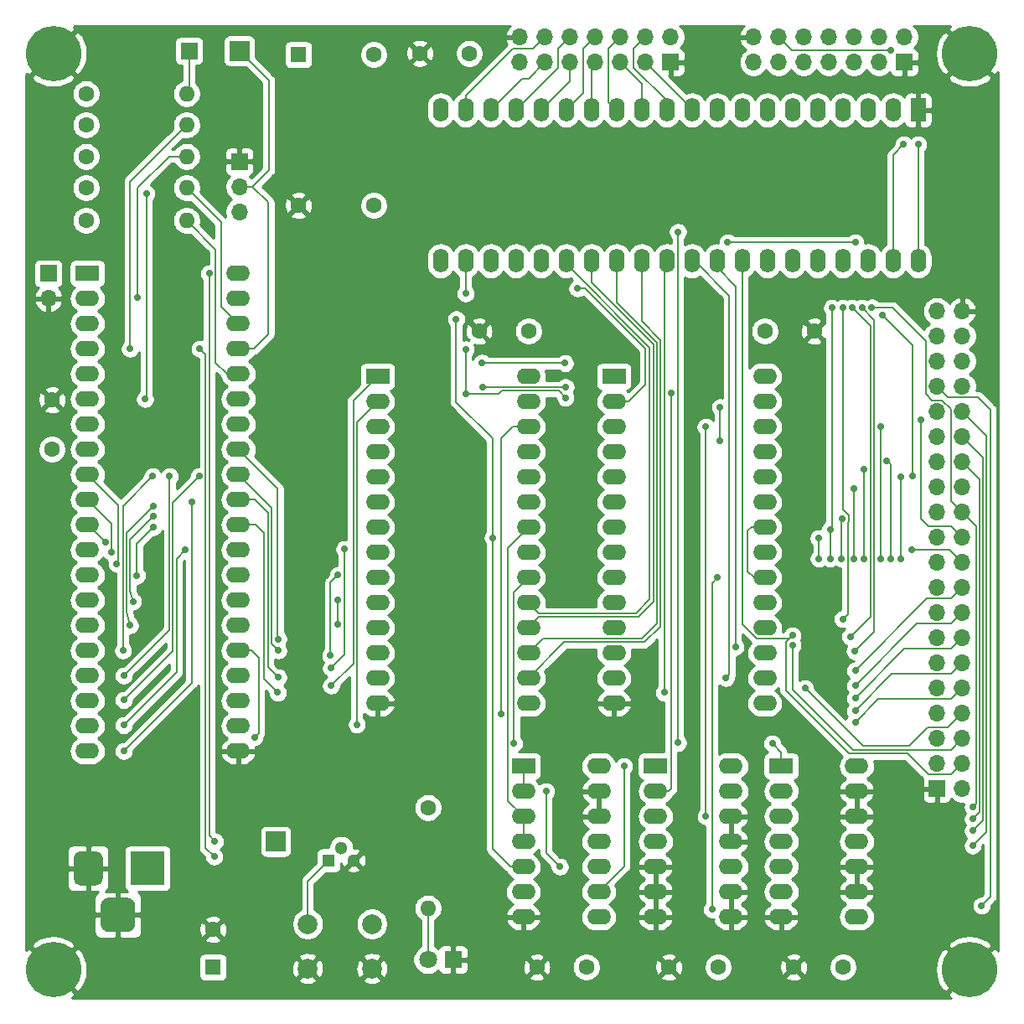
<source format=gbl>
G04 #@! TF.GenerationSoftware,KiCad,Pcbnew,(5.1.9-0-10_14)*
G04 #@! TF.CreationDate,2022-10-07T18:33:01-05:00*
G04 #@! TF.ProjectId,My6502,4d793635-3032-42e6-9b69-6361645f7063,rev?*
G04 #@! TF.SameCoordinates,Original*
G04 #@! TF.FileFunction,Copper,L2,Bot*
G04 #@! TF.FilePolarity,Positive*
%FSLAX46Y46*%
G04 Gerber Fmt 4.6, Leading zero omitted, Abs format (unit mm)*
G04 Created by KiCad (PCBNEW (5.1.9-0-10_14)) date 2022-10-07 18:33:01*
%MOMM*%
%LPD*%
G01*
G04 APERTURE LIST*
G04 #@! TA.AperFunction,ComponentPad*
%ADD10C,2.000000*%
G04 #@! TD*
G04 #@! TA.AperFunction,ComponentPad*
%ADD11C,1.600000*%
G04 #@! TD*
G04 #@! TA.AperFunction,ComponentPad*
%ADD12R,1.600000X1.600000*%
G04 #@! TD*
G04 #@! TA.AperFunction,ComponentPad*
%ADD13O,1.600000X2.400000*%
G04 #@! TD*
G04 #@! TA.AperFunction,ComponentPad*
%ADD14R,1.600000X2.400000*%
G04 #@! TD*
G04 #@! TA.AperFunction,ComponentPad*
%ADD15O,2.400000X1.600000*%
G04 #@! TD*
G04 #@! TA.AperFunction,ComponentPad*
%ADD16R,2.400000X1.600000*%
G04 #@! TD*
G04 #@! TA.AperFunction,ComponentPad*
%ADD17R,1.300000X1.300000*%
G04 #@! TD*
G04 #@! TA.AperFunction,ComponentPad*
%ADD18C,1.300000*%
G04 #@! TD*
G04 #@! TA.AperFunction,ComponentPad*
%ADD19R,2.000000X2.000000*%
G04 #@! TD*
G04 #@! TA.AperFunction,ComponentPad*
%ADD20O,1.600000X1.600000*%
G04 #@! TD*
G04 #@! TA.AperFunction,ComponentPad*
%ADD21O,1.700000X1.700000*%
G04 #@! TD*
G04 #@! TA.AperFunction,ComponentPad*
%ADD22R,1.700000X1.700000*%
G04 #@! TD*
G04 #@! TA.AperFunction,ComponentPad*
%ADD23R,3.500000X3.500000*%
G04 #@! TD*
G04 #@! TA.AperFunction,ConnectorPad*
%ADD24C,5.600000*%
G04 #@! TD*
G04 #@! TA.AperFunction,ComponentPad*
%ADD25C,3.600000*%
G04 #@! TD*
G04 #@! TA.AperFunction,ComponentPad*
%ADD26C,1.800000*%
G04 #@! TD*
G04 #@! TA.AperFunction,ComponentPad*
%ADD27R,1.800000X1.800000*%
G04 #@! TD*
G04 #@! TA.AperFunction,ViaPad*
%ADD28C,0.700000*%
G04 #@! TD*
G04 #@! TA.AperFunction,Conductor*
%ADD29C,0.152400*%
G04 #@! TD*
G04 #@! TA.AperFunction,Conductor*
%ADD30C,0.254000*%
G04 #@! TD*
G04 #@! TA.AperFunction,Conductor*
%ADD31C,0.100000*%
G04 #@! TD*
G04 APERTURE END LIST*
D10*
X60365500Y-146177000D03*
X60365500Y-141677000D03*
X66865500Y-146177000D03*
X66865500Y-141677000D03*
D11*
X59436000Y-69088000D03*
X67056000Y-69088000D03*
X67056000Y-53848000D03*
D12*
X59436000Y-53848000D03*
D13*
X122047000Y-74676000D03*
X73787000Y-59436000D03*
X119507000Y-74676000D03*
X76327000Y-59436000D03*
X116967000Y-74676000D03*
X78867000Y-59436000D03*
X114427000Y-74676000D03*
X81407000Y-59436000D03*
X111887000Y-74676000D03*
X83947000Y-59436000D03*
X109347000Y-74676000D03*
X86487000Y-59436000D03*
X106807000Y-74676000D03*
X89027000Y-59436000D03*
X104267000Y-74676000D03*
X91567000Y-59436000D03*
X101727000Y-74676000D03*
X94107000Y-59436000D03*
X99187000Y-74676000D03*
X96647000Y-59436000D03*
X96647000Y-74676000D03*
X99187000Y-59436000D03*
X94107000Y-74676000D03*
X101727000Y-59436000D03*
X91567000Y-74676000D03*
X104267000Y-59436000D03*
X89027000Y-74676000D03*
X106807000Y-59436000D03*
X86487000Y-74676000D03*
X109347000Y-59436000D03*
X83947000Y-74676000D03*
X111887000Y-59436000D03*
X81407000Y-74676000D03*
X114427000Y-59436000D03*
X78867000Y-74676000D03*
X116967000Y-59436000D03*
X76327000Y-74676000D03*
X119507000Y-59436000D03*
X73787000Y-74676000D03*
D14*
X122047000Y-59436000D03*
D15*
X115824000Y-125730000D03*
X108204000Y-140970000D03*
X115824000Y-128270000D03*
X108204000Y-138430000D03*
X115824000Y-130810000D03*
X108204000Y-135890000D03*
X115824000Y-133350000D03*
X108204000Y-133350000D03*
X115824000Y-135890000D03*
X108204000Y-130810000D03*
X115824000Y-138430000D03*
X108204000Y-128270000D03*
X115824000Y-140970000D03*
D16*
X108204000Y-125730000D03*
D17*
X62484000Y-135255000D03*
D18*
X65024000Y-135255000D03*
X63754000Y-133985000D03*
D15*
X103124000Y-125730000D03*
X95504000Y-140970000D03*
X103124000Y-128270000D03*
X95504000Y-138430000D03*
X103124000Y-130810000D03*
X95504000Y-135890000D03*
X103124000Y-133350000D03*
X95504000Y-133350000D03*
X103124000Y-135890000D03*
X95504000Y-130810000D03*
X103124000Y-138430000D03*
X95504000Y-128270000D03*
X103124000Y-140970000D03*
D16*
X95504000Y-125730000D03*
D15*
X89789000Y-125730000D03*
X82169000Y-140970000D03*
X89789000Y-128270000D03*
X82169000Y-138430000D03*
X89789000Y-130810000D03*
X82169000Y-135890000D03*
X89789000Y-133350000D03*
X82169000Y-133350000D03*
X89789000Y-135890000D03*
X82169000Y-130810000D03*
X89789000Y-138430000D03*
X82169000Y-128270000D03*
X89789000Y-140970000D03*
D16*
X82169000Y-125730000D03*
D15*
X106553000Y-86360000D03*
X91313000Y-119380000D03*
X106553000Y-88900000D03*
X91313000Y-116840000D03*
X106553000Y-91440000D03*
X91313000Y-114300000D03*
X106553000Y-93980000D03*
X91313000Y-111760000D03*
X106553000Y-96520000D03*
X91313000Y-109220000D03*
X106553000Y-99060000D03*
X91313000Y-106680000D03*
X106553000Y-101600000D03*
X91313000Y-104140000D03*
X106553000Y-104140000D03*
X91313000Y-101600000D03*
X106553000Y-106680000D03*
X91313000Y-99060000D03*
X106553000Y-109220000D03*
X91313000Y-96520000D03*
X106553000Y-111760000D03*
X91313000Y-93980000D03*
X106553000Y-114300000D03*
X91313000Y-91440000D03*
X106553000Y-116840000D03*
X91313000Y-88900000D03*
X106553000Y-119380000D03*
D16*
X91313000Y-86360000D03*
D15*
X53340000Y-75946000D03*
X38100000Y-124206000D03*
X53340000Y-78486000D03*
X38100000Y-121666000D03*
X53340000Y-81026000D03*
X38100000Y-119126000D03*
X53340000Y-83566000D03*
X38100000Y-116586000D03*
X53340000Y-86106000D03*
X38100000Y-114046000D03*
X53340000Y-88646000D03*
X38100000Y-111506000D03*
X53340000Y-91186000D03*
X38100000Y-108966000D03*
X53340000Y-93726000D03*
X38100000Y-106426000D03*
X53340000Y-96266000D03*
X38100000Y-103886000D03*
X53340000Y-98806000D03*
X38100000Y-101346000D03*
X53340000Y-101346000D03*
X38100000Y-98806000D03*
X53340000Y-103886000D03*
X38100000Y-96266000D03*
X53340000Y-106426000D03*
X38100000Y-93726000D03*
X53340000Y-108966000D03*
X38100000Y-91186000D03*
X53340000Y-111506000D03*
X38100000Y-88646000D03*
X53340000Y-114046000D03*
X38100000Y-86106000D03*
X53340000Y-116586000D03*
X38100000Y-83566000D03*
X53340000Y-119126000D03*
X38100000Y-81026000D03*
X53340000Y-121666000D03*
X38100000Y-78486000D03*
X53340000Y-124206000D03*
D16*
X38100000Y-75946000D03*
D15*
X82677000Y-86360000D03*
X67437000Y-119380000D03*
X82677000Y-88900000D03*
X67437000Y-116840000D03*
X82677000Y-91440000D03*
X67437000Y-114300000D03*
X82677000Y-93980000D03*
X67437000Y-111760000D03*
X82677000Y-96520000D03*
X67437000Y-109220000D03*
X82677000Y-99060000D03*
X67437000Y-106680000D03*
X82677000Y-101600000D03*
X67437000Y-104140000D03*
X82677000Y-104140000D03*
X67437000Y-101600000D03*
X82677000Y-106680000D03*
X67437000Y-99060000D03*
X82677000Y-109220000D03*
X67437000Y-96520000D03*
X82677000Y-111760000D03*
X67437000Y-93980000D03*
X82677000Y-114300000D03*
X67437000Y-91440000D03*
X82677000Y-116840000D03*
X67437000Y-88900000D03*
X82677000Y-119380000D03*
D16*
X67437000Y-86360000D03*
D19*
X57150000Y-133350000D03*
X53467000Y-53467000D03*
D20*
X72517000Y-140081000D03*
D11*
X72517000Y-129921000D03*
D20*
X48133000Y-70612000D03*
D11*
X37973000Y-70612000D03*
D20*
X48133000Y-67310000D03*
D11*
X37973000Y-67310000D03*
D20*
X48133000Y-64135000D03*
D11*
X37973000Y-64135000D03*
D20*
X48133000Y-60960000D03*
D11*
X37973000Y-60960000D03*
D20*
X48133000Y-57785000D03*
D11*
X37973000Y-57785000D03*
D21*
X34163000Y-78486000D03*
D22*
X34163000Y-75946000D03*
D21*
X81788000Y-52070000D03*
X81788000Y-54610000D03*
X84328000Y-52070000D03*
X84328000Y-54610000D03*
X86868000Y-52070000D03*
X86868000Y-54610000D03*
X89408000Y-52070000D03*
X89408000Y-54610000D03*
X91948000Y-52070000D03*
X91948000Y-54610000D03*
X94488000Y-52070000D03*
X94488000Y-54610000D03*
X97028000Y-52070000D03*
D22*
X97028000Y-54610000D03*
D21*
X105410000Y-52070000D03*
X105410000Y-54610000D03*
X107950000Y-52070000D03*
X107950000Y-54610000D03*
X110490000Y-52070000D03*
X110490000Y-54610000D03*
X113030000Y-52070000D03*
X113030000Y-54610000D03*
X115570000Y-52070000D03*
X115570000Y-54610000D03*
X118110000Y-52070000D03*
X118110000Y-54610000D03*
X120650000Y-52070000D03*
D22*
X120650000Y-54610000D03*
D21*
X126492000Y-79756000D03*
X123952000Y-79756000D03*
X126492000Y-82296000D03*
X123952000Y-82296000D03*
X126492000Y-84836000D03*
X123952000Y-84836000D03*
X126492000Y-87376000D03*
X123952000Y-87376000D03*
X126492000Y-89916000D03*
X123952000Y-89916000D03*
X126492000Y-92456000D03*
X123952000Y-92456000D03*
X126492000Y-94996000D03*
X123952000Y-94996000D03*
X126492000Y-97536000D03*
X123952000Y-97536000D03*
X126492000Y-100076000D03*
X123952000Y-100076000D03*
X126492000Y-102616000D03*
X123952000Y-102616000D03*
X126492000Y-105156000D03*
X123952000Y-105156000D03*
X126492000Y-107696000D03*
X123952000Y-107696000D03*
X126492000Y-110236000D03*
X123952000Y-110236000D03*
X126492000Y-112776000D03*
X123952000Y-112776000D03*
X126492000Y-115316000D03*
X123952000Y-115316000D03*
X126492000Y-117856000D03*
X123952000Y-117856000D03*
X126492000Y-120396000D03*
X123952000Y-120396000D03*
X126492000Y-122936000D03*
X123952000Y-122936000D03*
X126492000Y-125476000D03*
X123952000Y-125476000D03*
X126492000Y-128016000D03*
D22*
X123952000Y-128016000D03*
G04 #@! TA.AperFunction,ComponentPad*
G36*
G01*
X39445000Y-141640000D02*
X39445000Y-139890000D01*
G75*
G02*
X40320000Y-139015000I875000J0D01*
G01*
X42070000Y-139015000D01*
G75*
G02*
X42945000Y-139890000I0J-875000D01*
G01*
X42945000Y-141640000D01*
G75*
G02*
X42070000Y-142515000I-875000J0D01*
G01*
X40320000Y-142515000D01*
G75*
G02*
X39445000Y-141640000I0J875000D01*
G01*
G37*
G04 #@! TD.AperFunction*
G04 #@! TA.AperFunction,ComponentPad*
G36*
G01*
X36695000Y-137065000D02*
X36695000Y-135065000D01*
G75*
G02*
X37445000Y-134315000I750000J0D01*
G01*
X38945000Y-134315000D01*
G75*
G02*
X39695000Y-135065000I0J-750000D01*
G01*
X39695000Y-137065000D01*
G75*
G02*
X38945000Y-137815000I-750000J0D01*
G01*
X37445000Y-137815000D01*
G75*
G02*
X36695000Y-137065000I0J750000D01*
G01*
G37*
G04 #@! TD.AperFunction*
D23*
X44195000Y-136065000D03*
D21*
X53467000Y-69723000D03*
X53467000Y-67183000D03*
D22*
X53467000Y-64643000D03*
X48387000Y-53467000D03*
D24*
X34671000Y-146304000D03*
D25*
X34671000Y-146304000D03*
D24*
X34671000Y-53721000D03*
D25*
X34671000Y-53721000D03*
D24*
X127254000Y-53721000D03*
D25*
X127254000Y-53721000D03*
D24*
X127254000Y-146304000D03*
D25*
X127254000Y-146304000D03*
D26*
X72517000Y-145288000D03*
D27*
X75057000Y-145288000D03*
D11*
X71708000Y-53721000D03*
X76708000Y-53721000D03*
X109474000Y-146050000D03*
X114474000Y-146050000D03*
X77677000Y-81788000D03*
X82677000Y-81788000D03*
X96854000Y-146050000D03*
X101854000Y-146050000D03*
X83519000Y-146050000D03*
X88519000Y-146050000D03*
X111553000Y-81788000D03*
X106553000Y-81788000D03*
X34544000Y-88726000D03*
X34544000Y-93726000D03*
X50800000Y-142250000D03*
D12*
X50800000Y-146050000D03*
D28*
X42418000Y-83566000D03*
X49466500Y-83566000D03*
X50927000Y-134874000D03*
X41093300Y-105283000D03*
X115633500Y-114109500D03*
X116394751Y-79437745D03*
X109347000Y-112522000D03*
X57404000Y-112903000D03*
X40576500Y-104140000D03*
X115189000Y-112649000D03*
X115379500Y-79438494D03*
X109347000Y-113522003D03*
X103600250Y-113696750D03*
X57404000Y-114046000D03*
X39950290Y-103124000D03*
X114427000Y-110871000D03*
X114427000Y-79438504D03*
X110617000Y-117856000D03*
X102616000Y-116840000D03*
X57404000Y-116776500D03*
X113157000Y-101854006D03*
X113157000Y-104775000D03*
X113347500Y-79438500D03*
X115697000Y-121285000D03*
X96389710Y-118303790D03*
X57343786Y-118303790D03*
X44771244Y-101608496D03*
X43116500Y-106489500D03*
X114300000Y-104775000D03*
X114418210Y-100711002D03*
X115696996Y-120142000D03*
X62737996Y-115824000D03*
X64071498Y-103822500D03*
X115581013Y-104775000D03*
X44767500Y-100520498D03*
X42735500Y-109093000D03*
X115570000Y-97663000D03*
X115697000Y-118872000D03*
X63436500Y-106426000D03*
X62674504Y-114554000D03*
X116586000Y-95733599D03*
X116597011Y-104774999D03*
X44767500Y-99504500D03*
X42418000Y-111506000D03*
X115697000Y-117602000D03*
X63436498Y-108966000D03*
X63436484Y-111442500D03*
X41719500Y-114046000D03*
X44703998Y-96456500D03*
X118237000Y-104775000D03*
X118237000Y-91440000D03*
X115697000Y-116078000D03*
X118872000Y-94869000D03*
X41783000Y-116586000D03*
X46418500Y-96456500D03*
X119252990Y-104775000D03*
X49403000Y-96456500D03*
X41783000Y-119062500D03*
X120269000Y-96520000D03*
X120280011Y-104775280D03*
X76327000Y-88138000D03*
X86423500Y-88519000D03*
X122364500Y-90741500D03*
X76327000Y-77978000D03*
X76327000Y-83629500D03*
X48006000Y-103886000D03*
X41783000Y-121602500D03*
X127567272Y-129857500D03*
X102803210Y-72837790D03*
X115697000Y-72834504D03*
X117375104Y-79406496D03*
X41783000Y-124206000D03*
X48641000Y-99060000D03*
X50419000Y-75946000D03*
X50990500Y-133350000D03*
X121475500Y-96393000D03*
X118430790Y-80137000D03*
X102041210Y-92903790D03*
X65341500Y-121539000D03*
X102044500Y-89471500D03*
X87630000Y-77470000D03*
X127571506Y-132270500D03*
X100592800Y-130810000D03*
X100584000Y-91439998D03*
X79883000Y-120459500D03*
X107315000Y-123444000D03*
X97789980Y-123380500D03*
X97790000Y-71755000D03*
X86426790Y-87436210D03*
X62738000Y-117602000D03*
X78038210Y-87436210D03*
X97091500Y-88065710D03*
X127571494Y-131064000D03*
X128460500Y-139827000D03*
X84455000Y-128270000D03*
X85852000Y-135890000D03*
X54991000Y-122809000D03*
X127571500Y-133762750D03*
X43180000Y-78359000D03*
X81216500Y-123444000D03*
X92329000Y-125730004D03*
X101219000Y-140208000D03*
X101790500Y-106680000D03*
X44069000Y-67881500D03*
X43942000Y-88646000D03*
X86360000Y-85026500D03*
X77978000Y-84963000D03*
X112014002Y-104775000D03*
X111982379Y-102711380D03*
X79057500Y-102679500D03*
X75374500Y-80581500D03*
X121411999Y-103886000D03*
X119313830Y-53408356D03*
X120586500Y-62928500D03*
X122047008Y-62928500D03*
D29*
X42418000Y-66675000D02*
X42418000Y-83566000D01*
X48133000Y-60960000D02*
X42418000Y-66675000D01*
X50029201Y-133976201D02*
X50927000Y-134874000D01*
X50029201Y-84128701D02*
X50029201Y-133976201D01*
X49466500Y-83566000D02*
X50029201Y-84128701D01*
X54800500Y-67183000D02*
X56388000Y-68770500D01*
X56388000Y-68770500D02*
X56388000Y-82105500D01*
X54927500Y-83566000D02*
X53340000Y-83566000D01*
X56388000Y-82105500D02*
X54927500Y-83566000D01*
X53467000Y-67183000D02*
X54800500Y-67183000D01*
X53467000Y-53467000D02*
X56451500Y-56451500D01*
X56451500Y-65532000D02*
X54800500Y-67183000D01*
X56451500Y-56451500D02*
X56451500Y-65532000D01*
X41202701Y-105173599D02*
X41093300Y-105283000D01*
X41202701Y-99368701D02*
X41202701Y-105173599D01*
X38100000Y-96266000D02*
X41202701Y-99368701D01*
X116967000Y-74676000D02*
X116721799Y-74921201D01*
X115633500Y-114109500D02*
X117602000Y-112141000D01*
X117602000Y-80644994D02*
X116394751Y-79437745D01*
X117602000Y-112141000D02*
X117602000Y-80644994D01*
X125365799Y-126602201D02*
X126492000Y-125476000D01*
X123109701Y-126602201D02*
X125365799Y-126602201D01*
X120967500Y-124460000D02*
X123109701Y-126602201D01*
X109347000Y-112522000D02*
X108670799Y-113198201D01*
X115062000Y-124460000D02*
X120967500Y-124460000D01*
X108670799Y-118068799D02*
X115062000Y-124460000D01*
X108670799Y-113198201D02*
X108670799Y-118068799D01*
X109032790Y-112836210D02*
X109347000Y-112522000D01*
X105707220Y-112836210D02*
X109032790Y-112836210D01*
X104267000Y-111395990D02*
X105707220Y-112836210D01*
X104267000Y-74676000D02*
X104267000Y-111395990D01*
X53340000Y-93726000D02*
X57340500Y-97726500D01*
X57340500Y-112839500D02*
X57404000Y-112903000D01*
X57340500Y-97726500D02*
X57340500Y-112839500D01*
X40576500Y-101282500D02*
X40576500Y-104140000D01*
X38100000Y-98806000D02*
X40576500Y-101282500D01*
X115189000Y-112649000D02*
X117223212Y-110614788D01*
X117223212Y-81282206D02*
X115379500Y-79438494D01*
X117223212Y-110614788D02*
X117223212Y-81282206D01*
X125349000Y-124079000D02*
X126492000Y-122936000D01*
X115443000Y-124079000D02*
X125349000Y-124079000D01*
X109347000Y-117983000D02*
X115443000Y-124079000D01*
X109347000Y-113522003D02*
X109347000Y-117983000D01*
X103600250Y-113696750D02*
X103600250Y-77247750D01*
X101727000Y-75374500D02*
X101727000Y-74676000D01*
X103600250Y-77247750D02*
X101727000Y-75374500D01*
X56736501Y-113378501D02*
X57404000Y-114046000D01*
X56736501Y-99662501D02*
X56736501Y-113378501D01*
X53340000Y-96266000D02*
X56736501Y-99662501D01*
X38100000Y-101346000D02*
X38172290Y-101346000D01*
X38172290Y-101346000D02*
X39950290Y-103124000D01*
X115044412Y-101011580D02*
X115044412Y-100410424D01*
X115044412Y-100410424D02*
X114427000Y-99793012D01*
X114427000Y-99793012D02*
X114427000Y-79438504D01*
X114935000Y-110363000D02*
X114935000Y-101120992D01*
X114427000Y-110871000D02*
X114935000Y-110363000D01*
X114935000Y-101120992D02*
X115044412Y-101011580D01*
X116459000Y-123698000D02*
X110617000Y-117856000D01*
X125078201Y-121809799D02*
X123046201Y-121809799D01*
X121158000Y-123698000D02*
X116459000Y-123698000D01*
X123046201Y-121809799D02*
X121158000Y-123698000D01*
X126492000Y-120396000D02*
X125078201Y-121809799D01*
X56355503Y-115728003D02*
X57404000Y-116776500D01*
X56355503Y-100107003D02*
X56355503Y-115728003D01*
X55054500Y-98806000D02*
X56355503Y-100107003D01*
X53340000Y-98806000D02*
X55054500Y-98806000D01*
X99441000Y-74676000D02*
X99187000Y-74676000D01*
X102965999Y-78200999D02*
X99441000Y-74676000D01*
X102965999Y-116490001D02*
X102965999Y-78200999D01*
X102616000Y-116840000D02*
X102965999Y-116490001D01*
X113157000Y-101854006D02*
X113157000Y-104775000D01*
X113347500Y-101663506D02*
X113347500Y-79438500D01*
X113157000Y-101854006D02*
X113347500Y-101663506D01*
X117999799Y-118982201D02*
X115697000Y-121285000D01*
X125365799Y-118982201D02*
X117999799Y-118982201D01*
X126492000Y-117856000D02*
X125365799Y-118982201D01*
X96393000Y-118300500D02*
X96389710Y-118303790D01*
X96393000Y-74930000D02*
X96393000Y-118300500D01*
X96647000Y-74676000D02*
X96393000Y-74930000D01*
X55974501Y-116934505D02*
X57343786Y-118303790D01*
X55974501Y-102202501D02*
X55974501Y-116934505D01*
X55118000Y-101346000D02*
X55974501Y-102202501D01*
X53340000Y-101346000D02*
X55118000Y-101346000D01*
X43116500Y-103263240D02*
X44771244Y-101608496D01*
X43116500Y-106489500D02*
X43116500Y-103263240D01*
X114300000Y-100829212D02*
X114418210Y-100711002D01*
X114300000Y-104775000D02*
X114300000Y-100829212D01*
X126492000Y-115316000D02*
X125365799Y-116442201D01*
X125365799Y-116442201D02*
X119396795Y-116442201D01*
X119396795Y-116442201D02*
X115696996Y-120142000D01*
X62737996Y-115824000D02*
X64071498Y-114490498D01*
X64071498Y-114490498D02*
X64071498Y-103822500D01*
X96018320Y-111626680D02*
X94424500Y-113220500D01*
X96018320Y-82683320D02*
X96018320Y-111626680D01*
X86296500Y-113220500D02*
X82677000Y-116840000D01*
X94107000Y-74676000D02*
X94107000Y-80772000D01*
X94424500Y-113220500D02*
X86296500Y-113220500D01*
X94107000Y-80772000D02*
X96018320Y-82683320D01*
X42449002Y-102838996D02*
X44767500Y-100520498D01*
X42449002Y-108044502D02*
X42449002Y-102838996D01*
X42735500Y-109093000D02*
X42449002Y-108044502D01*
X115581013Y-104775000D02*
X115581013Y-97674013D01*
X115581013Y-97674013D02*
X115570000Y-97663000D01*
X120666799Y-113902201D02*
X115697000Y-118872000D01*
X125365799Y-113902201D02*
X120666799Y-113902201D01*
X126492000Y-112776000D02*
X125365799Y-113902201D01*
X62674500Y-114553996D02*
X62674504Y-114554000D01*
X62674500Y-107188000D02*
X62674500Y-114553996D01*
X63436500Y-106426000D02*
X62674500Y-107188000D01*
X84137500Y-112839500D02*
X82677000Y-114300000D01*
X95665911Y-82975527D02*
X95665911Y-111280589D01*
X95665911Y-111280589D02*
X94107000Y-112839500D01*
X91567000Y-78876616D02*
X95665911Y-82975527D01*
X94107000Y-112839500D02*
X84137500Y-112839500D01*
X91567000Y-74676000D02*
X91567000Y-78876616D01*
X116586000Y-95733599D02*
X116586000Y-104763988D01*
X116586000Y-104763988D02*
X116597011Y-104774999D01*
X42096592Y-102175408D02*
X44767500Y-99504500D01*
X42096592Y-110168590D02*
X42096592Y-102175408D01*
X42418000Y-111506000D02*
X42096592Y-110168590D01*
X121936799Y-111362201D02*
X115697000Y-117602000D01*
X125365799Y-111362201D02*
X121936799Y-111362201D01*
X126492000Y-110236000D02*
X125365799Y-111362201D01*
X63436498Y-108966000D02*
X63436498Y-111442486D01*
X63436498Y-111442486D02*
X63436484Y-111442500D01*
X95313500Y-109156500D02*
X93786210Y-110683790D01*
X89027000Y-76835000D02*
X95313500Y-83121500D01*
X89027000Y-74676000D02*
X89027000Y-76835000D01*
X83753210Y-110683790D02*
X82677000Y-111760000D01*
X93786210Y-110683790D02*
X83753210Y-110683790D01*
X95313500Y-83121500D02*
X95313500Y-109156500D01*
X41719500Y-99440998D02*
X44703998Y-96456500D01*
X41719500Y-114046000D02*
X41719500Y-99440998D01*
X118237000Y-104775000D02*
X118237000Y-91440000D01*
X122952799Y-108822201D02*
X115697000Y-116078000D01*
X125365799Y-108822201D02*
X122952799Y-108822201D01*
X126492000Y-107696000D02*
X125365799Y-108822201D01*
X94932500Y-83439000D02*
X86487000Y-74993500D01*
X93538790Y-110296210D02*
X94932500Y-108902500D01*
X82677000Y-109220000D02*
X83753210Y-110296210D01*
X86487000Y-74993500D02*
X86487000Y-74676000D01*
X83753210Y-110296210D02*
X93538790Y-110296210D01*
X94932500Y-108902500D02*
X94932500Y-83439000D01*
X41783000Y-116586000D02*
X46412178Y-111956822D01*
X46412178Y-96957796D02*
X46418500Y-96951474D01*
X46412178Y-111956822D02*
X46412178Y-96957796D01*
X46418500Y-96951474D02*
X46418500Y-96456500D01*
X119252976Y-104774986D02*
X119252990Y-104775000D01*
X119253000Y-95250000D02*
X119253000Y-104774986D01*
X119253000Y-104774986D02*
X119252976Y-104774986D01*
X118872000Y-94869000D02*
X119253000Y-95250000D01*
X46764589Y-99094911D02*
X46764589Y-114080911D01*
X49403000Y-96456500D02*
X46764589Y-99094911D01*
X46764589Y-114080911D02*
X41783000Y-119062500D01*
X120269000Y-96520000D02*
X120269000Y-104764269D01*
X120269000Y-104764269D02*
X120280011Y-104775280D01*
X76327000Y-88138000D02*
X76327000Y-83629500D01*
X79666778Y-88138000D02*
X76327000Y-88138000D01*
X79980988Y-87823790D02*
X79666778Y-88138000D01*
X85728290Y-87823790D02*
X79980988Y-87823790D01*
X86423500Y-88519000D02*
X85728290Y-87823790D01*
X125365799Y-101489799D02*
X126492000Y-102616000D01*
X123079799Y-101489799D02*
X125365799Y-101489799D01*
X122364500Y-100774500D02*
X123079799Y-101489799D01*
X122364500Y-90741500D02*
X122364500Y-100774500D01*
X76327000Y-77978000D02*
X76327000Y-74676000D01*
X47117000Y-116268500D02*
X41783000Y-121602500D01*
X47117000Y-104775000D02*
X47117000Y-116268500D01*
X48006000Y-103886000D02*
X47117000Y-104775000D01*
X126492000Y-100076000D02*
X127889000Y-101473000D01*
X127889000Y-129535772D02*
X127567272Y-129857500D01*
X127889000Y-101473000D02*
X127889000Y-129535772D01*
X115693714Y-72837790D02*
X115697000Y-72834504D01*
X102803210Y-72837790D02*
X115693714Y-72837790D01*
X122825799Y-82776441D02*
X119455854Y-79406496D01*
X122825799Y-88154799D02*
X122825799Y-82776441D01*
X126492000Y-100076000D02*
X125365799Y-98949799D01*
X124492577Y-88789799D02*
X123460799Y-88789799D01*
X125365799Y-98949799D02*
X125365799Y-89663021D01*
X123460799Y-88789799D02*
X122825799Y-88154799D01*
X119455854Y-79406496D02*
X117375104Y-79406496D01*
X125365799Y-89663021D02*
X124492577Y-88789799D01*
X41783000Y-124206000D02*
X48641000Y-117348000D01*
X48641000Y-117348000D02*
X48641000Y-99060000D01*
X60365500Y-137373500D02*
X62484000Y-135255000D01*
X60365500Y-141677000D02*
X60365500Y-137373500D01*
X50419000Y-132778500D02*
X50419000Y-75946000D01*
X50990500Y-133350000D02*
X50990500Y-133350000D01*
X50990500Y-133350000D02*
X50419000Y-132778500D01*
X121475500Y-83181710D02*
X118430790Y-80137000D01*
X121475500Y-96393000D02*
X121475500Y-83181710D01*
X65341500Y-90995500D02*
X67437000Y-88900000D01*
X65341500Y-121539000D02*
X65341500Y-90995500D01*
X102041210Y-89474790D02*
X102044500Y-89471500D01*
X102041210Y-92903790D02*
X102041210Y-89474790D01*
X92763000Y-88900000D02*
X91313000Y-88900000D01*
X94488000Y-87175000D02*
X92763000Y-88900000D01*
X94488000Y-83566000D02*
X94488000Y-87175000D01*
X88392000Y-77470000D02*
X94488000Y-83566000D01*
X87630000Y-77470000D02*
X88392000Y-77470000D01*
X126492000Y-92456000D02*
X128595880Y-94559880D01*
X128595880Y-131246126D02*
X127571506Y-132270500D01*
X128595880Y-94559880D02*
X128595880Y-131246126D01*
X100592800Y-130810000D02*
X100592800Y-91448798D01*
X100592800Y-91448798D02*
X100584000Y-91439998D01*
X79883000Y-120459500D02*
X79883000Y-92646500D01*
X81089500Y-91440000D02*
X82677000Y-91440000D01*
X79883000Y-92646500D02*
X81089500Y-91440000D01*
X108204000Y-124333000D02*
X107315000Y-123444000D01*
X108204000Y-125730000D02*
X108204000Y-124333000D01*
X97789980Y-71755020D02*
X97790000Y-71755000D01*
X97789980Y-123380500D02*
X97789980Y-71755020D01*
X64989090Y-115350910D02*
X62738000Y-117602000D01*
X64989090Y-88807910D02*
X64989090Y-115350910D01*
X67437000Y-86360000D02*
X64989090Y-88807910D01*
X86426790Y-87436210D02*
X78038210Y-87436210D01*
X97091500Y-128034900D02*
X97091500Y-88065710D01*
X96856400Y-128270000D02*
X97091500Y-128034900D01*
X95504000Y-128270000D02*
X96856400Y-128270000D01*
X126492000Y-94996000D02*
X128243474Y-96747474D01*
X128243474Y-96747474D02*
X128243474Y-130392020D01*
X128243474Y-130392020D02*
X127571494Y-131064000D01*
X129349500Y-138938000D02*
X128460500Y-139827000D01*
X129349500Y-89725500D02*
X129349500Y-138938000D01*
X128126201Y-88502201D02*
X129349500Y-89725500D01*
X125078201Y-88502201D02*
X128126201Y-88502201D01*
X123952000Y-87376000D02*
X125078201Y-88502201D01*
X84455000Y-134493000D02*
X85852000Y-135890000D01*
X84455000Y-128270000D02*
X84455000Y-134493000D01*
X82169000Y-125730000D02*
X82169000Y-128270000D01*
X55426053Y-122373947D02*
X54991000Y-122809000D01*
X54692400Y-114046000D02*
X55426053Y-114779653D01*
X53340000Y-114046000D02*
X54692400Y-114046000D01*
X55426053Y-114779653D02*
X55426053Y-122373947D01*
X126492000Y-89916000D02*
X128948290Y-92372290D01*
X128948290Y-92372290D02*
X128948290Y-132385960D01*
X128948290Y-132385960D02*
X127571500Y-133762750D01*
X43180000Y-78359000D02*
X43180000Y-67310000D01*
X46355000Y-64135000D02*
X48133000Y-64135000D01*
X43180000Y-67310000D02*
X46355000Y-64135000D01*
X53340000Y-81026000D02*
X51625500Y-79311500D01*
X51625500Y-70802500D02*
X48133000Y-67310000D01*
X51625500Y-79311500D02*
X51625500Y-70802500D01*
X53340000Y-86106000D02*
X52197000Y-86106000D01*
X52197000Y-86106000D02*
X51054000Y-84963000D01*
X51054000Y-73533000D02*
X48133000Y-70612000D01*
X51054000Y-84963000D02*
X51054000Y-73533000D01*
X80590299Y-129231299D02*
X82169000Y-130810000D01*
X80590299Y-103686701D02*
X80590299Y-129231299D01*
X82677000Y-101600000D02*
X80590299Y-103686701D01*
X82169000Y-130810000D02*
X82169000Y-133350000D01*
X81200790Y-123428290D02*
X81216500Y-123444000D01*
X81200790Y-108156210D02*
X81200790Y-123428290D01*
X82677000Y-106680000D02*
X81200790Y-108156210D01*
X92329000Y-135890000D02*
X92329000Y-125730004D01*
X89789000Y-138430000D02*
X92329000Y-135890000D01*
X101219000Y-140208000D02*
X101219000Y-107251500D01*
X101219000Y-107251500D02*
X101790500Y-106680000D01*
X104838500Y-106045000D02*
X105473500Y-106680000D01*
X105473500Y-106680000D02*
X106553000Y-106680000D01*
X105200600Y-101600000D02*
X104838500Y-101962100D01*
X104838500Y-101962100D02*
X104838500Y-106045000D01*
X106553000Y-101600000D02*
X105200600Y-101600000D01*
X72517000Y-140081000D02*
X72517000Y-145288000D01*
X48387000Y-57531000D02*
X48133000Y-57785000D01*
X48387000Y-53467000D02*
X48387000Y-57531000D01*
X44069000Y-88519000D02*
X43942000Y-88646000D01*
X44069000Y-67881500D02*
X44069000Y-88519000D01*
X78041500Y-85026500D02*
X77978000Y-84963000D01*
X86360000Y-85026500D02*
X78041500Y-85026500D01*
X112014002Y-104775000D02*
X112014002Y-102743003D01*
X112014002Y-102743003D02*
X111982379Y-102711380D01*
X82169000Y-135890000D02*
X80816600Y-135890000D01*
X80816600Y-135890000D02*
X79057500Y-134130900D01*
X79057500Y-134130900D02*
X79057500Y-102679500D01*
X75374500Y-88963500D02*
X79057500Y-92646500D01*
X79057500Y-92646500D02*
X79057500Y-102679500D01*
X75374500Y-80581500D02*
X75374500Y-88963500D01*
X126492000Y-105156000D02*
X125222000Y-103886000D01*
X125222000Y-103886000D02*
X121411999Y-103886000D01*
X107950000Y-52070000D02*
X109288356Y-53408356D01*
X109288356Y-53408356D02*
X119313830Y-53408356D01*
X119507000Y-74676000D02*
X119507000Y-64008000D01*
X119507000Y-64008000D02*
X120586500Y-62928500D01*
X122047000Y-74676000D02*
X122047000Y-62928508D01*
X122047000Y-62928508D02*
X122047008Y-62928500D01*
X81067999Y-53245001D02*
X83152999Y-53245001D01*
X76327000Y-57986000D02*
X81067999Y-53245001D01*
X83152999Y-53245001D02*
X84328000Y-52070000D01*
X76327000Y-59436000D02*
X76327000Y-57986000D01*
X78867000Y-59436000D02*
X82042000Y-56261000D01*
X82677000Y-56261000D02*
X84328000Y-54610000D01*
X82042000Y-56261000D02*
X82677000Y-56261000D01*
X85692999Y-53245001D02*
X86868000Y-52070000D01*
X81431000Y-59436000D02*
X85692999Y-55174001D01*
X85692999Y-55174001D02*
X85692999Y-53245001D01*
X81407000Y-59436000D02*
X81431000Y-59436000D01*
X86868000Y-56515000D02*
X86868000Y-54610000D01*
X83947000Y-59436000D02*
X86868000Y-56515000D01*
X88232999Y-57690001D02*
X88232999Y-53245001D01*
X88232999Y-53245001D02*
X89408000Y-52070000D01*
X86487000Y-59436000D02*
X88232999Y-57690001D01*
X89027000Y-54991000D02*
X89408000Y-54610000D01*
X89027000Y-59436000D02*
X89027000Y-54991000D01*
X90772999Y-53245001D02*
X91948000Y-52070000D01*
X90772999Y-58641999D02*
X90772999Y-53245001D01*
X91567000Y-59436000D02*
X90772999Y-58641999D01*
X94107000Y-56769000D02*
X91948000Y-54610000D01*
X94107000Y-59436000D02*
X94107000Y-56769000D01*
X93312999Y-53245001D02*
X94488000Y-52070000D01*
X93312999Y-55174001D02*
X93312999Y-53245001D01*
X96647000Y-58508002D02*
X93312999Y-55174001D01*
X96647000Y-59436000D02*
X96647000Y-58508002D01*
X99187000Y-59309000D02*
X94488000Y-54610000D01*
X99187000Y-59436000D02*
X99187000Y-59309000D01*
D30*
X80787731Y-50972412D02*
X80592822Y-51188645D01*
X80443843Y-51438748D01*
X80346519Y-51713109D01*
X80467186Y-51943000D01*
X81661000Y-51943000D01*
X81661000Y-51923000D01*
X81915000Y-51923000D01*
X81915000Y-51943000D01*
X81935000Y-51943000D01*
X81935000Y-52197000D01*
X81915000Y-52197000D01*
X81915000Y-52217000D01*
X81661000Y-52217000D01*
X81661000Y-52197000D01*
X80467186Y-52197000D01*
X80346519Y-52426891D01*
X80443843Y-52701252D01*
X80504362Y-52802850D01*
X75848810Y-57458403D01*
X75821674Y-57480673D01*
X75799404Y-57507809D01*
X75799403Y-57507810D01*
X75732798Y-57588968D01*
X75666759Y-57712519D01*
X75648925Y-57771310D01*
X75525900Y-57837068D01*
X75307393Y-58016392D01*
X75128068Y-58234899D01*
X75057000Y-58367858D01*
X74985932Y-58234899D01*
X74806608Y-58016392D01*
X74588101Y-57837068D01*
X74338808Y-57703818D01*
X74068309Y-57621764D01*
X73787000Y-57594057D01*
X73505692Y-57621764D01*
X73235193Y-57703818D01*
X72985900Y-57837068D01*
X72767393Y-58016392D01*
X72588068Y-58234899D01*
X72454818Y-58484192D01*
X72372764Y-58754691D01*
X72352000Y-58965508D01*
X72352000Y-59906491D01*
X72372764Y-60117308D01*
X72454818Y-60387807D01*
X72588068Y-60637100D01*
X72767392Y-60855607D01*
X72985899Y-61034932D01*
X73235192Y-61168182D01*
X73505691Y-61250236D01*
X73787000Y-61277943D01*
X74068308Y-61250236D01*
X74338807Y-61168182D01*
X74588100Y-61034932D01*
X74806607Y-60855608D01*
X74985932Y-60637101D01*
X75057000Y-60504142D01*
X75128068Y-60637100D01*
X75307392Y-60855607D01*
X75525899Y-61034932D01*
X75775192Y-61168182D01*
X76045691Y-61250236D01*
X76327000Y-61277943D01*
X76608308Y-61250236D01*
X76878807Y-61168182D01*
X77128100Y-61034932D01*
X77346607Y-60855608D01*
X77525932Y-60637101D01*
X77597000Y-60504142D01*
X77668068Y-60637100D01*
X77847392Y-60855607D01*
X78065899Y-61034932D01*
X78315192Y-61168182D01*
X78585691Y-61250236D01*
X78867000Y-61277943D01*
X79148308Y-61250236D01*
X79418807Y-61168182D01*
X79668100Y-61034932D01*
X79886607Y-60855608D01*
X80065932Y-60637101D01*
X80137000Y-60504142D01*
X80208068Y-60637100D01*
X80387392Y-60855607D01*
X80605899Y-61034932D01*
X80855192Y-61168182D01*
X81125691Y-61250236D01*
X81407000Y-61277943D01*
X81688308Y-61250236D01*
X81958807Y-61168182D01*
X82208100Y-61034932D01*
X82426607Y-60855608D01*
X82605932Y-60637101D01*
X82677000Y-60504142D01*
X82748068Y-60637100D01*
X82927392Y-60855607D01*
X83145899Y-61034932D01*
X83395192Y-61168182D01*
X83665691Y-61250236D01*
X83947000Y-61277943D01*
X84228308Y-61250236D01*
X84498807Y-61168182D01*
X84748100Y-61034932D01*
X84966607Y-60855608D01*
X85145932Y-60637101D01*
X85217000Y-60504142D01*
X85288068Y-60637100D01*
X85467392Y-60855607D01*
X85685899Y-61034932D01*
X85935192Y-61168182D01*
X86205691Y-61250236D01*
X86487000Y-61277943D01*
X86768308Y-61250236D01*
X87038807Y-61168182D01*
X87288100Y-61034932D01*
X87506607Y-60855608D01*
X87685932Y-60637101D01*
X87757000Y-60504142D01*
X87828068Y-60637100D01*
X88007392Y-60855607D01*
X88225899Y-61034932D01*
X88475192Y-61168182D01*
X88745691Y-61250236D01*
X89027000Y-61277943D01*
X89308308Y-61250236D01*
X89578807Y-61168182D01*
X89828100Y-61034932D01*
X90046607Y-60855608D01*
X90225932Y-60637101D01*
X90297000Y-60504142D01*
X90368068Y-60637100D01*
X90547392Y-60855607D01*
X90765899Y-61034932D01*
X91015192Y-61168182D01*
X91285691Y-61250236D01*
X91567000Y-61277943D01*
X91848308Y-61250236D01*
X92118807Y-61168182D01*
X92368100Y-61034932D01*
X92586607Y-60855608D01*
X92765932Y-60637101D01*
X92837000Y-60504142D01*
X92908068Y-60637100D01*
X93087392Y-60855607D01*
X93305899Y-61034932D01*
X93555192Y-61168182D01*
X93825691Y-61250236D01*
X94107000Y-61277943D01*
X94388308Y-61250236D01*
X94658807Y-61168182D01*
X94908100Y-61034932D01*
X95126607Y-60855608D01*
X95305932Y-60637101D01*
X95377000Y-60504142D01*
X95448068Y-60637100D01*
X95627392Y-60855607D01*
X95845899Y-61034932D01*
X96095192Y-61168182D01*
X96365691Y-61250236D01*
X96647000Y-61277943D01*
X96928308Y-61250236D01*
X97198807Y-61168182D01*
X97448100Y-61034932D01*
X97666607Y-60855608D01*
X97845932Y-60637101D01*
X97917000Y-60504142D01*
X97988068Y-60637100D01*
X98167392Y-60855607D01*
X98385899Y-61034932D01*
X98635192Y-61168182D01*
X98905691Y-61250236D01*
X99187000Y-61277943D01*
X99468308Y-61250236D01*
X99738807Y-61168182D01*
X99988100Y-61034932D01*
X100206607Y-60855608D01*
X100385932Y-60637101D01*
X100457000Y-60504142D01*
X100528068Y-60637100D01*
X100707392Y-60855607D01*
X100925899Y-61034932D01*
X101175192Y-61168182D01*
X101445691Y-61250236D01*
X101727000Y-61277943D01*
X102008308Y-61250236D01*
X102278807Y-61168182D01*
X102528100Y-61034932D01*
X102746607Y-60855608D01*
X102925932Y-60637101D01*
X102997000Y-60504142D01*
X103068068Y-60637100D01*
X103247392Y-60855607D01*
X103465899Y-61034932D01*
X103715192Y-61168182D01*
X103985691Y-61250236D01*
X104267000Y-61277943D01*
X104548308Y-61250236D01*
X104818807Y-61168182D01*
X105068100Y-61034932D01*
X105286607Y-60855608D01*
X105465932Y-60637101D01*
X105537000Y-60504142D01*
X105608068Y-60637100D01*
X105787392Y-60855607D01*
X106005899Y-61034932D01*
X106255192Y-61168182D01*
X106525691Y-61250236D01*
X106807000Y-61277943D01*
X107088308Y-61250236D01*
X107358807Y-61168182D01*
X107608100Y-61034932D01*
X107826607Y-60855608D01*
X108005932Y-60637101D01*
X108077000Y-60504142D01*
X108148068Y-60637100D01*
X108327392Y-60855607D01*
X108545899Y-61034932D01*
X108795192Y-61168182D01*
X109065691Y-61250236D01*
X109347000Y-61277943D01*
X109628308Y-61250236D01*
X109898807Y-61168182D01*
X110148100Y-61034932D01*
X110366607Y-60855608D01*
X110545932Y-60637101D01*
X110617000Y-60504142D01*
X110688068Y-60637100D01*
X110867392Y-60855607D01*
X111085899Y-61034932D01*
X111335192Y-61168182D01*
X111605691Y-61250236D01*
X111887000Y-61277943D01*
X112168308Y-61250236D01*
X112438807Y-61168182D01*
X112688100Y-61034932D01*
X112906607Y-60855608D01*
X113085932Y-60637101D01*
X113157000Y-60504142D01*
X113228068Y-60637100D01*
X113407392Y-60855607D01*
X113625899Y-61034932D01*
X113875192Y-61168182D01*
X114145691Y-61250236D01*
X114427000Y-61277943D01*
X114708308Y-61250236D01*
X114978807Y-61168182D01*
X115228100Y-61034932D01*
X115446607Y-60855608D01*
X115625932Y-60637101D01*
X115697000Y-60504142D01*
X115768068Y-60637100D01*
X115947392Y-60855607D01*
X116165899Y-61034932D01*
X116415192Y-61168182D01*
X116685691Y-61250236D01*
X116967000Y-61277943D01*
X117248308Y-61250236D01*
X117518807Y-61168182D01*
X117768100Y-61034932D01*
X117986607Y-60855608D01*
X118165932Y-60637101D01*
X118237000Y-60504142D01*
X118308068Y-60637100D01*
X118487392Y-60855607D01*
X118705899Y-61034932D01*
X118955192Y-61168182D01*
X119225691Y-61250236D01*
X119507000Y-61277943D01*
X119788308Y-61250236D01*
X120058807Y-61168182D01*
X120308100Y-61034932D01*
X120526607Y-60855608D01*
X120619419Y-60742517D01*
X120621188Y-60760482D01*
X120657498Y-60880180D01*
X120716463Y-60990494D01*
X120795815Y-61087185D01*
X120892506Y-61166537D01*
X121002820Y-61225502D01*
X121122518Y-61261812D01*
X121247000Y-61274072D01*
X121761250Y-61271000D01*
X121920000Y-61112250D01*
X121920000Y-59563000D01*
X122174000Y-59563000D01*
X122174000Y-61112250D01*
X122332750Y-61271000D01*
X122847000Y-61274072D01*
X122971482Y-61261812D01*
X123091180Y-61225502D01*
X123201494Y-61166537D01*
X123298185Y-61087185D01*
X123377537Y-60990494D01*
X123436502Y-60880180D01*
X123472812Y-60760482D01*
X123485072Y-60636000D01*
X123482000Y-59721750D01*
X123323250Y-59563000D01*
X122174000Y-59563000D01*
X121920000Y-59563000D01*
X121900000Y-59563000D01*
X121900000Y-59309000D01*
X121920000Y-59309000D01*
X121920000Y-57759750D01*
X122174000Y-57759750D01*
X122174000Y-59309000D01*
X123323250Y-59309000D01*
X123482000Y-59150250D01*
X123485072Y-58236000D01*
X123472812Y-58111518D01*
X123436502Y-57991820D01*
X123377537Y-57881506D01*
X123298185Y-57784815D01*
X123201494Y-57705463D01*
X123091180Y-57646498D01*
X122971482Y-57610188D01*
X122847000Y-57597928D01*
X122332750Y-57601000D01*
X122174000Y-57759750D01*
X121920000Y-57759750D01*
X121761250Y-57601000D01*
X121247000Y-57597928D01*
X121122518Y-57610188D01*
X121002820Y-57646498D01*
X120892506Y-57705463D01*
X120795815Y-57784815D01*
X120716463Y-57881506D01*
X120657498Y-57991820D01*
X120621188Y-58111518D01*
X120619419Y-58129482D01*
X120526608Y-58016392D01*
X120308101Y-57837068D01*
X120058808Y-57703818D01*
X119788309Y-57621764D01*
X119507000Y-57594057D01*
X119225692Y-57621764D01*
X118955193Y-57703818D01*
X118705900Y-57837068D01*
X118487393Y-58016392D01*
X118308068Y-58234899D01*
X118237000Y-58367858D01*
X118165932Y-58234899D01*
X117986608Y-58016392D01*
X117768101Y-57837068D01*
X117518808Y-57703818D01*
X117248309Y-57621764D01*
X116967000Y-57594057D01*
X116685692Y-57621764D01*
X116415193Y-57703818D01*
X116165900Y-57837068D01*
X115947393Y-58016392D01*
X115768068Y-58234899D01*
X115697000Y-58367858D01*
X115625932Y-58234899D01*
X115446608Y-58016392D01*
X115228101Y-57837068D01*
X114978808Y-57703818D01*
X114708309Y-57621764D01*
X114427000Y-57594057D01*
X114145692Y-57621764D01*
X113875193Y-57703818D01*
X113625900Y-57837068D01*
X113407393Y-58016392D01*
X113228068Y-58234899D01*
X113157000Y-58367858D01*
X113085932Y-58234899D01*
X112906608Y-58016392D01*
X112688101Y-57837068D01*
X112438808Y-57703818D01*
X112168309Y-57621764D01*
X111887000Y-57594057D01*
X111605692Y-57621764D01*
X111335193Y-57703818D01*
X111085900Y-57837068D01*
X110867393Y-58016392D01*
X110688068Y-58234899D01*
X110617000Y-58367858D01*
X110545932Y-58234899D01*
X110366608Y-58016392D01*
X110148101Y-57837068D01*
X109898808Y-57703818D01*
X109628309Y-57621764D01*
X109347000Y-57594057D01*
X109065692Y-57621764D01*
X108795193Y-57703818D01*
X108545900Y-57837068D01*
X108327393Y-58016392D01*
X108148068Y-58234899D01*
X108077000Y-58367858D01*
X108005932Y-58234899D01*
X107826608Y-58016392D01*
X107608101Y-57837068D01*
X107358808Y-57703818D01*
X107088309Y-57621764D01*
X106807000Y-57594057D01*
X106525692Y-57621764D01*
X106255193Y-57703818D01*
X106005900Y-57837068D01*
X105787393Y-58016392D01*
X105608068Y-58234899D01*
X105537000Y-58367858D01*
X105465932Y-58234899D01*
X105286608Y-58016392D01*
X105068101Y-57837068D01*
X104818808Y-57703818D01*
X104548309Y-57621764D01*
X104267000Y-57594057D01*
X103985692Y-57621764D01*
X103715193Y-57703818D01*
X103465900Y-57837068D01*
X103247393Y-58016392D01*
X103068068Y-58234899D01*
X102997000Y-58367858D01*
X102925932Y-58234899D01*
X102746608Y-58016392D01*
X102528101Y-57837068D01*
X102278808Y-57703818D01*
X102008309Y-57621764D01*
X101727000Y-57594057D01*
X101445692Y-57621764D01*
X101175193Y-57703818D01*
X100925900Y-57837068D01*
X100707393Y-58016392D01*
X100528068Y-58234899D01*
X100457000Y-58367858D01*
X100385932Y-58234899D01*
X100206608Y-58016392D01*
X99988101Y-57837068D01*
X99738808Y-57703818D01*
X99468309Y-57621764D01*
X99187000Y-57594057D01*
X98905692Y-57621764D01*
X98635193Y-57703818D01*
X98604182Y-57720394D01*
X97021269Y-56137481D01*
X125017124Y-56137481D01*
X125329308Y-56586177D01*
X125925259Y-56906612D01*
X126572273Y-57104626D01*
X127245484Y-57172610D01*
X127919023Y-57107949D01*
X128567006Y-56913130D01*
X129164530Y-56595639D01*
X129178692Y-56586177D01*
X129490876Y-56137481D01*
X127254000Y-53900605D01*
X125017124Y-56137481D01*
X97021269Y-56137481D01*
X96860519Y-55976731D01*
X96901000Y-55936250D01*
X96901000Y-54737000D01*
X97155000Y-54737000D01*
X97155000Y-55936250D01*
X97313750Y-56095000D01*
X97878000Y-56098072D01*
X98002482Y-56085812D01*
X98122180Y-56049502D01*
X98232494Y-55990537D01*
X98329185Y-55911185D01*
X98408537Y-55814494D01*
X98467502Y-55704180D01*
X98503812Y-55584482D01*
X98516072Y-55460000D01*
X98513000Y-54895750D01*
X98354250Y-54737000D01*
X97155000Y-54737000D01*
X96901000Y-54737000D01*
X96881000Y-54737000D01*
X96881000Y-54483000D01*
X96901000Y-54483000D01*
X96901000Y-54463000D01*
X97155000Y-54463000D01*
X97155000Y-54483000D01*
X98354250Y-54483000D01*
X98513000Y-54324250D01*
X98516072Y-53760000D01*
X98503812Y-53635518D01*
X98467502Y-53515820D01*
X98408537Y-53405506D01*
X98329185Y-53308815D01*
X98232494Y-53229463D01*
X98122180Y-53170498D01*
X98049620Y-53148487D01*
X98181475Y-53016632D01*
X98343990Y-52773411D01*
X98455932Y-52503158D01*
X98513000Y-52216260D01*
X98513000Y-51923740D01*
X98455932Y-51636842D01*
X98343990Y-51366589D01*
X98181475Y-51123368D01*
X97985107Y-50927000D01*
X104470614Y-50927000D01*
X104409731Y-50972412D01*
X104214822Y-51188645D01*
X104065843Y-51438748D01*
X103968519Y-51713109D01*
X104089186Y-51943000D01*
X105283000Y-51943000D01*
X105283000Y-51923000D01*
X105537000Y-51923000D01*
X105537000Y-51943000D01*
X105557000Y-51943000D01*
X105557000Y-52197000D01*
X105537000Y-52197000D01*
X105537000Y-52217000D01*
X105283000Y-52217000D01*
X105283000Y-52197000D01*
X104089186Y-52197000D01*
X103968519Y-52426891D01*
X104065843Y-52701252D01*
X104214822Y-52951355D01*
X104409731Y-53167588D01*
X104639406Y-53338900D01*
X104463368Y-53456525D01*
X104256525Y-53663368D01*
X104094010Y-53906589D01*
X103982068Y-54176842D01*
X103925000Y-54463740D01*
X103925000Y-54756260D01*
X103982068Y-55043158D01*
X104094010Y-55313411D01*
X104256525Y-55556632D01*
X104463368Y-55763475D01*
X104706589Y-55925990D01*
X104976842Y-56037932D01*
X105263740Y-56095000D01*
X105556260Y-56095000D01*
X105843158Y-56037932D01*
X106113411Y-55925990D01*
X106356632Y-55763475D01*
X106563475Y-55556632D01*
X106680000Y-55382240D01*
X106796525Y-55556632D01*
X107003368Y-55763475D01*
X107246589Y-55925990D01*
X107516842Y-56037932D01*
X107803740Y-56095000D01*
X108096260Y-56095000D01*
X108383158Y-56037932D01*
X108653411Y-55925990D01*
X108896632Y-55763475D01*
X109103475Y-55556632D01*
X109220000Y-55382240D01*
X109336525Y-55556632D01*
X109543368Y-55763475D01*
X109786589Y-55925990D01*
X110056842Y-56037932D01*
X110343740Y-56095000D01*
X110636260Y-56095000D01*
X110923158Y-56037932D01*
X111193411Y-55925990D01*
X111436632Y-55763475D01*
X111643475Y-55556632D01*
X111760000Y-55382240D01*
X111876525Y-55556632D01*
X112083368Y-55763475D01*
X112326589Y-55925990D01*
X112596842Y-56037932D01*
X112883740Y-56095000D01*
X113176260Y-56095000D01*
X113463158Y-56037932D01*
X113733411Y-55925990D01*
X113976632Y-55763475D01*
X114183475Y-55556632D01*
X114300000Y-55382240D01*
X114416525Y-55556632D01*
X114623368Y-55763475D01*
X114866589Y-55925990D01*
X115136842Y-56037932D01*
X115423740Y-56095000D01*
X115716260Y-56095000D01*
X116003158Y-56037932D01*
X116273411Y-55925990D01*
X116516632Y-55763475D01*
X116723475Y-55556632D01*
X116840000Y-55382240D01*
X116956525Y-55556632D01*
X117163368Y-55763475D01*
X117406589Y-55925990D01*
X117676842Y-56037932D01*
X117963740Y-56095000D01*
X118256260Y-56095000D01*
X118543158Y-56037932D01*
X118813411Y-55925990D01*
X119056632Y-55763475D01*
X119188487Y-55631620D01*
X119210498Y-55704180D01*
X119269463Y-55814494D01*
X119348815Y-55911185D01*
X119445506Y-55990537D01*
X119555820Y-56049502D01*
X119675518Y-56085812D01*
X119800000Y-56098072D01*
X120364250Y-56095000D01*
X120523000Y-55936250D01*
X120523000Y-54737000D01*
X120777000Y-54737000D01*
X120777000Y-55936250D01*
X120935750Y-56095000D01*
X121500000Y-56098072D01*
X121624482Y-56085812D01*
X121744180Y-56049502D01*
X121854494Y-55990537D01*
X121951185Y-55911185D01*
X122030537Y-55814494D01*
X122089502Y-55704180D01*
X122125812Y-55584482D01*
X122138072Y-55460000D01*
X122135000Y-54895750D01*
X121976250Y-54737000D01*
X120777000Y-54737000D01*
X120523000Y-54737000D01*
X120503000Y-54737000D01*
X120503000Y-54483000D01*
X120523000Y-54483000D01*
X120523000Y-54463000D01*
X120777000Y-54463000D01*
X120777000Y-54483000D01*
X121976250Y-54483000D01*
X122135000Y-54324250D01*
X122138072Y-53760000D01*
X122133393Y-53712484D01*
X123802390Y-53712484D01*
X123867051Y-54386023D01*
X124061870Y-55034006D01*
X124379361Y-55631530D01*
X124388823Y-55645692D01*
X124837519Y-55957876D01*
X127074395Y-53721000D01*
X124837519Y-51484124D01*
X124388823Y-51796308D01*
X124068388Y-52392259D01*
X123870374Y-53039273D01*
X123802390Y-53712484D01*
X122133393Y-53712484D01*
X122125812Y-53635518D01*
X122089502Y-53515820D01*
X122030537Y-53405506D01*
X121951185Y-53308815D01*
X121854494Y-53229463D01*
X121744180Y-53170498D01*
X121671620Y-53148487D01*
X121803475Y-53016632D01*
X121965990Y-52773411D01*
X122077932Y-52503158D01*
X122135000Y-52216260D01*
X122135000Y-51923740D01*
X122077932Y-51636842D01*
X121965990Y-51366589D01*
X121803475Y-51123368D01*
X121607107Y-50927000D01*
X125279786Y-50927000D01*
X125017124Y-51304519D01*
X127254000Y-53541395D01*
X127268143Y-53527253D01*
X127447748Y-53706858D01*
X127433605Y-53721000D01*
X129670481Y-55957876D01*
X130119177Y-55645692D01*
X130150000Y-55588367D01*
X130150001Y-144433674D01*
X130128639Y-144393470D01*
X130119177Y-144379308D01*
X129670481Y-144067124D01*
X127433605Y-146304000D01*
X127447748Y-146318143D01*
X127268143Y-146497748D01*
X127254000Y-146483605D01*
X125017124Y-148720481D01*
X125329308Y-149169177D01*
X125386633Y-149200000D01*
X36541328Y-149200000D01*
X36581530Y-149178639D01*
X36595692Y-149169177D01*
X36907876Y-148720481D01*
X34671000Y-146483605D01*
X34656858Y-146497748D01*
X34477253Y-146318143D01*
X34491395Y-146304000D01*
X34850605Y-146304000D01*
X37087481Y-148540876D01*
X37536177Y-148228692D01*
X37856612Y-147632741D01*
X38054626Y-146985727D01*
X38122610Y-146312516D01*
X38057949Y-145638977D01*
X37941002Y-145250000D01*
X49361928Y-145250000D01*
X49361928Y-146850000D01*
X49374188Y-146974482D01*
X49410498Y-147094180D01*
X49469463Y-147204494D01*
X49548815Y-147301185D01*
X49645506Y-147380537D01*
X49755820Y-147439502D01*
X49875518Y-147475812D01*
X50000000Y-147488072D01*
X51600000Y-147488072D01*
X51724482Y-147475812D01*
X51844180Y-147439502D01*
X51954494Y-147380537D01*
X52037503Y-147312413D01*
X59409692Y-147312413D01*
X59505456Y-147576814D01*
X59795071Y-147717704D01*
X60106608Y-147799384D01*
X60428095Y-147818718D01*
X60747175Y-147774961D01*
X61051588Y-147669795D01*
X61225544Y-147576814D01*
X61321308Y-147312413D01*
X65909692Y-147312413D01*
X66005456Y-147576814D01*
X66295071Y-147717704D01*
X66606608Y-147799384D01*
X66928095Y-147818718D01*
X67247175Y-147774961D01*
X67551588Y-147669795D01*
X67725544Y-147576814D01*
X67821308Y-147312413D01*
X66865500Y-146356605D01*
X65909692Y-147312413D01*
X61321308Y-147312413D01*
X60365500Y-146356605D01*
X59409692Y-147312413D01*
X52037503Y-147312413D01*
X52051185Y-147301185D01*
X52130537Y-147204494D01*
X52189502Y-147094180D01*
X52225812Y-146974482D01*
X52238072Y-146850000D01*
X52238072Y-146239595D01*
X58723782Y-146239595D01*
X58767539Y-146558675D01*
X58872705Y-146863088D01*
X58965686Y-147037044D01*
X59230087Y-147132808D01*
X60185895Y-146177000D01*
X60545105Y-146177000D01*
X61500913Y-147132808D01*
X61765314Y-147037044D01*
X61906204Y-146747429D01*
X61987884Y-146435892D01*
X61999689Y-146239595D01*
X65223782Y-146239595D01*
X65267539Y-146558675D01*
X65372705Y-146863088D01*
X65465686Y-147037044D01*
X65730087Y-147132808D01*
X66685895Y-146177000D01*
X67045105Y-146177000D01*
X68000913Y-147132808D01*
X68249692Y-147042702D01*
X82705903Y-147042702D01*
X82777486Y-147286671D01*
X83032996Y-147407571D01*
X83307184Y-147476300D01*
X83589512Y-147490217D01*
X83869130Y-147448787D01*
X84135292Y-147353603D01*
X84260514Y-147286671D01*
X84332097Y-147042702D01*
X83519000Y-146229605D01*
X82705903Y-147042702D01*
X68249692Y-147042702D01*
X68265314Y-147037044D01*
X68406204Y-146747429D01*
X68487884Y-146435892D01*
X68507218Y-146114405D01*
X68463461Y-145795325D01*
X68358295Y-145490912D01*
X68265314Y-145316956D01*
X68000913Y-145221192D01*
X67045105Y-146177000D01*
X66685895Y-146177000D01*
X65730087Y-145221192D01*
X65465686Y-145316956D01*
X65324796Y-145606571D01*
X65243116Y-145918108D01*
X65223782Y-146239595D01*
X61999689Y-146239595D01*
X62007218Y-146114405D01*
X61963461Y-145795325D01*
X61858295Y-145490912D01*
X61765314Y-145316956D01*
X61500913Y-145221192D01*
X60545105Y-146177000D01*
X60185895Y-146177000D01*
X59230087Y-145221192D01*
X58965686Y-145316956D01*
X58824796Y-145606571D01*
X58743116Y-145918108D01*
X58723782Y-146239595D01*
X52238072Y-146239595D01*
X52238072Y-145250000D01*
X52225812Y-145125518D01*
X52200352Y-145041587D01*
X59409692Y-145041587D01*
X60365500Y-145997395D01*
X61321308Y-145041587D01*
X65909692Y-145041587D01*
X66865500Y-145997395D01*
X67726079Y-145136816D01*
X70982000Y-145136816D01*
X70982000Y-145439184D01*
X71040989Y-145735743D01*
X71156701Y-146015095D01*
X71324688Y-146266505D01*
X71538495Y-146480312D01*
X71789905Y-146648299D01*
X72069257Y-146764011D01*
X72365816Y-146823000D01*
X72668184Y-146823000D01*
X72964743Y-146764011D01*
X73244095Y-146648299D01*
X73495505Y-146480312D01*
X73561944Y-146413873D01*
X73567498Y-146432180D01*
X73626463Y-146542494D01*
X73705815Y-146639185D01*
X73802506Y-146718537D01*
X73912820Y-146777502D01*
X74032518Y-146813812D01*
X74157000Y-146826072D01*
X74771250Y-146823000D01*
X74930000Y-146664250D01*
X74930000Y-145415000D01*
X75184000Y-145415000D01*
X75184000Y-146664250D01*
X75342750Y-146823000D01*
X75957000Y-146826072D01*
X76081482Y-146813812D01*
X76201180Y-146777502D01*
X76311494Y-146718537D01*
X76408185Y-146639185D01*
X76487537Y-146542494D01*
X76546502Y-146432180D01*
X76582812Y-146312482D01*
X76595072Y-146188000D01*
X76594735Y-146120512D01*
X82078783Y-146120512D01*
X82120213Y-146400130D01*
X82215397Y-146666292D01*
X82282329Y-146791514D01*
X82526298Y-146863097D01*
X83339395Y-146050000D01*
X83698605Y-146050000D01*
X84511702Y-146863097D01*
X84755671Y-146791514D01*
X84876571Y-146536004D01*
X84945300Y-146261816D01*
X84959217Y-145979488D01*
X84948724Y-145908665D01*
X87084000Y-145908665D01*
X87084000Y-146191335D01*
X87139147Y-146468574D01*
X87247320Y-146729727D01*
X87404363Y-146964759D01*
X87604241Y-147164637D01*
X87839273Y-147321680D01*
X88100426Y-147429853D01*
X88377665Y-147485000D01*
X88660335Y-147485000D01*
X88937574Y-147429853D01*
X89198727Y-147321680D01*
X89433759Y-147164637D01*
X89555694Y-147042702D01*
X96040903Y-147042702D01*
X96112486Y-147286671D01*
X96367996Y-147407571D01*
X96642184Y-147476300D01*
X96924512Y-147490217D01*
X97204130Y-147448787D01*
X97470292Y-147353603D01*
X97595514Y-147286671D01*
X97667097Y-147042702D01*
X96854000Y-146229605D01*
X96040903Y-147042702D01*
X89555694Y-147042702D01*
X89633637Y-146964759D01*
X89790680Y-146729727D01*
X89898853Y-146468574D01*
X89954000Y-146191335D01*
X89954000Y-146120512D01*
X95413783Y-146120512D01*
X95455213Y-146400130D01*
X95550397Y-146666292D01*
X95617329Y-146791514D01*
X95861298Y-146863097D01*
X96674395Y-146050000D01*
X97033605Y-146050000D01*
X97846702Y-146863097D01*
X98090671Y-146791514D01*
X98211571Y-146536004D01*
X98280300Y-146261816D01*
X98294217Y-145979488D01*
X98283724Y-145908665D01*
X100419000Y-145908665D01*
X100419000Y-146191335D01*
X100474147Y-146468574D01*
X100582320Y-146729727D01*
X100739363Y-146964759D01*
X100939241Y-147164637D01*
X101174273Y-147321680D01*
X101435426Y-147429853D01*
X101712665Y-147485000D01*
X101995335Y-147485000D01*
X102272574Y-147429853D01*
X102533727Y-147321680D01*
X102768759Y-147164637D01*
X102890694Y-147042702D01*
X108660903Y-147042702D01*
X108732486Y-147286671D01*
X108987996Y-147407571D01*
X109262184Y-147476300D01*
X109544512Y-147490217D01*
X109824130Y-147448787D01*
X110090292Y-147353603D01*
X110215514Y-147286671D01*
X110287097Y-147042702D01*
X109474000Y-146229605D01*
X108660903Y-147042702D01*
X102890694Y-147042702D01*
X102968637Y-146964759D01*
X103125680Y-146729727D01*
X103233853Y-146468574D01*
X103289000Y-146191335D01*
X103289000Y-146120512D01*
X108033783Y-146120512D01*
X108075213Y-146400130D01*
X108170397Y-146666292D01*
X108237329Y-146791514D01*
X108481298Y-146863097D01*
X109294395Y-146050000D01*
X109653605Y-146050000D01*
X110466702Y-146863097D01*
X110710671Y-146791514D01*
X110831571Y-146536004D01*
X110900300Y-146261816D01*
X110914217Y-145979488D01*
X110903724Y-145908665D01*
X113039000Y-145908665D01*
X113039000Y-146191335D01*
X113094147Y-146468574D01*
X113202320Y-146729727D01*
X113359363Y-146964759D01*
X113559241Y-147164637D01*
X113794273Y-147321680D01*
X114055426Y-147429853D01*
X114332665Y-147485000D01*
X114615335Y-147485000D01*
X114892574Y-147429853D01*
X115153727Y-147321680D01*
X115388759Y-147164637D01*
X115588637Y-146964759D01*
X115745680Y-146729727D01*
X115853853Y-146468574D01*
X115888283Y-146295484D01*
X123802390Y-146295484D01*
X123867051Y-146969023D01*
X124061870Y-147617006D01*
X124379361Y-148214530D01*
X124388823Y-148228692D01*
X124837519Y-148540876D01*
X127074395Y-146304000D01*
X124837519Y-144067124D01*
X124388823Y-144379308D01*
X124068388Y-144975259D01*
X123870374Y-145622273D01*
X123802390Y-146295484D01*
X115888283Y-146295484D01*
X115909000Y-146191335D01*
X115909000Y-145908665D01*
X115853853Y-145631426D01*
X115745680Y-145370273D01*
X115588637Y-145135241D01*
X115388759Y-144935363D01*
X115153727Y-144778320D01*
X114892574Y-144670147D01*
X114615335Y-144615000D01*
X114332665Y-144615000D01*
X114055426Y-144670147D01*
X113794273Y-144778320D01*
X113559241Y-144935363D01*
X113359363Y-145135241D01*
X113202320Y-145370273D01*
X113094147Y-145631426D01*
X113039000Y-145908665D01*
X110903724Y-145908665D01*
X110872787Y-145699870D01*
X110777603Y-145433708D01*
X110710671Y-145308486D01*
X110466702Y-145236903D01*
X109653605Y-146050000D01*
X109294395Y-146050000D01*
X108481298Y-145236903D01*
X108237329Y-145308486D01*
X108116429Y-145563996D01*
X108047700Y-145838184D01*
X108033783Y-146120512D01*
X103289000Y-146120512D01*
X103289000Y-145908665D01*
X103233853Y-145631426D01*
X103125680Y-145370273D01*
X102968637Y-145135241D01*
X102890694Y-145057298D01*
X108660903Y-145057298D01*
X109474000Y-145870395D01*
X110287097Y-145057298D01*
X110215514Y-144813329D01*
X109960004Y-144692429D01*
X109685816Y-144623700D01*
X109403488Y-144609783D01*
X109123870Y-144651213D01*
X108857708Y-144746397D01*
X108732486Y-144813329D01*
X108660903Y-145057298D01*
X102890694Y-145057298D01*
X102768759Y-144935363D01*
X102533727Y-144778320D01*
X102272574Y-144670147D01*
X101995335Y-144615000D01*
X101712665Y-144615000D01*
X101435426Y-144670147D01*
X101174273Y-144778320D01*
X100939241Y-144935363D01*
X100739363Y-145135241D01*
X100582320Y-145370273D01*
X100474147Y-145631426D01*
X100419000Y-145908665D01*
X98283724Y-145908665D01*
X98252787Y-145699870D01*
X98157603Y-145433708D01*
X98090671Y-145308486D01*
X97846702Y-145236903D01*
X97033605Y-146050000D01*
X96674395Y-146050000D01*
X95861298Y-145236903D01*
X95617329Y-145308486D01*
X95496429Y-145563996D01*
X95427700Y-145838184D01*
X95413783Y-146120512D01*
X89954000Y-146120512D01*
X89954000Y-145908665D01*
X89898853Y-145631426D01*
X89790680Y-145370273D01*
X89633637Y-145135241D01*
X89555694Y-145057298D01*
X96040903Y-145057298D01*
X96854000Y-145870395D01*
X97667097Y-145057298D01*
X97595514Y-144813329D01*
X97340004Y-144692429D01*
X97065816Y-144623700D01*
X96783488Y-144609783D01*
X96503870Y-144651213D01*
X96237708Y-144746397D01*
X96112486Y-144813329D01*
X96040903Y-145057298D01*
X89555694Y-145057298D01*
X89433759Y-144935363D01*
X89198727Y-144778320D01*
X88937574Y-144670147D01*
X88660335Y-144615000D01*
X88377665Y-144615000D01*
X88100426Y-144670147D01*
X87839273Y-144778320D01*
X87604241Y-144935363D01*
X87404363Y-145135241D01*
X87247320Y-145370273D01*
X87139147Y-145631426D01*
X87084000Y-145908665D01*
X84948724Y-145908665D01*
X84917787Y-145699870D01*
X84822603Y-145433708D01*
X84755671Y-145308486D01*
X84511702Y-145236903D01*
X83698605Y-146050000D01*
X83339395Y-146050000D01*
X82526298Y-145236903D01*
X82282329Y-145308486D01*
X82161429Y-145563996D01*
X82092700Y-145838184D01*
X82078783Y-146120512D01*
X76594735Y-146120512D01*
X76592000Y-145573750D01*
X76433250Y-145415000D01*
X75184000Y-145415000D01*
X74930000Y-145415000D01*
X74910000Y-145415000D01*
X74910000Y-145161000D01*
X74930000Y-145161000D01*
X74930000Y-143911750D01*
X75184000Y-143911750D01*
X75184000Y-145161000D01*
X76433250Y-145161000D01*
X76536952Y-145057298D01*
X82705903Y-145057298D01*
X83519000Y-145870395D01*
X84332097Y-145057298D01*
X84260514Y-144813329D01*
X84005004Y-144692429D01*
X83730816Y-144623700D01*
X83448488Y-144609783D01*
X83168870Y-144651213D01*
X82902708Y-144746397D01*
X82777486Y-144813329D01*
X82705903Y-145057298D01*
X76536952Y-145057298D01*
X76592000Y-145002250D01*
X76595072Y-144388000D01*
X76582812Y-144263518D01*
X76546502Y-144143820D01*
X76487537Y-144033506D01*
X76408185Y-143936815D01*
X76348118Y-143887519D01*
X125017124Y-143887519D01*
X127254000Y-146124395D01*
X129490876Y-143887519D01*
X129178692Y-143438823D01*
X128582741Y-143118388D01*
X127935727Y-142920374D01*
X127262516Y-142852390D01*
X126588977Y-142917051D01*
X125940994Y-143111870D01*
X125343470Y-143429361D01*
X125329308Y-143438823D01*
X125017124Y-143887519D01*
X76348118Y-143887519D01*
X76311494Y-143857463D01*
X76201180Y-143798498D01*
X76081482Y-143762188D01*
X75957000Y-143749928D01*
X75342750Y-143753000D01*
X75184000Y-143911750D01*
X74930000Y-143911750D01*
X74771250Y-143753000D01*
X74157000Y-143749928D01*
X74032518Y-143762188D01*
X73912820Y-143798498D01*
X73802506Y-143857463D01*
X73705815Y-143936815D01*
X73626463Y-144033506D01*
X73567498Y-144143820D01*
X73561944Y-144162127D01*
X73495505Y-144095688D01*
X73244095Y-143927701D01*
X73228200Y-143921117D01*
X73228200Y-141331650D01*
X73247073Y-141319039D01*
X80377096Y-141319039D01*
X80394633Y-141401818D01*
X80505285Y-141661646D01*
X80664500Y-141894895D01*
X80866161Y-142092601D01*
X81102517Y-142247166D01*
X81364486Y-142352650D01*
X81642000Y-142405000D01*
X82042000Y-142405000D01*
X82042000Y-141097000D01*
X82296000Y-141097000D01*
X82296000Y-142405000D01*
X82696000Y-142405000D01*
X82973514Y-142352650D01*
X83235483Y-142247166D01*
X83471839Y-142092601D01*
X83673500Y-141894895D01*
X83832715Y-141661646D01*
X83943367Y-141401818D01*
X83960904Y-141319039D01*
X83838915Y-141097000D01*
X82296000Y-141097000D01*
X82042000Y-141097000D01*
X80499085Y-141097000D01*
X80377096Y-141319039D01*
X73247073Y-141319039D01*
X73431759Y-141195637D01*
X73631637Y-140995759D01*
X73788680Y-140760727D01*
X73896853Y-140499574D01*
X73952000Y-140222335D01*
X73952000Y-139939665D01*
X73896853Y-139662426D01*
X73788680Y-139401273D01*
X73631637Y-139166241D01*
X73431759Y-138966363D01*
X73196727Y-138809320D01*
X72935574Y-138701147D01*
X72658335Y-138646000D01*
X72375665Y-138646000D01*
X72098426Y-138701147D01*
X71837273Y-138809320D01*
X71602241Y-138966363D01*
X71402363Y-139166241D01*
X71245320Y-139401273D01*
X71137147Y-139662426D01*
X71082000Y-139939665D01*
X71082000Y-140222335D01*
X71137147Y-140499574D01*
X71245320Y-140760727D01*
X71402363Y-140995759D01*
X71602241Y-141195637D01*
X71805800Y-141331651D01*
X71805801Y-143921117D01*
X71789905Y-143927701D01*
X71538495Y-144095688D01*
X71324688Y-144309495D01*
X71156701Y-144560905D01*
X71040989Y-144840257D01*
X70982000Y-145136816D01*
X67726079Y-145136816D01*
X67821308Y-145041587D01*
X67725544Y-144777186D01*
X67435929Y-144636296D01*
X67124392Y-144554616D01*
X66802905Y-144535282D01*
X66483825Y-144579039D01*
X66179412Y-144684205D01*
X66005456Y-144777186D01*
X65909692Y-145041587D01*
X61321308Y-145041587D01*
X61225544Y-144777186D01*
X60935929Y-144636296D01*
X60624392Y-144554616D01*
X60302905Y-144535282D01*
X59983825Y-144579039D01*
X59679412Y-144684205D01*
X59505456Y-144777186D01*
X59409692Y-145041587D01*
X52200352Y-145041587D01*
X52189502Y-145005820D01*
X52130537Y-144895506D01*
X52051185Y-144798815D01*
X51954494Y-144719463D01*
X51844180Y-144660498D01*
X51724482Y-144624188D01*
X51600000Y-144611928D01*
X50000000Y-144611928D01*
X49875518Y-144624188D01*
X49755820Y-144660498D01*
X49645506Y-144719463D01*
X49548815Y-144798815D01*
X49469463Y-144895506D01*
X49410498Y-145005820D01*
X49374188Y-145125518D01*
X49361928Y-145250000D01*
X37941002Y-145250000D01*
X37863130Y-144990994D01*
X37545639Y-144393470D01*
X37536177Y-144379308D01*
X37087481Y-144067124D01*
X34850605Y-146304000D01*
X34491395Y-146304000D01*
X32254519Y-144067124D01*
X31877000Y-144329786D01*
X31877000Y-143887519D01*
X32434124Y-143887519D01*
X34671000Y-146124395D01*
X36907876Y-143887519D01*
X36595692Y-143438823D01*
X36230943Y-143242702D01*
X49986903Y-143242702D01*
X50058486Y-143486671D01*
X50313996Y-143607571D01*
X50588184Y-143676300D01*
X50870512Y-143690217D01*
X51150130Y-143648787D01*
X51416292Y-143553603D01*
X51541514Y-143486671D01*
X51613097Y-143242702D01*
X50800000Y-142429605D01*
X49986903Y-143242702D01*
X36230943Y-143242702D01*
X35999741Y-143118388D01*
X35352727Y-142920374D01*
X34679516Y-142852390D01*
X34005977Y-142917051D01*
X33357994Y-143111870D01*
X32760470Y-143429361D01*
X32746308Y-143438823D01*
X32434124Y-143887519D01*
X31877000Y-143887519D01*
X31877000Y-142515000D01*
X38806928Y-142515000D01*
X38819188Y-142639482D01*
X38855498Y-142759180D01*
X38914463Y-142869494D01*
X38993815Y-142966185D01*
X39090506Y-143045537D01*
X39200820Y-143104502D01*
X39320518Y-143140812D01*
X39445000Y-143153072D01*
X40909250Y-143150000D01*
X41068000Y-142991250D01*
X41068000Y-140892000D01*
X41322000Y-140892000D01*
X41322000Y-142991250D01*
X41480750Y-143150000D01*
X42945000Y-143153072D01*
X43069482Y-143140812D01*
X43189180Y-143104502D01*
X43299494Y-143045537D01*
X43396185Y-142966185D01*
X43475537Y-142869494D01*
X43534502Y-142759180D01*
X43570812Y-142639482D01*
X43583072Y-142515000D01*
X43582664Y-142320512D01*
X49359783Y-142320512D01*
X49401213Y-142600130D01*
X49496397Y-142866292D01*
X49563329Y-142991514D01*
X49807298Y-143063097D01*
X50620395Y-142250000D01*
X50979605Y-142250000D01*
X51792702Y-143063097D01*
X52036671Y-142991514D01*
X52157571Y-142736004D01*
X52226300Y-142461816D01*
X52240217Y-142179488D01*
X52198787Y-141899870D01*
X52103603Y-141633708D01*
X52040670Y-141515967D01*
X58730500Y-141515967D01*
X58730500Y-141838033D01*
X58793332Y-142153912D01*
X58916582Y-142451463D01*
X59095513Y-142719252D01*
X59323248Y-142946987D01*
X59591037Y-143125918D01*
X59888588Y-143249168D01*
X60204467Y-143312000D01*
X60526533Y-143312000D01*
X60842412Y-143249168D01*
X61139963Y-143125918D01*
X61407752Y-142946987D01*
X61635487Y-142719252D01*
X61814418Y-142451463D01*
X61937668Y-142153912D01*
X62000500Y-141838033D01*
X62000500Y-141515967D01*
X65230500Y-141515967D01*
X65230500Y-141838033D01*
X65293332Y-142153912D01*
X65416582Y-142451463D01*
X65595513Y-142719252D01*
X65823248Y-142946987D01*
X66091037Y-143125918D01*
X66388588Y-143249168D01*
X66704467Y-143312000D01*
X67026533Y-143312000D01*
X67342412Y-143249168D01*
X67639963Y-143125918D01*
X67907752Y-142946987D01*
X68135487Y-142719252D01*
X68314418Y-142451463D01*
X68437668Y-142153912D01*
X68500500Y-141838033D01*
X68500500Y-141515967D01*
X68437668Y-141200088D01*
X68314418Y-140902537D01*
X68135487Y-140634748D01*
X67907752Y-140407013D01*
X67639963Y-140228082D01*
X67342412Y-140104832D01*
X67026533Y-140042000D01*
X66704467Y-140042000D01*
X66388588Y-140104832D01*
X66091037Y-140228082D01*
X65823248Y-140407013D01*
X65595513Y-140634748D01*
X65416582Y-140902537D01*
X65293332Y-141200088D01*
X65230500Y-141515967D01*
X62000500Y-141515967D01*
X61937668Y-141200088D01*
X61814418Y-140902537D01*
X61635487Y-140634748D01*
X61407752Y-140407013D01*
X61139963Y-140228082D01*
X61076700Y-140201878D01*
X61076700Y-137668087D01*
X62201716Y-136543072D01*
X63134000Y-136543072D01*
X63258482Y-136530812D01*
X63378180Y-136494502D01*
X63488494Y-136435537D01*
X63585185Y-136356185D01*
X63664537Y-136259494D01*
X63723502Y-136149180D01*
X63726126Y-136140527D01*
X64318078Y-136140527D01*
X64371466Y-136369201D01*
X64601374Y-136475095D01*
X64847524Y-136534102D01*
X65100455Y-136543952D01*
X65350449Y-136504270D01*
X65587896Y-136416578D01*
X65676534Y-136369201D01*
X65729922Y-136140527D01*
X65024000Y-135434605D01*
X64318078Y-136140527D01*
X63726126Y-136140527D01*
X63759812Y-136029482D01*
X63772072Y-135905000D01*
X63772072Y-135564704D01*
X63774730Y-135581449D01*
X63862422Y-135818896D01*
X63909799Y-135907534D01*
X64138473Y-135960922D01*
X64844395Y-135255000D01*
X65203605Y-135255000D01*
X65909527Y-135960922D01*
X66138201Y-135907534D01*
X66244095Y-135677626D01*
X66303102Y-135431476D01*
X66312952Y-135178545D01*
X66273270Y-134928551D01*
X66185578Y-134691104D01*
X66138201Y-134602466D01*
X65909527Y-134549078D01*
X65203605Y-135255000D01*
X64844395Y-135255000D01*
X64830253Y-135240858D01*
X65009858Y-135061253D01*
X65024000Y-135075395D01*
X65729922Y-134369473D01*
X65676534Y-134140799D01*
X65446626Y-134034905D01*
X65200476Y-133975898D01*
X65039000Y-133969610D01*
X65039000Y-133858439D01*
X64989619Y-133610179D01*
X64892753Y-133376324D01*
X64752125Y-133165860D01*
X64573140Y-132986875D01*
X64362676Y-132846247D01*
X64128821Y-132749381D01*
X63880561Y-132700000D01*
X63627439Y-132700000D01*
X63379179Y-132749381D01*
X63145324Y-132846247D01*
X62934860Y-132986875D01*
X62755875Y-133165860D01*
X62615247Y-133376324D01*
X62518381Y-133610179D01*
X62469000Y-133858439D01*
X62469000Y-133966928D01*
X61834000Y-133966928D01*
X61709518Y-133979188D01*
X61589820Y-134015498D01*
X61479506Y-134074463D01*
X61382815Y-134153815D01*
X61303463Y-134250506D01*
X61244498Y-134360820D01*
X61208188Y-134480518D01*
X61195928Y-134605000D01*
X61195928Y-135537284D01*
X59887310Y-136845903D01*
X59860174Y-136868173D01*
X59837904Y-136895309D01*
X59837903Y-136895310D01*
X59771298Y-136976468D01*
X59705259Y-137100019D01*
X59664592Y-137234081D01*
X59650860Y-137373500D01*
X59654301Y-137408436D01*
X59654300Y-140201877D01*
X59591037Y-140228082D01*
X59323248Y-140407013D01*
X59095513Y-140634748D01*
X58916582Y-140902537D01*
X58793332Y-141200088D01*
X58730500Y-141515967D01*
X52040670Y-141515967D01*
X52036671Y-141508486D01*
X51792702Y-141436903D01*
X50979605Y-142250000D01*
X50620395Y-142250000D01*
X49807298Y-141436903D01*
X49563329Y-141508486D01*
X49442429Y-141763996D01*
X49373700Y-142038184D01*
X49359783Y-142320512D01*
X43582664Y-142320512D01*
X43580434Y-141257298D01*
X49986903Y-141257298D01*
X50800000Y-142070395D01*
X51613097Y-141257298D01*
X51541514Y-141013329D01*
X51286004Y-140892429D01*
X51011816Y-140823700D01*
X50729488Y-140809783D01*
X50449870Y-140851213D01*
X50183708Y-140946397D01*
X50058486Y-141013329D01*
X49986903Y-141257298D01*
X43580434Y-141257298D01*
X43580000Y-141050750D01*
X43421250Y-140892000D01*
X41322000Y-140892000D01*
X41068000Y-140892000D01*
X38968750Y-140892000D01*
X38810000Y-141050750D01*
X38806928Y-142515000D01*
X31877000Y-142515000D01*
X31877000Y-137815000D01*
X36056928Y-137815000D01*
X36069188Y-137939482D01*
X36105498Y-138059180D01*
X36164463Y-138169494D01*
X36243815Y-138266185D01*
X36340506Y-138345537D01*
X36450820Y-138404502D01*
X36570518Y-138440812D01*
X36695000Y-138453072D01*
X37909250Y-138450000D01*
X38068000Y-138291250D01*
X38068000Y-136192000D01*
X38322000Y-136192000D01*
X38322000Y-138291250D01*
X38480750Y-138450000D01*
X39151805Y-138451698D01*
X39090506Y-138484463D01*
X38993815Y-138563815D01*
X38914463Y-138660506D01*
X38855498Y-138770820D01*
X38819188Y-138890518D01*
X38806928Y-139015000D01*
X38810000Y-140479250D01*
X38968750Y-140638000D01*
X41068000Y-140638000D01*
X41068000Y-138538750D01*
X41322000Y-138538750D01*
X41322000Y-140638000D01*
X43421250Y-140638000D01*
X43580000Y-140479250D01*
X43583072Y-139015000D01*
X43570812Y-138890518D01*
X43534502Y-138770820D01*
X43475537Y-138660506D01*
X43396185Y-138563815D01*
X43299494Y-138484463D01*
X43240767Y-138453072D01*
X45945000Y-138453072D01*
X46069482Y-138440812D01*
X46189180Y-138404502D01*
X46299494Y-138345537D01*
X46396185Y-138266185D01*
X46475537Y-138169494D01*
X46534502Y-138059180D01*
X46570812Y-137939482D01*
X46583072Y-137815000D01*
X46583072Y-134315000D01*
X46570812Y-134190518D01*
X46534502Y-134070820D01*
X46475537Y-133960506D01*
X46396185Y-133863815D01*
X46299494Y-133784463D01*
X46189180Y-133725498D01*
X46069482Y-133689188D01*
X45945000Y-133676928D01*
X42445000Y-133676928D01*
X42320518Y-133689188D01*
X42200820Y-133725498D01*
X42090506Y-133784463D01*
X41993815Y-133863815D01*
X41914463Y-133960506D01*
X41855498Y-134070820D01*
X41819188Y-134190518D01*
X41806928Y-134315000D01*
X41806928Y-137815000D01*
X41819188Y-137939482D01*
X41855498Y-138059180D01*
X41914463Y-138169494D01*
X41993815Y-138266185D01*
X42090506Y-138345537D01*
X42152345Y-138378591D01*
X41480750Y-138380000D01*
X41322000Y-138538750D01*
X41068000Y-138538750D01*
X40909250Y-138380000D01*
X39988633Y-138378069D01*
X40049494Y-138345537D01*
X40146185Y-138266185D01*
X40225537Y-138169494D01*
X40284502Y-138059180D01*
X40320812Y-137939482D01*
X40333072Y-137815000D01*
X40330000Y-136350750D01*
X40171250Y-136192000D01*
X38322000Y-136192000D01*
X38068000Y-136192000D01*
X36218750Y-136192000D01*
X36060000Y-136350750D01*
X36056928Y-137815000D01*
X31877000Y-137815000D01*
X31877000Y-134315000D01*
X36056928Y-134315000D01*
X36060000Y-135779250D01*
X36218750Y-135938000D01*
X38068000Y-135938000D01*
X38068000Y-133838750D01*
X38322000Y-133838750D01*
X38322000Y-135938000D01*
X40171250Y-135938000D01*
X40330000Y-135779250D01*
X40333072Y-134315000D01*
X40320812Y-134190518D01*
X40284502Y-134070820D01*
X40225537Y-133960506D01*
X40146185Y-133863815D01*
X40049494Y-133784463D01*
X39939180Y-133725498D01*
X39819482Y-133689188D01*
X39695000Y-133676928D01*
X38480750Y-133680000D01*
X38322000Y-133838750D01*
X38068000Y-133838750D01*
X37909250Y-133680000D01*
X36695000Y-133676928D01*
X36570518Y-133689188D01*
X36450820Y-133725498D01*
X36340506Y-133784463D01*
X36243815Y-133863815D01*
X36164463Y-133960506D01*
X36105498Y-134070820D01*
X36069188Y-134190518D01*
X36056928Y-134315000D01*
X31877000Y-134315000D01*
X31877000Y-93584665D01*
X33109000Y-93584665D01*
X33109000Y-93867335D01*
X33164147Y-94144574D01*
X33272320Y-94405727D01*
X33429363Y-94640759D01*
X33629241Y-94840637D01*
X33864273Y-94997680D01*
X34125426Y-95105853D01*
X34402665Y-95161000D01*
X34685335Y-95161000D01*
X34962574Y-95105853D01*
X35223727Y-94997680D01*
X35458759Y-94840637D01*
X35658637Y-94640759D01*
X35815680Y-94405727D01*
X35923853Y-94144574D01*
X35979000Y-93867335D01*
X35979000Y-93584665D01*
X35923853Y-93307426D01*
X35815680Y-93046273D01*
X35658637Y-92811241D01*
X35458759Y-92611363D01*
X35223727Y-92454320D01*
X34962574Y-92346147D01*
X34685335Y-92291000D01*
X34402665Y-92291000D01*
X34125426Y-92346147D01*
X33864273Y-92454320D01*
X33629241Y-92611363D01*
X33429363Y-92811241D01*
X33272320Y-93046273D01*
X33164147Y-93307426D01*
X33109000Y-93584665D01*
X31877000Y-93584665D01*
X31877000Y-89718702D01*
X33730903Y-89718702D01*
X33802486Y-89962671D01*
X34057996Y-90083571D01*
X34332184Y-90152300D01*
X34614512Y-90166217D01*
X34894130Y-90124787D01*
X35160292Y-90029603D01*
X35285514Y-89962671D01*
X35357097Y-89718702D01*
X34544000Y-88905605D01*
X33730903Y-89718702D01*
X31877000Y-89718702D01*
X31877000Y-88796512D01*
X33103783Y-88796512D01*
X33145213Y-89076130D01*
X33240397Y-89342292D01*
X33307329Y-89467514D01*
X33551298Y-89539097D01*
X34364395Y-88726000D01*
X34723605Y-88726000D01*
X35536702Y-89539097D01*
X35780671Y-89467514D01*
X35901571Y-89212004D01*
X35970300Y-88937816D01*
X35984217Y-88655488D01*
X35942787Y-88375870D01*
X35847603Y-88109708D01*
X35780671Y-87984486D01*
X35536702Y-87912903D01*
X34723605Y-88726000D01*
X34364395Y-88726000D01*
X33551298Y-87912903D01*
X33307329Y-87984486D01*
X33186429Y-88239996D01*
X33117700Y-88514184D01*
X33103783Y-88796512D01*
X31877000Y-88796512D01*
X31877000Y-87733298D01*
X33730903Y-87733298D01*
X34544000Y-88546395D01*
X35357097Y-87733298D01*
X35285514Y-87489329D01*
X35030004Y-87368429D01*
X34755816Y-87299700D01*
X34473488Y-87285783D01*
X34193870Y-87327213D01*
X33927708Y-87422397D01*
X33802486Y-87489329D01*
X33730903Y-87733298D01*
X31877000Y-87733298D01*
X31877000Y-78842890D01*
X32721524Y-78842890D01*
X32766175Y-78990099D01*
X32891359Y-79252920D01*
X33065412Y-79486269D01*
X33281645Y-79681178D01*
X33531748Y-79830157D01*
X33806109Y-79927481D01*
X34036000Y-79806814D01*
X34036000Y-78613000D01*
X34290000Y-78613000D01*
X34290000Y-79806814D01*
X34519891Y-79927481D01*
X34794252Y-79830157D01*
X35044355Y-79681178D01*
X35260588Y-79486269D01*
X35434641Y-79252920D01*
X35559825Y-78990099D01*
X35604476Y-78842890D01*
X35483155Y-78613000D01*
X34290000Y-78613000D01*
X34036000Y-78613000D01*
X32842845Y-78613000D01*
X32721524Y-78842890D01*
X31877000Y-78842890D01*
X31877000Y-78486000D01*
X36258057Y-78486000D01*
X36285764Y-78767309D01*
X36367818Y-79037808D01*
X36501068Y-79287101D01*
X36680392Y-79505608D01*
X36898899Y-79684932D01*
X37031858Y-79756000D01*
X36898899Y-79827068D01*
X36680392Y-80006392D01*
X36501068Y-80224899D01*
X36367818Y-80474192D01*
X36285764Y-80744691D01*
X36258057Y-81026000D01*
X36285764Y-81307309D01*
X36367818Y-81577808D01*
X36501068Y-81827101D01*
X36680392Y-82045608D01*
X36898899Y-82224932D01*
X37031858Y-82296000D01*
X36898899Y-82367068D01*
X36680392Y-82546392D01*
X36501068Y-82764899D01*
X36367818Y-83014192D01*
X36285764Y-83284691D01*
X36258057Y-83566000D01*
X36285764Y-83847309D01*
X36367818Y-84117808D01*
X36501068Y-84367101D01*
X36680392Y-84585608D01*
X36898899Y-84764932D01*
X37031858Y-84836000D01*
X36898899Y-84907068D01*
X36680392Y-85086392D01*
X36501068Y-85304899D01*
X36367818Y-85554192D01*
X36285764Y-85824691D01*
X36258057Y-86106000D01*
X36285764Y-86387309D01*
X36367818Y-86657808D01*
X36501068Y-86907101D01*
X36680392Y-87125608D01*
X36898899Y-87304932D01*
X37031858Y-87376000D01*
X36898899Y-87447068D01*
X36680392Y-87626392D01*
X36501068Y-87844899D01*
X36367818Y-88094192D01*
X36285764Y-88364691D01*
X36258057Y-88646000D01*
X36285764Y-88927309D01*
X36367818Y-89197808D01*
X36501068Y-89447101D01*
X36680392Y-89665608D01*
X36898899Y-89844932D01*
X37031858Y-89916000D01*
X36898899Y-89987068D01*
X36680392Y-90166392D01*
X36501068Y-90384899D01*
X36367818Y-90634192D01*
X36285764Y-90904691D01*
X36258057Y-91186000D01*
X36285764Y-91467309D01*
X36367818Y-91737808D01*
X36501068Y-91987101D01*
X36680392Y-92205608D01*
X36898899Y-92384932D01*
X37031858Y-92456000D01*
X36898899Y-92527068D01*
X36680392Y-92706392D01*
X36501068Y-92924899D01*
X36367818Y-93174192D01*
X36285764Y-93444691D01*
X36258057Y-93726000D01*
X36285764Y-94007309D01*
X36367818Y-94277808D01*
X36501068Y-94527101D01*
X36680392Y-94745608D01*
X36898899Y-94924932D01*
X37031858Y-94996000D01*
X36898899Y-95067068D01*
X36680392Y-95246392D01*
X36501068Y-95464899D01*
X36367818Y-95714192D01*
X36285764Y-95984691D01*
X36258057Y-96266000D01*
X36285764Y-96547309D01*
X36367818Y-96817808D01*
X36501068Y-97067101D01*
X36680392Y-97285608D01*
X36898899Y-97464932D01*
X37031858Y-97536000D01*
X36898899Y-97607068D01*
X36680392Y-97786392D01*
X36501068Y-98004899D01*
X36367818Y-98254192D01*
X36285764Y-98524691D01*
X36258057Y-98806000D01*
X36285764Y-99087309D01*
X36367818Y-99357808D01*
X36501068Y-99607101D01*
X36680392Y-99825608D01*
X36898899Y-100004932D01*
X37031858Y-100076000D01*
X36898899Y-100147068D01*
X36680392Y-100326392D01*
X36501068Y-100544899D01*
X36367818Y-100794192D01*
X36285764Y-101064691D01*
X36258057Y-101346000D01*
X36285764Y-101627309D01*
X36367818Y-101897808D01*
X36501068Y-102147101D01*
X36680392Y-102365608D01*
X36898899Y-102544932D01*
X37031858Y-102616000D01*
X36898899Y-102687068D01*
X36680392Y-102866392D01*
X36501068Y-103084899D01*
X36367818Y-103334192D01*
X36285764Y-103604691D01*
X36258057Y-103886000D01*
X36285764Y-104167309D01*
X36367818Y-104437808D01*
X36501068Y-104687101D01*
X36680392Y-104905608D01*
X36898899Y-105084932D01*
X37031858Y-105156000D01*
X36898899Y-105227068D01*
X36680392Y-105406392D01*
X36501068Y-105624899D01*
X36367818Y-105874192D01*
X36285764Y-106144691D01*
X36258057Y-106426000D01*
X36285764Y-106707309D01*
X36367818Y-106977808D01*
X36501068Y-107227101D01*
X36680392Y-107445608D01*
X36898899Y-107624932D01*
X37031858Y-107696000D01*
X36898899Y-107767068D01*
X36680392Y-107946392D01*
X36501068Y-108164899D01*
X36367818Y-108414192D01*
X36285764Y-108684691D01*
X36258057Y-108966000D01*
X36285764Y-109247309D01*
X36367818Y-109517808D01*
X36501068Y-109767101D01*
X36680392Y-109985608D01*
X36898899Y-110164932D01*
X37031858Y-110236000D01*
X36898899Y-110307068D01*
X36680392Y-110486392D01*
X36501068Y-110704899D01*
X36367818Y-110954192D01*
X36285764Y-111224691D01*
X36258057Y-111506000D01*
X36285764Y-111787309D01*
X36367818Y-112057808D01*
X36501068Y-112307101D01*
X36680392Y-112525608D01*
X36898899Y-112704932D01*
X37031858Y-112776000D01*
X36898899Y-112847068D01*
X36680392Y-113026392D01*
X36501068Y-113244899D01*
X36367818Y-113494192D01*
X36285764Y-113764691D01*
X36258057Y-114046000D01*
X36285764Y-114327309D01*
X36367818Y-114597808D01*
X36501068Y-114847101D01*
X36680392Y-115065608D01*
X36898899Y-115244932D01*
X37031858Y-115316000D01*
X36898899Y-115387068D01*
X36680392Y-115566392D01*
X36501068Y-115784899D01*
X36367818Y-116034192D01*
X36285764Y-116304691D01*
X36258057Y-116586000D01*
X36285764Y-116867309D01*
X36367818Y-117137808D01*
X36501068Y-117387101D01*
X36680392Y-117605608D01*
X36898899Y-117784932D01*
X37031858Y-117856000D01*
X36898899Y-117927068D01*
X36680392Y-118106392D01*
X36501068Y-118324899D01*
X36367818Y-118574192D01*
X36285764Y-118844691D01*
X36258057Y-119126000D01*
X36285764Y-119407309D01*
X36367818Y-119677808D01*
X36501068Y-119927101D01*
X36680392Y-120145608D01*
X36898899Y-120324932D01*
X37031858Y-120396000D01*
X36898899Y-120467068D01*
X36680392Y-120646392D01*
X36501068Y-120864899D01*
X36367818Y-121114192D01*
X36285764Y-121384691D01*
X36258057Y-121666000D01*
X36285764Y-121947309D01*
X36367818Y-122217808D01*
X36501068Y-122467101D01*
X36680392Y-122685608D01*
X36898899Y-122864932D01*
X37031858Y-122936000D01*
X36898899Y-123007068D01*
X36680392Y-123186392D01*
X36501068Y-123404899D01*
X36367818Y-123654192D01*
X36285764Y-123924691D01*
X36258057Y-124206000D01*
X36285764Y-124487309D01*
X36367818Y-124757808D01*
X36501068Y-125007101D01*
X36680392Y-125225608D01*
X36898899Y-125404932D01*
X37148192Y-125538182D01*
X37418691Y-125620236D01*
X37629508Y-125641000D01*
X38570492Y-125641000D01*
X38781309Y-125620236D01*
X39051808Y-125538182D01*
X39301101Y-125404932D01*
X39519608Y-125225608D01*
X39698932Y-125007101D01*
X39832182Y-124757808D01*
X39914236Y-124487309D01*
X39941943Y-124206000D01*
X39914236Y-123924691D01*
X39832182Y-123654192D01*
X39698932Y-123404899D01*
X39519608Y-123186392D01*
X39301101Y-123007068D01*
X39168142Y-122936000D01*
X39301101Y-122864932D01*
X39519608Y-122685608D01*
X39698932Y-122467101D01*
X39832182Y-122217808D01*
X39914236Y-121947309D01*
X39941943Y-121666000D01*
X39914236Y-121384691D01*
X39832182Y-121114192D01*
X39698932Y-120864899D01*
X39519608Y-120646392D01*
X39301101Y-120467068D01*
X39168142Y-120396000D01*
X39301101Y-120324932D01*
X39519608Y-120145608D01*
X39698932Y-119927101D01*
X39832182Y-119677808D01*
X39914236Y-119407309D01*
X39941943Y-119126000D01*
X39914236Y-118844691D01*
X39832182Y-118574192D01*
X39698932Y-118324899D01*
X39519608Y-118106392D01*
X39301101Y-117927068D01*
X39168142Y-117856000D01*
X39301101Y-117784932D01*
X39519608Y-117605608D01*
X39698932Y-117387101D01*
X39832182Y-117137808D01*
X39914236Y-116867309D01*
X39941943Y-116586000D01*
X39914236Y-116304691D01*
X39832182Y-116034192D01*
X39698932Y-115784899D01*
X39519608Y-115566392D01*
X39301101Y-115387068D01*
X39168142Y-115316000D01*
X39301101Y-115244932D01*
X39519608Y-115065608D01*
X39698932Y-114847101D01*
X39832182Y-114597808D01*
X39914236Y-114327309D01*
X39941943Y-114046000D01*
X39914236Y-113764691D01*
X39832182Y-113494192D01*
X39698932Y-113244899D01*
X39519608Y-113026392D01*
X39301101Y-112847068D01*
X39168142Y-112776000D01*
X39301101Y-112704932D01*
X39519608Y-112525608D01*
X39698932Y-112307101D01*
X39832182Y-112057808D01*
X39914236Y-111787309D01*
X39941943Y-111506000D01*
X39914236Y-111224691D01*
X39832182Y-110954192D01*
X39698932Y-110704899D01*
X39519608Y-110486392D01*
X39301101Y-110307068D01*
X39168142Y-110236000D01*
X39301101Y-110164932D01*
X39519608Y-109985608D01*
X39698932Y-109767101D01*
X39832182Y-109517808D01*
X39914236Y-109247309D01*
X39941943Y-108966000D01*
X39914236Y-108684691D01*
X39832182Y-108414192D01*
X39698932Y-108164899D01*
X39519608Y-107946392D01*
X39301101Y-107767068D01*
X39168142Y-107696000D01*
X39301101Y-107624932D01*
X39519608Y-107445608D01*
X39698932Y-107227101D01*
X39832182Y-106977808D01*
X39914236Y-106707309D01*
X39941943Y-106426000D01*
X39914236Y-106144691D01*
X39832182Y-105874192D01*
X39698932Y-105624899D01*
X39519608Y-105406392D01*
X39301101Y-105227068D01*
X39168142Y-105156000D01*
X39301101Y-105084932D01*
X39519608Y-104905608D01*
X39698932Y-104687101D01*
X39724922Y-104638477D01*
X39811401Y-104767901D01*
X39948599Y-104905099D01*
X40109928Y-105012896D01*
X40140233Y-105025449D01*
X40108300Y-105185986D01*
X40108300Y-105380014D01*
X40146153Y-105570314D01*
X40220404Y-105749572D01*
X40328201Y-105910901D01*
X40465399Y-106048099D01*
X40626728Y-106155896D01*
X40805986Y-106230147D01*
X40996286Y-106268000D01*
X41008301Y-106268000D01*
X41008300Y-113364200D01*
X40954401Y-113418099D01*
X40846604Y-113579428D01*
X40772353Y-113758686D01*
X40734500Y-113948986D01*
X40734500Y-114143014D01*
X40772353Y-114333314D01*
X40846604Y-114512572D01*
X40954401Y-114673901D01*
X41091599Y-114811099D01*
X41252928Y-114918896D01*
X41432186Y-114993147D01*
X41622486Y-115031000D01*
X41816514Y-115031000D01*
X42006814Y-114993147D01*
X42186072Y-114918896D01*
X42347401Y-114811099D01*
X42484599Y-114673901D01*
X42592396Y-114512572D01*
X42666647Y-114333314D01*
X42704500Y-114143014D01*
X42704500Y-113948986D01*
X42666647Y-113758686D01*
X42592396Y-113579428D01*
X42484599Y-113418099D01*
X42430700Y-113364200D01*
X42430700Y-112491000D01*
X42515014Y-112491000D01*
X42705314Y-112453147D01*
X42884572Y-112378896D01*
X43045901Y-112271099D01*
X43183099Y-112133901D01*
X43290896Y-111972572D01*
X43365147Y-111793314D01*
X43403000Y-111603014D01*
X43403000Y-111408986D01*
X43365147Y-111218686D01*
X43290896Y-111039428D01*
X43183099Y-110878099D01*
X43045901Y-110740901D01*
X42950213Y-110676964D01*
X42807792Y-110084336D01*
X42807792Y-110078000D01*
X42832514Y-110078000D01*
X43022814Y-110040147D01*
X43202072Y-109965896D01*
X43363401Y-109858099D01*
X43500599Y-109720901D01*
X43608396Y-109559572D01*
X43682647Y-109380314D01*
X43720500Y-109190014D01*
X43720500Y-108995986D01*
X43682647Y-108805686D01*
X43608396Y-108626428D01*
X43500599Y-108465099D01*
X43363401Y-108327901D01*
X43241445Y-108246413D01*
X43160202Y-107949086D01*
X43160202Y-107474500D01*
X43213514Y-107474500D01*
X43403814Y-107436647D01*
X43583072Y-107362396D01*
X43744401Y-107254599D01*
X43881599Y-107117401D01*
X43989396Y-106956072D01*
X44063647Y-106776814D01*
X44101500Y-106586514D01*
X44101500Y-106392486D01*
X44063647Y-106202186D01*
X43989396Y-106022928D01*
X43881599Y-105861599D01*
X43827700Y-105807700D01*
X43827700Y-103557827D01*
X44792032Y-102593496D01*
X44868258Y-102593496D01*
X45058558Y-102555643D01*
X45237816Y-102481392D01*
X45399145Y-102373595D01*
X45536343Y-102236397D01*
X45644140Y-102075068D01*
X45700979Y-101937847D01*
X45700978Y-111662233D01*
X41762213Y-115601000D01*
X41685986Y-115601000D01*
X41495686Y-115638853D01*
X41316428Y-115713104D01*
X41155099Y-115820901D01*
X41017901Y-115958099D01*
X40910104Y-116119428D01*
X40835853Y-116298686D01*
X40798000Y-116488986D01*
X40798000Y-116683014D01*
X40835853Y-116873314D01*
X40910104Y-117052572D01*
X41017901Y-117213901D01*
X41155099Y-117351099D01*
X41316428Y-117458896D01*
X41495686Y-117533147D01*
X41685986Y-117571000D01*
X41880014Y-117571000D01*
X42070314Y-117533147D01*
X42249572Y-117458896D01*
X42410901Y-117351099D01*
X42548099Y-117213901D01*
X42655896Y-117052572D01*
X42730147Y-116873314D01*
X42768000Y-116683014D01*
X42768000Y-116606787D01*
X46053390Y-113321399D01*
X46053390Y-113786321D01*
X41762213Y-118077500D01*
X41685986Y-118077500D01*
X41495686Y-118115353D01*
X41316428Y-118189604D01*
X41155099Y-118297401D01*
X41017901Y-118434599D01*
X40910104Y-118595928D01*
X40835853Y-118775186D01*
X40798000Y-118965486D01*
X40798000Y-119159514D01*
X40835853Y-119349814D01*
X40910104Y-119529072D01*
X41017901Y-119690401D01*
X41155099Y-119827599D01*
X41316428Y-119935396D01*
X41495686Y-120009647D01*
X41685986Y-120047500D01*
X41880014Y-120047500D01*
X42070314Y-120009647D01*
X42249572Y-119935396D01*
X42410901Y-119827599D01*
X42548099Y-119690401D01*
X42655896Y-119529072D01*
X42730147Y-119349814D01*
X42768000Y-119159514D01*
X42768000Y-119083287D01*
X46405801Y-115445488D01*
X46405801Y-115973911D01*
X41762213Y-120617500D01*
X41685986Y-120617500D01*
X41495686Y-120655353D01*
X41316428Y-120729604D01*
X41155099Y-120837401D01*
X41017901Y-120974599D01*
X40910104Y-121135928D01*
X40835853Y-121315186D01*
X40798000Y-121505486D01*
X40798000Y-121699514D01*
X40835853Y-121889814D01*
X40910104Y-122069072D01*
X41017901Y-122230401D01*
X41155099Y-122367599D01*
X41316428Y-122475396D01*
X41495686Y-122549647D01*
X41685986Y-122587500D01*
X41880014Y-122587500D01*
X42070314Y-122549647D01*
X42249572Y-122475396D01*
X42410901Y-122367599D01*
X42548099Y-122230401D01*
X42655896Y-122069072D01*
X42730147Y-121889814D01*
X42768000Y-121699514D01*
X42768000Y-121623287D01*
X47595191Y-116796097D01*
X47622327Y-116773827D01*
X47711202Y-116665533D01*
X47777242Y-116541981D01*
X47817909Y-116407920D01*
X47828200Y-116303436D01*
X47828200Y-116303427D01*
X47831640Y-116268501D01*
X47828200Y-116233575D01*
X47828200Y-105069587D01*
X47929801Y-104967987D01*
X47929800Y-117053411D01*
X41762213Y-123221000D01*
X41685986Y-123221000D01*
X41495686Y-123258853D01*
X41316428Y-123333104D01*
X41155099Y-123440901D01*
X41017901Y-123578099D01*
X40910104Y-123739428D01*
X40835853Y-123918686D01*
X40798000Y-124108986D01*
X40798000Y-124303014D01*
X40835853Y-124493314D01*
X40910104Y-124672572D01*
X41017901Y-124833901D01*
X41155099Y-124971099D01*
X41316428Y-125078896D01*
X41495686Y-125153147D01*
X41685986Y-125191000D01*
X41880014Y-125191000D01*
X42070314Y-125153147D01*
X42249572Y-125078896D01*
X42410901Y-124971099D01*
X42548099Y-124833901D01*
X42655896Y-124672572D01*
X42730147Y-124493314D01*
X42768000Y-124303014D01*
X42768000Y-124226787D01*
X49119201Y-117875588D01*
X49146326Y-117853327D01*
X49168588Y-117826201D01*
X49168598Y-117826191D01*
X49235202Y-117745033D01*
X49301242Y-117621482D01*
X49318002Y-117566232D01*
X49318002Y-133941265D01*
X49314561Y-133976201D01*
X49328293Y-134115620D01*
X49368960Y-134249682D01*
X49433062Y-134369608D01*
X49435000Y-134373234D01*
X49523875Y-134481528D01*
X49551011Y-134503798D01*
X49942000Y-134894788D01*
X49942000Y-134971014D01*
X49979853Y-135161314D01*
X50054104Y-135340572D01*
X50161901Y-135501901D01*
X50299099Y-135639099D01*
X50460428Y-135746896D01*
X50639686Y-135821147D01*
X50829986Y-135859000D01*
X51024014Y-135859000D01*
X51214314Y-135821147D01*
X51393572Y-135746896D01*
X51554901Y-135639099D01*
X51692099Y-135501901D01*
X51799896Y-135340572D01*
X51874147Y-135161314D01*
X51912000Y-134971014D01*
X51912000Y-134776986D01*
X51874147Y-134586686D01*
X51799896Y-134407428D01*
X51692099Y-134246099D01*
X51584051Y-134138051D01*
X51618401Y-134115099D01*
X51755599Y-133977901D01*
X51863396Y-133816572D01*
X51937647Y-133637314D01*
X51975500Y-133447014D01*
X51975500Y-133252986D01*
X51937647Y-133062686D01*
X51863396Y-132883428D01*
X51755599Y-132722099D01*
X51618401Y-132584901D01*
X51457072Y-132477104D01*
X51277814Y-132402853D01*
X51130200Y-132373491D01*
X51130200Y-132350000D01*
X55511928Y-132350000D01*
X55511928Y-134350000D01*
X55524188Y-134474482D01*
X55560498Y-134594180D01*
X55619463Y-134704494D01*
X55698815Y-134801185D01*
X55795506Y-134880537D01*
X55905820Y-134939502D01*
X56025518Y-134975812D01*
X56150000Y-134988072D01*
X58150000Y-134988072D01*
X58274482Y-134975812D01*
X58394180Y-134939502D01*
X58504494Y-134880537D01*
X58601185Y-134801185D01*
X58680537Y-134704494D01*
X58739502Y-134594180D01*
X58775812Y-134474482D01*
X58788072Y-134350000D01*
X58788072Y-132350000D01*
X58775812Y-132225518D01*
X58739502Y-132105820D01*
X58680537Y-131995506D01*
X58601185Y-131898815D01*
X58504494Y-131819463D01*
X58394180Y-131760498D01*
X58274482Y-131724188D01*
X58150000Y-131711928D01*
X56150000Y-131711928D01*
X56025518Y-131724188D01*
X55905820Y-131760498D01*
X55795506Y-131819463D01*
X55698815Y-131898815D01*
X55619463Y-131995506D01*
X55560498Y-132105820D01*
X55524188Y-132225518D01*
X55511928Y-132350000D01*
X51130200Y-132350000D01*
X51130200Y-129779665D01*
X71082000Y-129779665D01*
X71082000Y-130062335D01*
X71137147Y-130339574D01*
X71245320Y-130600727D01*
X71402363Y-130835759D01*
X71602241Y-131035637D01*
X71837273Y-131192680D01*
X72098426Y-131300853D01*
X72375665Y-131356000D01*
X72658335Y-131356000D01*
X72935574Y-131300853D01*
X73196727Y-131192680D01*
X73431759Y-131035637D01*
X73631637Y-130835759D01*
X73788680Y-130600727D01*
X73896853Y-130339574D01*
X73952000Y-130062335D01*
X73952000Y-129779665D01*
X73896853Y-129502426D01*
X73788680Y-129241273D01*
X73631637Y-129006241D01*
X73431759Y-128806363D01*
X73196727Y-128649320D01*
X72935574Y-128541147D01*
X72658335Y-128486000D01*
X72375665Y-128486000D01*
X72098426Y-128541147D01*
X71837273Y-128649320D01*
X71602241Y-128806363D01*
X71402363Y-129006241D01*
X71245320Y-129241273D01*
X71137147Y-129502426D01*
X71082000Y-129779665D01*
X51130200Y-129779665D01*
X51130200Y-124555039D01*
X51548096Y-124555039D01*
X51565633Y-124637818D01*
X51676285Y-124897646D01*
X51835500Y-125130895D01*
X52037161Y-125328601D01*
X52273517Y-125483166D01*
X52535486Y-125588650D01*
X52813000Y-125641000D01*
X53213000Y-125641000D01*
X53213000Y-124333000D01*
X53467000Y-124333000D01*
X53467000Y-125641000D01*
X53867000Y-125641000D01*
X54144514Y-125588650D01*
X54406483Y-125483166D01*
X54642839Y-125328601D01*
X54844500Y-125130895D01*
X55003715Y-124897646D01*
X55114367Y-124637818D01*
X55131904Y-124555039D01*
X55009915Y-124333000D01*
X53467000Y-124333000D01*
X53213000Y-124333000D01*
X51670085Y-124333000D01*
X51548096Y-124555039D01*
X51130200Y-124555039D01*
X51130200Y-86044988D01*
X51548947Y-86463735D01*
X51607818Y-86657808D01*
X51741068Y-86907101D01*
X51920392Y-87125608D01*
X52138899Y-87304932D01*
X52271858Y-87376000D01*
X52138899Y-87447068D01*
X51920392Y-87626392D01*
X51741068Y-87844899D01*
X51607818Y-88094192D01*
X51525764Y-88364691D01*
X51498057Y-88646000D01*
X51525764Y-88927309D01*
X51607818Y-89197808D01*
X51741068Y-89447101D01*
X51920392Y-89665608D01*
X52138899Y-89844932D01*
X52271858Y-89916000D01*
X52138899Y-89987068D01*
X51920392Y-90166392D01*
X51741068Y-90384899D01*
X51607818Y-90634192D01*
X51525764Y-90904691D01*
X51498057Y-91186000D01*
X51525764Y-91467309D01*
X51607818Y-91737808D01*
X51741068Y-91987101D01*
X51920392Y-92205608D01*
X52138899Y-92384932D01*
X52271858Y-92456000D01*
X52138899Y-92527068D01*
X51920392Y-92706392D01*
X51741068Y-92924899D01*
X51607818Y-93174192D01*
X51525764Y-93444691D01*
X51498057Y-93726000D01*
X51525764Y-94007309D01*
X51607818Y-94277808D01*
X51741068Y-94527101D01*
X51920392Y-94745608D01*
X52138899Y-94924932D01*
X52271858Y-94996000D01*
X52138899Y-95067068D01*
X51920392Y-95246392D01*
X51741068Y-95464899D01*
X51607818Y-95714192D01*
X51525764Y-95984691D01*
X51498057Y-96266000D01*
X51525764Y-96547309D01*
X51607818Y-96817808D01*
X51741068Y-97067101D01*
X51920392Y-97285608D01*
X52138899Y-97464932D01*
X52271858Y-97536000D01*
X52138899Y-97607068D01*
X51920392Y-97786392D01*
X51741068Y-98004899D01*
X51607818Y-98254192D01*
X51525764Y-98524691D01*
X51498057Y-98806000D01*
X51525764Y-99087309D01*
X51607818Y-99357808D01*
X51741068Y-99607101D01*
X51920392Y-99825608D01*
X52138899Y-100004932D01*
X52271858Y-100076000D01*
X52138899Y-100147068D01*
X51920392Y-100326392D01*
X51741068Y-100544899D01*
X51607818Y-100794192D01*
X51525764Y-101064691D01*
X51498057Y-101346000D01*
X51525764Y-101627309D01*
X51607818Y-101897808D01*
X51741068Y-102147101D01*
X51920392Y-102365608D01*
X52138899Y-102544932D01*
X52271858Y-102616000D01*
X52138899Y-102687068D01*
X51920392Y-102866392D01*
X51741068Y-103084899D01*
X51607818Y-103334192D01*
X51525764Y-103604691D01*
X51498057Y-103886000D01*
X51525764Y-104167309D01*
X51607818Y-104437808D01*
X51741068Y-104687101D01*
X51920392Y-104905608D01*
X52138899Y-105084932D01*
X52271858Y-105156000D01*
X52138899Y-105227068D01*
X51920392Y-105406392D01*
X51741068Y-105624899D01*
X51607818Y-105874192D01*
X51525764Y-106144691D01*
X51498057Y-106426000D01*
X51525764Y-106707309D01*
X51607818Y-106977808D01*
X51741068Y-107227101D01*
X51920392Y-107445608D01*
X52138899Y-107624932D01*
X52271858Y-107696000D01*
X52138899Y-107767068D01*
X51920392Y-107946392D01*
X51741068Y-108164899D01*
X51607818Y-108414192D01*
X51525764Y-108684691D01*
X51498057Y-108966000D01*
X51525764Y-109247309D01*
X51607818Y-109517808D01*
X51741068Y-109767101D01*
X51920392Y-109985608D01*
X52138899Y-110164932D01*
X52271858Y-110236000D01*
X52138899Y-110307068D01*
X51920392Y-110486392D01*
X51741068Y-110704899D01*
X51607818Y-110954192D01*
X51525764Y-111224691D01*
X51498057Y-111506000D01*
X51525764Y-111787309D01*
X51607818Y-112057808D01*
X51741068Y-112307101D01*
X51920392Y-112525608D01*
X52138899Y-112704932D01*
X52271858Y-112776000D01*
X52138899Y-112847068D01*
X51920392Y-113026392D01*
X51741068Y-113244899D01*
X51607818Y-113494192D01*
X51525764Y-113764691D01*
X51498057Y-114046000D01*
X51525764Y-114327309D01*
X51607818Y-114597808D01*
X51741068Y-114847101D01*
X51920392Y-115065608D01*
X52138899Y-115244932D01*
X52271858Y-115316000D01*
X52138899Y-115387068D01*
X51920392Y-115566392D01*
X51741068Y-115784899D01*
X51607818Y-116034192D01*
X51525764Y-116304691D01*
X51498057Y-116586000D01*
X51525764Y-116867309D01*
X51607818Y-117137808D01*
X51741068Y-117387101D01*
X51920392Y-117605608D01*
X52138899Y-117784932D01*
X52271858Y-117856000D01*
X52138899Y-117927068D01*
X51920392Y-118106392D01*
X51741068Y-118324899D01*
X51607818Y-118574192D01*
X51525764Y-118844691D01*
X51498057Y-119126000D01*
X51525764Y-119407309D01*
X51607818Y-119677808D01*
X51741068Y-119927101D01*
X51920392Y-120145608D01*
X52138899Y-120324932D01*
X52271858Y-120396000D01*
X52138899Y-120467068D01*
X51920392Y-120646392D01*
X51741068Y-120864899D01*
X51607818Y-121114192D01*
X51525764Y-121384691D01*
X51498057Y-121666000D01*
X51525764Y-121947309D01*
X51607818Y-122217808D01*
X51741068Y-122467101D01*
X51920392Y-122685608D01*
X52138899Y-122864932D01*
X52266741Y-122933265D01*
X52037161Y-123083399D01*
X51835500Y-123281105D01*
X51676285Y-123514354D01*
X51565633Y-123774182D01*
X51548096Y-123856961D01*
X51670085Y-124079000D01*
X53213000Y-124079000D01*
X53213000Y-124059000D01*
X53467000Y-124059000D01*
X53467000Y-124079000D01*
X55009915Y-124079000D01*
X55131904Y-123856961D01*
X55117330Y-123788169D01*
X55278314Y-123756147D01*
X55457572Y-123681896D01*
X55618901Y-123574099D01*
X55756099Y-123436901D01*
X55863896Y-123275572D01*
X55938147Y-123096314D01*
X55976000Y-122906014D01*
X55976000Y-122824905D01*
X56020255Y-122770980D01*
X56086295Y-122647428D01*
X56126962Y-122513367D01*
X56137253Y-122408883D01*
X56137253Y-122408876D01*
X56140693Y-122373947D01*
X56137253Y-122339019D01*
X56137253Y-118103045D01*
X56358786Y-118324578D01*
X56358786Y-118400804D01*
X56396639Y-118591104D01*
X56470890Y-118770362D01*
X56578687Y-118931691D01*
X56715885Y-119068889D01*
X56877214Y-119176686D01*
X57056472Y-119250937D01*
X57246772Y-119288790D01*
X57440800Y-119288790D01*
X57631100Y-119250937D01*
X57810358Y-119176686D01*
X57971687Y-119068889D01*
X58108885Y-118931691D01*
X58216682Y-118770362D01*
X58290933Y-118591104D01*
X58328786Y-118400804D01*
X58328786Y-118206776D01*
X58290933Y-118016476D01*
X58216682Y-117837218D01*
X58108885Y-117675889D01*
X57997549Y-117564553D01*
X58031901Y-117541599D01*
X58169099Y-117404401D01*
X58276896Y-117243072D01*
X58351147Y-117063814D01*
X58389000Y-116873514D01*
X58389000Y-116679486D01*
X58351147Y-116489186D01*
X58276896Y-116309928D01*
X58169099Y-116148599D01*
X58031901Y-116011401D01*
X57870572Y-115903604D01*
X57691314Y-115829353D01*
X57501014Y-115791500D01*
X57424788Y-115791500D01*
X57066703Y-115433416D01*
X57066703Y-114972443D01*
X57116686Y-114993147D01*
X57306986Y-115031000D01*
X57501014Y-115031000D01*
X57691314Y-114993147D01*
X57870572Y-114918896D01*
X58031901Y-114811099D01*
X58169099Y-114673901D01*
X58276896Y-114512572D01*
X58299920Y-114456986D01*
X61689504Y-114456986D01*
X61689504Y-114651014D01*
X61727357Y-114841314D01*
X61801608Y-115020572D01*
X61909405Y-115181901D01*
X61953153Y-115225649D01*
X61865100Y-115357428D01*
X61790849Y-115536686D01*
X61752996Y-115726986D01*
X61752996Y-115921014D01*
X61790849Y-116111314D01*
X61865100Y-116290572D01*
X61972897Y-116451901D01*
X62110095Y-116589099D01*
X62271424Y-116696896D01*
X62310305Y-116713001D01*
X62271428Y-116729104D01*
X62110099Y-116836901D01*
X61972901Y-116974099D01*
X61865104Y-117135428D01*
X61790853Y-117314686D01*
X61753000Y-117504986D01*
X61753000Y-117699014D01*
X61790853Y-117889314D01*
X61865104Y-118068572D01*
X61972901Y-118229901D01*
X62110099Y-118367099D01*
X62271428Y-118474896D01*
X62450686Y-118549147D01*
X62640986Y-118587000D01*
X62835014Y-118587000D01*
X63025314Y-118549147D01*
X63204572Y-118474896D01*
X63365901Y-118367099D01*
X63503099Y-118229901D01*
X63610896Y-118068572D01*
X63685147Y-117889314D01*
X63723000Y-117699014D01*
X63723000Y-117622787D01*
X64630300Y-116715487D01*
X64630300Y-120857200D01*
X64576401Y-120911099D01*
X64468604Y-121072428D01*
X64394353Y-121251686D01*
X64356500Y-121441986D01*
X64356500Y-121636014D01*
X64394353Y-121826314D01*
X64468604Y-122005572D01*
X64576401Y-122166901D01*
X64713599Y-122304099D01*
X64874928Y-122411896D01*
X65054186Y-122486147D01*
X65244486Y-122524000D01*
X65438514Y-122524000D01*
X65628814Y-122486147D01*
X65808072Y-122411896D01*
X65969401Y-122304099D01*
X66106599Y-122166901D01*
X66214396Y-122005572D01*
X66288647Y-121826314D01*
X66326500Y-121636014D01*
X66326500Y-121441986D01*
X66288647Y-121251686D01*
X66214396Y-121072428D01*
X66106599Y-120911099D01*
X66052700Y-120857200D01*
X66052700Y-120422738D01*
X66134161Y-120502601D01*
X66370517Y-120657166D01*
X66632486Y-120762650D01*
X66910000Y-120815000D01*
X67310000Y-120815000D01*
X67310000Y-119507000D01*
X67564000Y-119507000D01*
X67564000Y-120815000D01*
X67964000Y-120815000D01*
X68241514Y-120762650D01*
X68503483Y-120657166D01*
X68739839Y-120502601D01*
X68941500Y-120304895D01*
X69100715Y-120071646D01*
X69211367Y-119811818D01*
X69228904Y-119729039D01*
X69106915Y-119507000D01*
X67564000Y-119507000D01*
X67310000Y-119507000D01*
X67290000Y-119507000D01*
X67290000Y-119253000D01*
X67310000Y-119253000D01*
X67310000Y-119233000D01*
X67564000Y-119233000D01*
X67564000Y-119253000D01*
X69106915Y-119253000D01*
X69228904Y-119030961D01*
X69211367Y-118948182D01*
X69100715Y-118688354D01*
X68941500Y-118455105D01*
X68739839Y-118257399D01*
X68510259Y-118107265D01*
X68638101Y-118038932D01*
X68856608Y-117859608D01*
X69035932Y-117641101D01*
X69169182Y-117391808D01*
X69251236Y-117121309D01*
X69278943Y-116840000D01*
X69251236Y-116558691D01*
X69169182Y-116288192D01*
X69035932Y-116038899D01*
X68856608Y-115820392D01*
X68638101Y-115641068D01*
X68505142Y-115570000D01*
X68638101Y-115498932D01*
X68856608Y-115319608D01*
X69035932Y-115101101D01*
X69169182Y-114851808D01*
X69251236Y-114581309D01*
X69278943Y-114300000D01*
X69251236Y-114018691D01*
X69169182Y-113748192D01*
X69035932Y-113498899D01*
X68856608Y-113280392D01*
X68638101Y-113101068D01*
X68505142Y-113030000D01*
X68638101Y-112958932D01*
X68856608Y-112779608D01*
X69035932Y-112561101D01*
X69169182Y-112311808D01*
X69251236Y-112041309D01*
X69278943Y-111760000D01*
X69251236Y-111478691D01*
X69169182Y-111208192D01*
X69035932Y-110958899D01*
X68856608Y-110740392D01*
X68638101Y-110561068D01*
X68505142Y-110490000D01*
X68638101Y-110418932D01*
X68856608Y-110239608D01*
X69035932Y-110021101D01*
X69169182Y-109771808D01*
X69251236Y-109501309D01*
X69278943Y-109220000D01*
X69251236Y-108938691D01*
X69169182Y-108668192D01*
X69035932Y-108418899D01*
X68856608Y-108200392D01*
X68638101Y-108021068D01*
X68505142Y-107950000D01*
X68638101Y-107878932D01*
X68856608Y-107699608D01*
X69035932Y-107481101D01*
X69169182Y-107231808D01*
X69251236Y-106961309D01*
X69278943Y-106680000D01*
X69251236Y-106398691D01*
X69169182Y-106128192D01*
X69035932Y-105878899D01*
X68856608Y-105660392D01*
X68638101Y-105481068D01*
X68505142Y-105410000D01*
X68638101Y-105338932D01*
X68856608Y-105159608D01*
X69035932Y-104941101D01*
X69169182Y-104691808D01*
X69251236Y-104421309D01*
X69278943Y-104140000D01*
X69251236Y-103858691D01*
X69169182Y-103588192D01*
X69035932Y-103338899D01*
X68856608Y-103120392D01*
X68638101Y-102941068D01*
X68505142Y-102870000D01*
X68638101Y-102798932D01*
X68856608Y-102619608D01*
X69035932Y-102401101D01*
X69169182Y-102151808D01*
X69251236Y-101881309D01*
X69278943Y-101600000D01*
X69251236Y-101318691D01*
X69169182Y-101048192D01*
X69035932Y-100798899D01*
X68856608Y-100580392D01*
X68638101Y-100401068D01*
X68505142Y-100330000D01*
X68638101Y-100258932D01*
X68856608Y-100079608D01*
X69035932Y-99861101D01*
X69169182Y-99611808D01*
X69251236Y-99341309D01*
X69278943Y-99060000D01*
X69251236Y-98778691D01*
X69169182Y-98508192D01*
X69035932Y-98258899D01*
X68856608Y-98040392D01*
X68638101Y-97861068D01*
X68505142Y-97790000D01*
X68638101Y-97718932D01*
X68856608Y-97539608D01*
X69035932Y-97321101D01*
X69169182Y-97071808D01*
X69251236Y-96801309D01*
X69278943Y-96520000D01*
X69251236Y-96238691D01*
X69169182Y-95968192D01*
X69035932Y-95718899D01*
X68856608Y-95500392D01*
X68638101Y-95321068D01*
X68505142Y-95250000D01*
X68638101Y-95178932D01*
X68856608Y-94999608D01*
X69035932Y-94781101D01*
X69169182Y-94531808D01*
X69251236Y-94261309D01*
X69278943Y-93980000D01*
X69251236Y-93698691D01*
X69169182Y-93428192D01*
X69035932Y-93178899D01*
X68856608Y-92960392D01*
X68638101Y-92781068D01*
X68505142Y-92710000D01*
X68638101Y-92638932D01*
X68856608Y-92459608D01*
X69035932Y-92241101D01*
X69169182Y-91991808D01*
X69251236Y-91721309D01*
X69278943Y-91440000D01*
X69251236Y-91158691D01*
X69169182Y-90888192D01*
X69035932Y-90638899D01*
X68856608Y-90420392D01*
X68638101Y-90241068D01*
X68505142Y-90170000D01*
X68638101Y-90098932D01*
X68856608Y-89919608D01*
X69035932Y-89701101D01*
X69169182Y-89451808D01*
X69251236Y-89181309D01*
X69278943Y-88900000D01*
X69251236Y-88618691D01*
X69169182Y-88348192D01*
X69035932Y-88098899D01*
X68856608Y-87880392D01*
X68743518Y-87787581D01*
X68761482Y-87785812D01*
X68881180Y-87749502D01*
X68991494Y-87690537D01*
X69088185Y-87611185D01*
X69167537Y-87514494D01*
X69226502Y-87404180D01*
X69262812Y-87284482D01*
X69275072Y-87160000D01*
X69275072Y-85560000D01*
X69262812Y-85435518D01*
X69226502Y-85315820D01*
X69167537Y-85205506D01*
X69088185Y-85108815D01*
X68991494Y-85029463D01*
X68881180Y-84970498D01*
X68761482Y-84934188D01*
X68637000Y-84921928D01*
X66237000Y-84921928D01*
X66112518Y-84934188D01*
X65992820Y-84970498D01*
X65882506Y-85029463D01*
X65785815Y-85108815D01*
X65706463Y-85205506D01*
X65647498Y-85315820D01*
X65611188Y-85435518D01*
X65598928Y-85560000D01*
X65598928Y-87160000D01*
X65601823Y-87189390D01*
X64510900Y-88280313D01*
X64483763Y-88302584D01*
X64394888Y-88410878D01*
X64328848Y-88534430D01*
X64288181Y-88668491D01*
X64277890Y-88772975D01*
X64277890Y-88772984D01*
X64274450Y-88807910D01*
X64277890Y-88842836D01*
X64277891Y-102859257D01*
X64168512Y-102837500D01*
X63974484Y-102837500D01*
X63784184Y-102875353D01*
X63604926Y-102949604D01*
X63443597Y-103057401D01*
X63306399Y-103194599D01*
X63198602Y-103355928D01*
X63124351Y-103535186D01*
X63086498Y-103725486D01*
X63086498Y-103919514D01*
X63124351Y-104109814D01*
X63198602Y-104289072D01*
X63306399Y-104450401D01*
X63360299Y-104504301D01*
X63360299Y-105441000D01*
X63339486Y-105441000D01*
X63149186Y-105478853D01*
X62969928Y-105553104D01*
X62808599Y-105660901D01*
X62671401Y-105798099D01*
X62563604Y-105959428D01*
X62489353Y-106138686D01*
X62451500Y-106328986D01*
X62451500Y-106405212D01*
X62196310Y-106660403D01*
X62169173Y-106682674D01*
X62080298Y-106790968D01*
X62014258Y-106914520D01*
X61973591Y-107048581D01*
X61963300Y-107153065D01*
X61963300Y-107153074D01*
X61959860Y-107188000D01*
X61963300Y-107222926D01*
X61963301Y-113872203D01*
X61909405Y-113926099D01*
X61801608Y-114087428D01*
X61727357Y-114266686D01*
X61689504Y-114456986D01*
X58299920Y-114456986D01*
X58351147Y-114333314D01*
X58389000Y-114143014D01*
X58389000Y-113948986D01*
X58351147Y-113758686D01*
X58276896Y-113579428D01*
X58206785Y-113474500D01*
X58276896Y-113369572D01*
X58351147Y-113190314D01*
X58389000Y-113000014D01*
X58389000Y-112805986D01*
X58351147Y-112615686D01*
X58276896Y-112436428D01*
X58169099Y-112275099D01*
X58051700Y-112157700D01*
X58051700Y-97761425D01*
X58055140Y-97726499D01*
X58051700Y-97691573D01*
X58051700Y-97691564D01*
X58041409Y-97587080D01*
X58000742Y-97453019D01*
X57934702Y-97329467D01*
X57927836Y-97321101D01*
X57868097Y-97248308D01*
X57868088Y-97248299D01*
X57845826Y-97221173D01*
X57818701Y-97198912D01*
X55011369Y-94391581D01*
X55072182Y-94277808D01*
X55154236Y-94007309D01*
X55181943Y-93726000D01*
X55154236Y-93444691D01*
X55072182Y-93174192D01*
X54938932Y-92924899D01*
X54759608Y-92706392D01*
X54541101Y-92527068D01*
X54408142Y-92456000D01*
X54541101Y-92384932D01*
X54759608Y-92205608D01*
X54938932Y-91987101D01*
X55072182Y-91737808D01*
X55154236Y-91467309D01*
X55181943Y-91186000D01*
X55154236Y-90904691D01*
X55072182Y-90634192D01*
X54938932Y-90384899D01*
X54759608Y-90166392D01*
X54541101Y-89987068D01*
X54408142Y-89916000D01*
X54541101Y-89844932D01*
X54759608Y-89665608D01*
X54938932Y-89447101D01*
X55072182Y-89197808D01*
X55154236Y-88927309D01*
X55181943Y-88646000D01*
X55154236Y-88364691D01*
X55072182Y-88094192D01*
X54938932Y-87844899D01*
X54759608Y-87626392D01*
X54541101Y-87447068D01*
X54408142Y-87376000D01*
X54541101Y-87304932D01*
X54759608Y-87125608D01*
X54938932Y-86907101D01*
X55072182Y-86657808D01*
X55154236Y-86387309D01*
X55181943Y-86106000D01*
X55154236Y-85824691D01*
X55072182Y-85554192D01*
X54938932Y-85304899D01*
X54759608Y-85086392D01*
X54541101Y-84907068D01*
X54408142Y-84836000D01*
X54541101Y-84764932D01*
X54759608Y-84585608D01*
X54938932Y-84367101D01*
X54988349Y-84274648D01*
X55066920Y-84266909D01*
X55200981Y-84226242D01*
X55324533Y-84160202D01*
X55432827Y-84071327D01*
X55455102Y-84044185D01*
X56866191Y-82633097D01*
X56893327Y-82610827D01*
X56982202Y-82502533D01*
X57048242Y-82378981D01*
X57088909Y-82244920D01*
X57099200Y-82140436D01*
X57099200Y-82140429D01*
X57102640Y-82105500D01*
X57099200Y-82070572D01*
X57099200Y-74205508D01*
X72352000Y-74205508D01*
X72352000Y-75146491D01*
X72372764Y-75357308D01*
X72454818Y-75627807D01*
X72588068Y-75877100D01*
X72767392Y-76095607D01*
X72985899Y-76274932D01*
X73235192Y-76408182D01*
X73505691Y-76490236D01*
X73787000Y-76517943D01*
X74068308Y-76490236D01*
X74338807Y-76408182D01*
X74588100Y-76274932D01*
X74806607Y-76095608D01*
X74985932Y-75877101D01*
X75057000Y-75744142D01*
X75128068Y-75877100D01*
X75307392Y-76095607D01*
X75525899Y-76274932D01*
X75615801Y-76322985D01*
X75615800Y-77296200D01*
X75561901Y-77350099D01*
X75454104Y-77511428D01*
X75379853Y-77690686D01*
X75342000Y-77880986D01*
X75342000Y-78075014D01*
X75379853Y-78265314D01*
X75454104Y-78444572D01*
X75561901Y-78605901D01*
X75699099Y-78743099D01*
X75860428Y-78850896D01*
X76039686Y-78925147D01*
X76229986Y-78963000D01*
X76424014Y-78963000D01*
X76614314Y-78925147D01*
X76793572Y-78850896D01*
X76954901Y-78743099D01*
X77092099Y-78605901D01*
X77199896Y-78444572D01*
X77274147Y-78265314D01*
X77312000Y-78075014D01*
X77312000Y-77880986D01*
X77274147Y-77690686D01*
X77199896Y-77511428D01*
X77092099Y-77350099D01*
X77038200Y-77296200D01*
X77038200Y-76322985D01*
X77128100Y-76274932D01*
X77346607Y-76095608D01*
X77525932Y-75877101D01*
X77597000Y-75744142D01*
X77668068Y-75877100D01*
X77847392Y-76095607D01*
X78065899Y-76274932D01*
X78315192Y-76408182D01*
X78585691Y-76490236D01*
X78867000Y-76517943D01*
X79148308Y-76490236D01*
X79418807Y-76408182D01*
X79668100Y-76274932D01*
X79886607Y-76095608D01*
X80065932Y-75877101D01*
X80137000Y-75744142D01*
X80208068Y-75877100D01*
X80387392Y-76095607D01*
X80605899Y-76274932D01*
X80855192Y-76408182D01*
X81125691Y-76490236D01*
X81407000Y-76517943D01*
X81688308Y-76490236D01*
X81958807Y-76408182D01*
X82208100Y-76274932D01*
X82426607Y-76095608D01*
X82605932Y-75877101D01*
X82677000Y-75744142D01*
X82748068Y-75877100D01*
X82927392Y-76095607D01*
X83145899Y-76274932D01*
X83395192Y-76408182D01*
X83665691Y-76490236D01*
X83947000Y-76517943D01*
X84228308Y-76490236D01*
X84498807Y-76408182D01*
X84748100Y-76274932D01*
X84966607Y-76095608D01*
X85145932Y-75877101D01*
X85217000Y-75744142D01*
X85288068Y-75877100D01*
X85467392Y-76095607D01*
X85685899Y-76274932D01*
X85935192Y-76408182D01*
X86205691Y-76490236D01*
X86487000Y-76517943D01*
X86768308Y-76490236D01*
X86929156Y-76441444D01*
X87116304Y-76628591D01*
X87002099Y-76704901D01*
X86864901Y-76842099D01*
X86757104Y-77003428D01*
X86682853Y-77182686D01*
X86645000Y-77372986D01*
X86645000Y-77567014D01*
X86682853Y-77757314D01*
X86757104Y-77936572D01*
X86864901Y-78097901D01*
X87002099Y-78235099D01*
X87163428Y-78342896D01*
X87342686Y-78417147D01*
X87532986Y-78455000D01*
X87727014Y-78455000D01*
X87917314Y-78417147D01*
X88096572Y-78342896D01*
X88194006Y-78277793D01*
X93776800Y-83860588D01*
X93776801Y-86880410D01*
X92752537Y-87904675D01*
X92732608Y-87880392D01*
X92619518Y-87787581D01*
X92637482Y-87785812D01*
X92757180Y-87749502D01*
X92867494Y-87690537D01*
X92964185Y-87611185D01*
X93043537Y-87514494D01*
X93102502Y-87404180D01*
X93138812Y-87284482D01*
X93151072Y-87160000D01*
X93151072Y-85560000D01*
X93138812Y-85435518D01*
X93102502Y-85315820D01*
X93043537Y-85205506D01*
X92964185Y-85108815D01*
X92867494Y-85029463D01*
X92757180Y-84970498D01*
X92637482Y-84934188D01*
X92513000Y-84921928D01*
X90113000Y-84921928D01*
X89988518Y-84934188D01*
X89868820Y-84970498D01*
X89758506Y-85029463D01*
X89661815Y-85108815D01*
X89582463Y-85205506D01*
X89523498Y-85315820D01*
X89487188Y-85435518D01*
X89474928Y-85560000D01*
X89474928Y-87160000D01*
X89487188Y-87284482D01*
X89523498Y-87404180D01*
X89582463Y-87514494D01*
X89661815Y-87611185D01*
X89758506Y-87690537D01*
X89868820Y-87749502D01*
X89988518Y-87785812D01*
X90006482Y-87787581D01*
X89893392Y-87880392D01*
X89714068Y-88098899D01*
X89580818Y-88348192D01*
X89498764Y-88618691D01*
X89471057Y-88900000D01*
X89498764Y-89181309D01*
X89580818Y-89451808D01*
X89714068Y-89701101D01*
X89893392Y-89919608D01*
X90111899Y-90098932D01*
X90244858Y-90170000D01*
X90111899Y-90241068D01*
X89893392Y-90420392D01*
X89714068Y-90638899D01*
X89580818Y-90888192D01*
X89498764Y-91158691D01*
X89471057Y-91440000D01*
X89498764Y-91721309D01*
X89580818Y-91991808D01*
X89714068Y-92241101D01*
X89893392Y-92459608D01*
X90111899Y-92638932D01*
X90244858Y-92710000D01*
X90111899Y-92781068D01*
X89893392Y-92960392D01*
X89714068Y-93178899D01*
X89580818Y-93428192D01*
X89498764Y-93698691D01*
X89471057Y-93980000D01*
X89498764Y-94261309D01*
X89580818Y-94531808D01*
X89714068Y-94781101D01*
X89893392Y-94999608D01*
X90111899Y-95178932D01*
X90244858Y-95250000D01*
X90111899Y-95321068D01*
X89893392Y-95500392D01*
X89714068Y-95718899D01*
X89580818Y-95968192D01*
X89498764Y-96238691D01*
X89471057Y-96520000D01*
X89498764Y-96801309D01*
X89580818Y-97071808D01*
X89714068Y-97321101D01*
X89893392Y-97539608D01*
X90111899Y-97718932D01*
X90244858Y-97790000D01*
X90111899Y-97861068D01*
X89893392Y-98040392D01*
X89714068Y-98258899D01*
X89580818Y-98508192D01*
X89498764Y-98778691D01*
X89471057Y-99060000D01*
X89498764Y-99341309D01*
X89580818Y-99611808D01*
X89714068Y-99861101D01*
X89893392Y-100079608D01*
X90111899Y-100258932D01*
X90244858Y-100330000D01*
X90111899Y-100401068D01*
X89893392Y-100580392D01*
X89714068Y-100798899D01*
X89580818Y-101048192D01*
X89498764Y-101318691D01*
X89471057Y-101600000D01*
X89498764Y-101881309D01*
X89580818Y-102151808D01*
X89714068Y-102401101D01*
X89893392Y-102619608D01*
X90111899Y-102798932D01*
X90244858Y-102870000D01*
X90111899Y-102941068D01*
X89893392Y-103120392D01*
X89714068Y-103338899D01*
X89580818Y-103588192D01*
X89498764Y-103858691D01*
X89471057Y-104140000D01*
X89498764Y-104421309D01*
X89580818Y-104691808D01*
X89714068Y-104941101D01*
X89893392Y-105159608D01*
X90111899Y-105338932D01*
X90244858Y-105410000D01*
X90111899Y-105481068D01*
X89893392Y-105660392D01*
X89714068Y-105878899D01*
X89580818Y-106128192D01*
X89498764Y-106398691D01*
X89471057Y-106680000D01*
X89498764Y-106961309D01*
X89580818Y-107231808D01*
X89714068Y-107481101D01*
X89893392Y-107699608D01*
X90111899Y-107878932D01*
X90244858Y-107950000D01*
X90111899Y-108021068D01*
X89893392Y-108200392D01*
X89714068Y-108418899D01*
X89580818Y-108668192D01*
X89498764Y-108938691D01*
X89471057Y-109220000D01*
X89498764Y-109501309D01*
X89524154Y-109585010D01*
X84465846Y-109585010D01*
X84491236Y-109501309D01*
X84518943Y-109220000D01*
X84491236Y-108938691D01*
X84409182Y-108668192D01*
X84275932Y-108418899D01*
X84096608Y-108200392D01*
X83878101Y-108021068D01*
X83745142Y-107950000D01*
X83878101Y-107878932D01*
X84096608Y-107699608D01*
X84275932Y-107481101D01*
X84409182Y-107231808D01*
X84491236Y-106961309D01*
X84518943Y-106680000D01*
X84491236Y-106398691D01*
X84409182Y-106128192D01*
X84275932Y-105878899D01*
X84096608Y-105660392D01*
X83878101Y-105481068D01*
X83745142Y-105410000D01*
X83878101Y-105338932D01*
X84096608Y-105159608D01*
X84275932Y-104941101D01*
X84409182Y-104691808D01*
X84491236Y-104421309D01*
X84518943Y-104140000D01*
X84491236Y-103858691D01*
X84409182Y-103588192D01*
X84275932Y-103338899D01*
X84096608Y-103120392D01*
X83878101Y-102941068D01*
X83745142Y-102870000D01*
X83878101Y-102798932D01*
X84096608Y-102619608D01*
X84275932Y-102401101D01*
X84409182Y-102151808D01*
X84491236Y-101881309D01*
X84518943Y-101600000D01*
X84491236Y-101318691D01*
X84409182Y-101048192D01*
X84275932Y-100798899D01*
X84096608Y-100580392D01*
X83878101Y-100401068D01*
X83745142Y-100330000D01*
X83878101Y-100258932D01*
X84096608Y-100079608D01*
X84275932Y-99861101D01*
X84409182Y-99611808D01*
X84491236Y-99341309D01*
X84518943Y-99060000D01*
X84491236Y-98778691D01*
X84409182Y-98508192D01*
X84275932Y-98258899D01*
X84096608Y-98040392D01*
X83878101Y-97861068D01*
X83745142Y-97790000D01*
X83878101Y-97718932D01*
X84096608Y-97539608D01*
X84275932Y-97321101D01*
X84409182Y-97071808D01*
X84491236Y-96801309D01*
X84518943Y-96520000D01*
X84491236Y-96238691D01*
X84409182Y-95968192D01*
X84275932Y-95718899D01*
X84096608Y-95500392D01*
X83878101Y-95321068D01*
X83745142Y-95250000D01*
X83878101Y-95178932D01*
X84096608Y-94999608D01*
X84275932Y-94781101D01*
X84409182Y-94531808D01*
X84491236Y-94261309D01*
X84518943Y-93980000D01*
X84491236Y-93698691D01*
X84409182Y-93428192D01*
X84275932Y-93178899D01*
X84096608Y-92960392D01*
X83878101Y-92781068D01*
X83745142Y-92710000D01*
X83878101Y-92638932D01*
X84096608Y-92459608D01*
X84275932Y-92241101D01*
X84409182Y-91991808D01*
X84491236Y-91721309D01*
X84518943Y-91440000D01*
X84491236Y-91158691D01*
X84409182Y-90888192D01*
X84275932Y-90638899D01*
X84096608Y-90420392D01*
X83878101Y-90241068D01*
X83745142Y-90170000D01*
X83878101Y-90098932D01*
X84096608Y-89919608D01*
X84275932Y-89701101D01*
X84409182Y-89451808D01*
X84491236Y-89181309D01*
X84518943Y-88900000D01*
X84491236Y-88618691D01*
X84465846Y-88534990D01*
X85433702Y-88534990D01*
X85438500Y-88539788D01*
X85438500Y-88616014D01*
X85476353Y-88806314D01*
X85550604Y-88985572D01*
X85658401Y-89146901D01*
X85795599Y-89284099D01*
X85956928Y-89391896D01*
X86136186Y-89466147D01*
X86326486Y-89504000D01*
X86520514Y-89504000D01*
X86710814Y-89466147D01*
X86890072Y-89391896D01*
X87051401Y-89284099D01*
X87188599Y-89146901D01*
X87296396Y-88985572D01*
X87370647Y-88806314D01*
X87408500Y-88616014D01*
X87408500Y-88421986D01*
X87370647Y-88231686D01*
X87296396Y-88052428D01*
X87248046Y-87980067D01*
X87299686Y-87902782D01*
X87373937Y-87723524D01*
X87411790Y-87533224D01*
X87411790Y-87339196D01*
X87373937Y-87148896D01*
X87299686Y-86969638D01*
X87191889Y-86808309D01*
X87054691Y-86671111D01*
X86893362Y-86563314D01*
X86714104Y-86489063D01*
X86523804Y-86451210D01*
X86329776Y-86451210D01*
X86139476Y-86489063D01*
X85960218Y-86563314D01*
X85798889Y-86671111D01*
X85744990Y-86725010D01*
X84465846Y-86725010D01*
X84491236Y-86641309D01*
X84518943Y-86360000D01*
X84491236Y-86078691D01*
X84409182Y-85808192D01*
X84371503Y-85737700D01*
X85678200Y-85737700D01*
X85732099Y-85791599D01*
X85893428Y-85899396D01*
X86072686Y-85973647D01*
X86262986Y-86011500D01*
X86457014Y-86011500D01*
X86647314Y-85973647D01*
X86826572Y-85899396D01*
X86987901Y-85791599D01*
X87125099Y-85654401D01*
X87232896Y-85493072D01*
X87307147Y-85313814D01*
X87345000Y-85123514D01*
X87345000Y-84929486D01*
X87307147Y-84739186D01*
X87232896Y-84559928D01*
X87125099Y-84398599D01*
X86987901Y-84261401D01*
X86826572Y-84153604D01*
X86647314Y-84079353D01*
X86457014Y-84041500D01*
X86262986Y-84041500D01*
X86072686Y-84079353D01*
X85893428Y-84153604D01*
X85732099Y-84261401D01*
X85678200Y-84315300D01*
X78723300Y-84315300D01*
X78605901Y-84197901D01*
X78444572Y-84090104D01*
X78265314Y-84015853D01*
X78075014Y-83978000D01*
X77880986Y-83978000D01*
X77690686Y-84015853D01*
X77511428Y-84090104D01*
X77350099Y-84197901D01*
X77212901Y-84335099D01*
X77105104Y-84496428D01*
X77038200Y-84657949D01*
X77038200Y-84311300D01*
X77092099Y-84257401D01*
X77199896Y-84096072D01*
X77274147Y-83916814D01*
X77312000Y-83726514D01*
X77312000Y-83532486D01*
X77274147Y-83342186D01*
X77199896Y-83162928D01*
X77187051Y-83143704D01*
X77190996Y-83145571D01*
X77465184Y-83214300D01*
X77747512Y-83228217D01*
X78027130Y-83186787D01*
X78293292Y-83091603D01*
X78418514Y-83024671D01*
X78490097Y-82780702D01*
X77677000Y-81967605D01*
X77662858Y-81981748D01*
X77483253Y-81802143D01*
X77497395Y-81788000D01*
X77856605Y-81788000D01*
X78669702Y-82601097D01*
X78913671Y-82529514D01*
X79034571Y-82274004D01*
X79103300Y-81999816D01*
X79117217Y-81717488D01*
X79106724Y-81646665D01*
X81242000Y-81646665D01*
X81242000Y-81929335D01*
X81297147Y-82206574D01*
X81405320Y-82467727D01*
X81562363Y-82702759D01*
X81762241Y-82902637D01*
X81997273Y-83059680D01*
X82258426Y-83167853D01*
X82535665Y-83223000D01*
X82818335Y-83223000D01*
X83095574Y-83167853D01*
X83356727Y-83059680D01*
X83591759Y-82902637D01*
X83791637Y-82702759D01*
X83948680Y-82467727D01*
X84056853Y-82206574D01*
X84112000Y-81929335D01*
X84112000Y-81646665D01*
X84056853Y-81369426D01*
X83948680Y-81108273D01*
X83791637Y-80873241D01*
X83591759Y-80673363D01*
X83356727Y-80516320D01*
X83095574Y-80408147D01*
X82818335Y-80353000D01*
X82535665Y-80353000D01*
X82258426Y-80408147D01*
X81997273Y-80516320D01*
X81762241Y-80673363D01*
X81562363Y-80873241D01*
X81405320Y-81108273D01*
X81297147Y-81369426D01*
X81242000Y-81646665D01*
X79106724Y-81646665D01*
X79075787Y-81437870D01*
X78980603Y-81171708D01*
X78913671Y-81046486D01*
X78669702Y-80974903D01*
X77856605Y-81788000D01*
X77497395Y-81788000D01*
X76684298Y-80974903D01*
X76440329Y-81046486D01*
X76319429Y-81301996D01*
X76250700Y-81576184D01*
X76236783Y-81858512D01*
X76278213Y-82138130D01*
X76373397Y-82404292D01*
X76440329Y-82529514D01*
X76684296Y-82601097D01*
X76604910Y-82680483D01*
X76424014Y-82644500D01*
X76229986Y-82644500D01*
X76085700Y-82673200D01*
X76085700Y-81263300D01*
X76139599Y-81209401D01*
X76247396Y-81048072D01*
X76321647Y-80868814D01*
X76336270Y-80795298D01*
X76863903Y-80795298D01*
X77677000Y-81608395D01*
X78490097Y-80795298D01*
X78418514Y-80551329D01*
X78163004Y-80430429D01*
X77888816Y-80361700D01*
X77606488Y-80347783D01*
X77326870Y-80389213D01*
X77060708Y-80484397D01*
X76935486Y-80551329D01*
X76863903Y-80795298D01*
X76336270Y-80795298D01*
X76359500Y-80678514D01*
X76359500Y-80484486D01*
X76321647Y-80294186D01*
X76247396Y-80114928D01*
X76139599Y-79953599D01*
X76002401Y-79816401D01*
X75841072Y-79708604D01*
X75661814Y-79634353D01*
X75471514Y-79596500D01*
X75277486Y-79596500D01*
X75087186Y-79634353D01*
X74907928Y-79708604D01*
X74746599Y-79816401D01*
X74609401Y-79953599D01*
X74501604Y-80114928D01*
X74427353Y-80294186D01*
X74389500Y-80484486D01*
X74389500Y-80678514D01*
X74427353Y-80868814D01*
X74501604Y-81048072D01*
X74609401Y-81209401D01*
X74663300Y-81263300D01*
X74663301Y-88928564D01*
X74659860Y-88963500D01*
X74663301Y-88998436D01*
X74673592Y-89102920D01*
X74703984Y-89203110D01*
X74714259Y-89236981D01*
X74780298Y-89360532D01*
X74835337Y-89427597D01*
X74869174Y-89468827D01*
X74896310Y-89491097D01*
X78346300Y-92941089D01*
X78346301Y-101997699D01*
X78292401Y-102051599D01*
X78184604Y-102212928D01*
X78110353Y-102392186D01*
X78072500Y-102582486D01*
X78072500Y-102776514D01*
X78110353Y-102966814D01*
X78184604Y-103146072D01*
X78292401Y-103307401D01*
X78346301Y-103361301D01*
X78346300Y-134095974D01*
X78342860Y-134130900D01*
X78346300Y-134165826D01*
X78346300Y-134165835D01*
X78356591Y-134270319D01*
X78397258Y-134404380D01*
X78463298Y-134527932D01*
X78552173Y-134636226D01*
X78579310Y-134658498D01*
X80289003Y-136368191D01*
X80311273Y-136395327D01*
X80419567Y-136484202D01*
X80475442Y-136514068D01*
X80570068Y-136691101D01*
X80749392Y-136909608D01*
X80967899Y-137088932D01*
X81100858Y-137160000D01*
X80967899Y-137231068D01*
X80749392Y-137410392D01*
X80570068Y-137628899D01*
X80436818Y-137878192D01*
X80354764Y-138148691D01*
X80327057Y-138430000D01*
X80354764Y-138711309D01*
X80436818Y-138981808D01*
X80570068Y-139231101D01*
X80749392Y-139449608D01*
X80967899Y-139628932D01*
X81095741Y-139697265D01*
X80866161Y-139847399D01*
X80664500Y-140045105D01*
X80505285Y-140278354D01*
X80394633Y-140538182D01*
X80377096Y-140620961D01*
X80499085Y-140843000D01*
X82042000Y-140843000D01*
X82042000Y-140823000D01*
X82296000Y-140823000D01*
X82296000Y-140843000D01*
X83838915Y-140843000D01*
X83960904Y-140620961D01*
X83943367Y-140538182D01*
X83832715Y-140278354D01*
X83673500Y-140045105D01*
X83471839Y-139847399D01*
X83242259Y-139697265D01*
X83370101Y-139628932D01*
X83588608Y-139449608D01*
X83767932Y-139231101D01*
X83901182Y-138981808D01*
X83983236Y-138711309D01*
X84010943Y-138430000D01*
X83983236Y-138148691D01*
X83901182Y-137878192D01*
X83767932Y-137628899D01*
X83588608Y-137410392D01*
X83370101Y-137231068D01*
X83237142Y-137160000D01*
X83370101Y-137088932D01*
X83588608Y-136909608D01*
X83767932Y-136691101D01*
X83901182Y-136441808D01*
X83983236Y-136171309D01*
X84010943Y-135890000D01*
X83983236Y-135608691D01*
X83901182Y-135338192D01*
X83767932Y-135088899D01*
X83588608Y-134870392D01*
X83370101Y-134691068D01*
X83237142Y-134620000D01*
X83370101Y-134548932D01*
X83588608Y-134369608D01*
X83743801Y-134180505D01*
X83743801Y-134458064D01*
X83740360Y-134493000D01*
X83743801Y-134527932D01*
X83743801Y-134527936D01*
X83754092Y-134632420D01*
X83785082Y-134734580D01*
X83794759Y-134766481D01*
X83850301Y-134870392D01*
X83860799Y-134890033D01*
X83949674Y-134998327D01*
X83976810Y-135020597D01*
X84867000Y-135910788D01*
X84867000Y-135987014D01*
X84904853Y-136177314D01*
X84979104Y-136356572D01*
X85086901Y-136517901D01*
X85224099Y-136655099D01*
X85385428Y-136762896D01*
X85564686Y-136837147D01*
X85754986Y-136875000D01*
X85949014Y-136875000D01*
X86139314Y-136837147D01*
X86318572Y-136762896D01*
X86479901Y-136655099D01*
X86617099Y-136517901D01*
X86724896Y-136356572D01*
X86799147Y-136177314D01*
X86837000Y-135987014D01*
X86837000Y-135792986D01*
X86799147Y-135602686D01*
X86724896Y-135423428D01*
X86617099Y-135262099D01*
X86479901Y-135124901D01*
X86318572Y-135017104D01*
X86139314Y-134942853D01*
X85949014Y-134905000D01*
X85872788Y-134905000D01*
X85166200Y-134198413D01*
X85166200Y-128951800D01*
X85220099Y-128897901D01*
X85327896Y-128736572D01*
X85376579Y-128619039D01*
X87997096Y-128619039D01*
X88014633Y-128701818D01*
X88125285Y-128961646D01*
X88284500Y-129194895D01*
X88486161Y-129392601D01*
X88711559Y-129540000D01*
X88486161Y-129687399D01*
X88284500Y-129885105D01*
X88125285Y-130118354D01*
X88014633Y-130378182D01*
X87997096Y-130460961D01*
X88119085Y-130683000D01*
X89662000Y-130683000D01*
X89662000Y-128397000D01*
X88119085Y-128397000D01*
X87997096Y-128619039D01*
X85376579Y-128619039D01*
X85402147Y-128557314D01*
X85440000Y-128367014D01*
X85440000Y-128172986D01*
X85402147Y-127982686D01*
X85327896Y-127803428D01*
X85220099Y-127642099D01*
X85082901Y-127504901D01*
X84921572Y-127397104D01*
X84742314Y-127322853D01*
X84552014Y-127285000D01*
X84357986Y-127285000D01*
X84167686Y-127322853D01*
X83988428Y-127397104D01*
X83827099Y-127504901D01*
X83801082Y-127530918D01*
X83767932Y-127468899D01*
X83588608Y-127250392D01*
X83475518Y-127157581D01*
X83493482Y-127155812D01*
X83613180Y-127119502D01*
X83723494Y-127060537D01*
X83820185Y-126981185D01*
X83899537Y-126884494D01*
X83958502Y-126774180D01*
X83994812Y-126654482D01*
X84007072Y-126530000D01*
X84007072Y-125730000D01*
X87947057Y-125730000D01*
X87974764Y-126011309D01*
X88056818Y-126281808D01*
X88190068Y-126531101D01*
X88369392Y-126749608D01*
X88587899Y-126928932D01*
X88715741Y-126997265D01*
X88486161Y-127147399D01*
X88284500Y-127345105D01*
X88125285Y-127578354D01*
X88014633Y-127838182D01*
X87997096Y-127920961D01*
X88119085Y-128143000D01*
X89662000Y-128143000D01*
X89662000Y-128123000D01*
X89916000Y-128123000D01*
X89916000Y-128143000D01*
X89936000Y-128143000D01*
X89936000Y-128397000D01*
X89916000Y-128397000D01*
X89916000Y-130683000D01*
X89936000Y-130683000D01*
X89936000Y-130937000D01*
X89916000Y-130937000D01*
X89916000Y-130957000D01*
X89662000Y-130957000D01*
X89662000Y-130937000D01*
X88119085Y-130937000D01*
X87997096Y-131159039D01*
X88014633Y-131241818D01*
X88125285Y-131501646D01*
X88284500Y-131734895D01*
X88486161Y-131932601D01*
X88715741Y-132082735D01*
X88587899Y-132151068D01*
X88369392Y-132330392D01*
X88190068Y-132548899D01*
X88056818Y-132798192D01*
X87974764Y-133068691D01*
X87947057Y-133350000D01*
X87974764Y-133631309D01*
X88056818Y-133901808D01*
X88190068Y-134151101D01*
X88369392Y-134369608D01*
X88587899Y-134548932D01*
X88720858Y-134620000D01*
X88587899Y-134691068D01*
X88369392Y-134870392D01*
X88190068Y-135088899D01*
X88056818Y-135338192D01*
X87974764Y-135608691D01*
X87947057Y-135890000D01*
X87974764Y-136171309D01*
X88056818Y-136441808D01*
X88190068Y-136691101D01*
X88369392Y-136909608D01*
X88587899Y-137088932D01*
X88720858Y-137160000D01*
X88587899Y-137231068D01*
X88369392Y-137410392D01*
X88190068Y-137628899D01*
X88056818Y-137878192D01*
X87974764Y-138148691D01*
X87947057Y-138430000D01*
X87974764Y-138711309D01*
X88056818Y-138981808D01*
X88190068Y-139231101D01*
X88369392Y-139449608D01*
X88587899Y-139628932D01*
X88720858Y-139700000D01*
X88587899Y-139771068D01*
X88369392Y-139950392D01*
X88190068Y-140168899D01*
X88056818Y-140418192D01*
X87974764Y-140688691D01*
X87947057Y-140970000D01*
X87974764Y-141251309D01*
X88056818Y-141521808D01*
X88190068Y-141771101D01*
X88369392Y-141989608D01*
X88587899Y-142168932D01*
X88837192Y-142302182D01*
X89107691Y-142384236D01*
X89318508Y-142405000D01*
X90259492Y-142405000D01*
X90470309Y-142384236D01*
X90740808Y-142302182D01*
X90990101Y-142168932D01*
X91208608Y-141989608D01*
X91387932Y-141771101D01*
X91521182Y-141521808D01*
X91582690Y-141319039D01*
X93712096Y-141319039D01*
X93729633Y-141401818D01*
X93840285Y-141661646D01*
X93999500Y-141894895D01*
X94201161Y-142092601D01*
X94437517Y-142247166D01*
X94699486Y-142352650D01*
X94977000Y-142405000D01*
X95377000Y-142405000D01*
X95377000Y-141097000D01*
X95631000Y-141097000D01*
X95631000Y-142405000D01*
X96031000Y-142405000D01*
X96308514Y-142352650D01*
X96570483Y-142247166D01*
X96806839Y-142092601D01*
X97008500Y-141894895D01*
X97167715Y-141661646D01*
X97278367Y-141401818D01*
X97295904Y-141319039D01*
X97173915Y-141097000D01*
X95631000Y-141097000D01*
X95377000Y-141097000D01*
X93834085Y-141097000D01*
X93712096Y-141319039D01*
X91582690Y-141319039D01*
X91603236Y-141251309D01*
X91630943Y-140970000D01*
X91603236Y-140688691D01*
X91521182Y-140418192D01*
X91387932Y-140168899D01*
X91208608Y-139950392D01*
X90990101Y-139771068D01*
X90857142Y-139700000D01*
X90990101Y-139628932D01*
X91208608Y-139449608D01*
X91387932Y-139231101D01*
X91521182Y-138981808D01*
X91582690Y-138779039D01*
X93712096Y-138779039D01*
X93729633Y-138861818D01*
X93840285Y-139121646D01*
X93999500Y-139354895D01*
X94201161Y-139552601D01*
X94426559Y-139700000D01*
X94201161Y-139847399D01*
X93999500Y-140045105D01*
X93840285Y-140278354D01*
X93729633Y-140538182D01*
X93712096Y-140620961D01*
X93834085Y-140843000D01*
X95377000Y-140843000D01*
X95377000Y-138557000D01*
X95631000Y-138557000D01*
X95631000Y-140843000D01*
X97173915Y-140843000D01*
X97295904Y-140620961D01*
X97278367Y-140538182D01*
X97167715Y-140278354D01*
X97008500Y-140045105D01*
X96806839Y-139847399D01*
X96581441Y-139700000D01*
X96806839Y-139552601D01*
X97008500Y-139354895D01*
X97167715Y-139121646D01*
X97278367Y-138861818D01*
X97295904Y-138779039D01*
X97173915Y-138557000D01*
X95631000Y-138557000D01*
X95377000Y-138557000D01*
X93834085Y-138557000D01*
X93712096Y-138779039D01*
X91582690Y-138779039D01*
X91603236Y-138711309D01*
X91630943Y-138430000D01*
X91603236Y-138148691D01*
X91521182Y-137878192D01*
X91460369Y-137764419D01*
X92807201Y-136417588D01*
X92834326Y-136395327D01*
X92856588Y-136368201D01*
X92856597Y-136368192D01*
X92923202Y-136287033D01*
X92948855Y-136239039D01*
X93712096Y-136239039D01*
X93729633Y-136321818D01*
X93840285Y-136581646D01*
X93999500Y-136814895D01*
X94201161Y-137012601D01*
X94426559Y-137160000D01*
X94201161Y-137307399D01*
X93999500Y-137505105D01*
X93840285Y-137738354D01*
X93729633Y-137998182D01*
X93712096Y-138080961D01*
X93834085Y-138303000D01*
X95377000Y-138303000D01*
X95377000Y-136017000D01*
X95631000Y-136017000D01*
X95631000Y-138303000D01*
X97173915Y-138303000D01*
X97295904Y-138080961D01*
X97278367Y-137998182D01*
X97167715Y-137738354D01*
X97008500Y-137505105D01*
X96806839Y-137307399D01*
X96581441Y-137160000D01*
X96806839Y-137012601D01*
X97008500Y-136814895D01*
X97167715Y-136581646D01*
X97278367Y-136321818D01*
X97295904Y-136239039D01*
X97173915Y-136017000D01*
X95631000Y-136017000D01*
X95377000Y-136017000D01*
X93834085Y-136017000D01*
X93712096Y-136239039D01*
X92948855Y-136239039D01*
X92981848Y-136177314D01*
X92989242Y-136163481D01*
X93029909Y-136029420D01*
X93040200Y-135924936D01*
X93040200Y-135924919D01*
X93043639Y-135890001D01*
X93040200Y-135855083D01*
X93040200Y-126411804D01*
X93094099Y-126357905D01*
X93201896Y-126196576D01*
X93276147Y-126017318D01*
X93314000Y-125827018D01*
X93314000Y-125632990D01*
X93276147Y-125442690D01*
X93201896Y-125263432D01*
X93094099Y-125102103D01*
X92956901Y-124964905D01*
X92795572Y-124857108D01*
X92616314Y-124782857D01*
X92426014Y-124745004D01*
X92231986Y-124745004D01*
X92041686Y-124782857D01*
X91862428Y-124857108D01*
X91701099Y-124964905D01*
X91563901Y-125102103D01*
X91517572Y-125171439D01*
X91387932Y-124928899D01*
X91208608Y-124710392D01*
X90990101Y-124531068D01*
X90740808Y-124397818D01*
X90470309Y-124315764D01*
X90259492Y-124295000D01*
X89318508Y-124295000D01*
X89107691Y-124315764D01*
X88837192Y-124397818D01*
X88587899Y-124531068D01*
X88369392Y-124710392D01*
X88190068Y-124928899D01*
X88056818Y-125178192D01*
X87974764Y-125448691D01*
X87947057Y-125730000D01*
X84007072Y-125730000D01*
X84007072Y-124930000D01*
X83994812Y-124805518D01*
X83958502Y-124685820D01*
X83899537Y-124575506D01*
X83820185Y-124478815D01*
X83723494Y-124399463D01*
X83613180Y-124340498D01*
X83493482Y-124304188D01*
X83369000Y-124291928D01*
X81720439Y-124291928D01*
X81844401Y-124209099D01*
X81981599Y-124071901D01*
X82089396Y-123910572D01*
X82163647Y-123731314D01*
X82201500Y-123541014D01*
X82201500Y-123346986D01*
X82163647Y-123156686D01*
X82089396Y-122977428D01*
X81981599Y-122816099D01*
X81911990Y-122746490D01*
X81911990Y-120768846D01*
X81995691Y-120794236D01*
X82206508Y-120815000D01*
X83147492Y-120815000D01*
X83358309Y-120794236D01*
X83628808Y-120712182D01*
X83878101Y-120578932D01*
X84096608Y-120399608D01*
X84275932Y-120181101D01*
X84409182Y-119931808D01*
X84470690Y-119729039D01*
X89521096Y-119729039D01*
X89538633Y-119811818D01*
X89649285Y-120071646D01*
X89808500Y-120304895D01*
X90010161Y-120502601D01*
X90246517Y-120657166D01*
X90508486Y-120762650D01*
X90786000Y-120815000D01*
X91186000Y-120815000D01*
X91186000Y-119507000D01*
X91440000Y-119507000D01*
X91440000Y-120815000D01*
X91840000Y-120815000D01*
X92117514Y-120762650D01*
X92379483Y-120657166D01*
X92615839Y-120502601D01*
X92817500Y-120304895D01*
X92976715Y-120071646D01*
X93087367Y-119811818D01*
X93104904Y-119729039D01*
X92982915Y-119507000D01*
X91440000Y-119507000D01*
X91186000Y-119507000D01*
X89643085Y-119507000D01*
X89521096Y-119729039D01*
X84470690Y-119729039D01*
X84491236Y-119661309D01*
X84518943Y-119380000D01*
X84491236Y-119098691D01*
X84409182Y-118828192D01*
X84275932Y-118578899D01*
X84096608Y-118360392D01*
X83878101Y-118181068D01*
X83745142Y-118110000D01*
X83878101Y-118038932D01*
X84096608Y-117859608D01*
X84275932Y-117641101D01*
X84409182Y-117391808D01*
X84491236Y-117121309D01*
X84518943Y-116840000D01*
X84491236Y-116558691D01*
X84409182Y-116288192D01*
X84348369Y-116174419D01*
X86591088Y-113931700D01*
X89525152Y-113931700D01*
X89498764Y-114018691D01*
X89471057Y-114300000D01*
X89498764Y-114581309D01*
X89580818Y-114851808D01*
X89714068Y-115101101D01*
X89893392Y-115319608D01*
X90111899Y-115498932D01*
X90244858Y-115570000D01*
X90111899Y-115641068D01*
X89893392Y-115820392D01*
X89714068Y-116038899D01*
X89580818Y-116288192D01*
X89498764Y-116558691D01*
X89471057Y-116840000D01*
X89498764Y-117121309D01*
X89580818Y-117391808D01*
X89714068Y-117641101D01*
X89893392Y-117859608D01*
X90111899Y-118038932D01*
X90239741Y-118107265D01*
X90010161Y-118257399D01*
X89808500Y-118455105D01*
X89649285Y-118688354D01*
X89538633Y-118948182D01*
X89521096Y-119030961D01*
X89643085Y-119253000D01*
X91186000Y-119253000D01*
X91186000Y-119233000D01*
X91440000Y-119233000D01*
X91440000Y-119253000D01*
X92982915Y-119253000D01*
X93104904Y-119030961D01*
X93087367Y-118948182D01*
X92976715Y-118688354D01*
X92817500Y-118455105D01*
X92615839Y-118257399D01*
X92386259Y-118107265D01*
X92514101Y-118038932D01*
X92732608Y-117859608D01*
X92911932Y-117641101D01*
X93045182Y-117391808D01*
X93127236Y-117121309D01*
X93154943Y-116840000D01*
X93127236Y-116558691D01*
X93045182Y-116288192D01*
X92911932Y-116038899D01*
X92732608Y-115820392D01*
X92514101Y-115641068D01*
X92381142Y-115570000D01*
X92514101Y-115498932D01*
X92732608Y-115319608D01*
X92911932Y-115101101D01*
X93045182Y-114851808D01*
X93127236Y-114581309D01*
X93154943Y-114300000D01*
X93127236Y-114018691D01*
X93100848Y-113931700D01*
X94389574Y-113931700D01*
X94424500Y-113935140D01*
X94459426Y-113931700D01*
X94459436Y-113931700D01*
X94563920Y-113921409D01*
X94697981Y-113880742D01*
X94821533Y-113814702D01*
X94929827Y-113725827D01*
X94952102Y-113698685D01*
X95681801Y-112968987D01*
X95681801Y-117618699D01*
X95624611Y-117675889D01*
X95516814Y-117837218D01*
X95442563Y-118016476D01*
X95404710Y-118206776D01*
X95404710Y-118400804D01*
X95442563Y-118591104D01*
X95516814Y-118770362D01*
X95624611Y-118931691D01*
X95761809Y-119068889D01*
X95923138Y-119176686D01*
X96102396Y-119250937D01*
X96292696Y-119288790D01*
X96380300Y-119288790D01*
X96380300Y-124291928D01*
X94304000Y-124291928D01*
X94179518Y-124304188D01*
X94059820Y-124340498D01*
X93949506Y-124399463D01*
X93852815Y-124478815D01*
X93773463Y-124575506D01*
X93714498Y-124685820D01*
X93678188Y-124805518D01*
X93665928Y-124930000D01*
X93665928Y-126530000D01*
X93678188Y-126654482D01*
X93714498Y-126774180D01*
X93773463Y-126884494D01*
X93852815Y-126981185D01*
X93949506Y-127060537D01*
X94059820Y-127119502D01*
X94179518Y-127155812D01*
X94197482Y-127157581D01*
X94084392Y-127250392D01*
X93905068Y-127468899D01*
X93771818Y-127718192D01*
X93689764Y-127988691D01*
X93662057Y-128270000D01*
X93689764Y-128551309D01*
X93771818Y-128821808D01*
X93905068Y-129071101D01*
X94084392Y-129289608D01*
X94302899Y-129468932D01*
X94435858Y-129540000D01*
X94302899Y-129611068D01*
X94084392Y-129790392D01*
X93905068Y-130008899D01*
X93771818Y-130258192D01*
X93689764Y-130528691D01*
X93662057Y-130810000D01*
X93689764Y-131091309D01*
X93771818Y-131361808D01*
X93905068Y-131611101D01*
X94084392Y-131829608D01*
X94302899Y-132008932D01*
X94435858Y-132080000D01*
X94302899Y-132151068D01*
X94084392Y-132330392D01*
X93905068Y-132548899D01*
X93771818Y-132798192D01*
X93689764Y-133068691D01*
X93662057Y-133350000D01*
X93689764Y-133631309D01*
X93771818Y-133901808D01*
X93905068Y-134151101D01*
X94084392Y-134369608D01*
X94302899Y-134548932D01*
X94430741Y-134617265D01*
X94201161Y-134767399D01*
X93999500Y-134965105D01*
X93840285Y-135198354D01*
X93729633Y-135458182D01*
X93712096Y-135540961D01*
X93834085Y-135763000D01*
X95377000Y-135763000D01*
X95377000Y-135743000D01*
X95631000Y-135743000D01*
X95631000Y-135763000D01*
X97173915Y-135763000D01*
X97295904Y-135540961D01*
X97278367Y-135458182D01*
X97167715Y-135198354D01*
X97008500Y-134965105D01*
X96806839Y-134767399D01*
X96577259Y-134617265D01*
X96705101Y-134548932D01*
X96923608Y-134369608D01*
X97102932Y-134151101D01*
X97236182Y-133901808D01*
X97318236Y-133631309D01*
X97345943Y-133350000D01*
X97318236Y-133068691D01*
X97236182Y-132798192D01*
X97102932Y-132548899D01*
X96923608Y-132330392D01*
X96705101Y-132151068D01*
X96572142Y-132080000D01*
X96705101Y-132008932D01*
X96923608Y-131829608D01*
X97102932Y-131611101D01*
X97236182Y-131361808D01*
X97318236Y-131091309D01*
X97345943Y-130810000D01*
X97318236Y-130528691D01*
X97236182Y-130258192D01*
X97102932Y-130008899D01*
X96923608Y-129790392D01*
X96705101Y-129611068D01*
X96572142Y-129540000D01*
X96705101Y-129468932D01*
X96923608Y-129289608D01*
X97102932Y-129071101D01*
X97197558Y-128894068D01*
X97253433Y-128864202D01*
X97361727Y-128775327D01*
X97384001Y-128748186D01*
X97569694Y-128562493D01*
X97596826Y-128540227D01*
X97619093Y-128513095D01*
X97619098Y-128513090D01*
X97653676Y-128470957D01*
X97685702Y-128431933D01*
X97751742Y-128308381D01*
X97792409Y-128174320D01*
X97802700Y-128069836D01*
X97802700Y-128069829D01*
X97806140Y-128034900D01*
X97802700Y-127999972D01*
X97802700Y-124365500D01*
X97886994Y-124365500D01*
X98077294Y-124327647D01*
X98256552Y-124253396D01*
X98417881Y-124145599D01*
X98555079Y-124008401D01*
X98662876Y-123847072D01*
X98737127Y-123667814D01*
X98774980Y-123477514D01*
X98774980Y-123283486D01*
X98737127Y-123093186D01*
X98662876Y-122913928D01*
X98555079Y-122752599D01*
X98501180Y-122698700D01*
X98501180Y-76336551D01*
X98635192Y-76408182D01*
X98905691Y-76490236D01*
X99187000Y-76517943D01*
X99468308Y-76490236D01*
X99738807Y-76408182D01*
X99988100Y-76274932D01*
X100013390Y-76254177D01*
X102254800Y-78495589D01*
X102254800Y-88509034D01*
X102141514Y-88486500D01*
X101947486Y-88486500D01*
X101757186Y-88524353D01*
X101577928Y-88598604D01*
X101416599Y-88706401D01*
X101279401Y-88843599D01*
X101171604Y-89004928D01*
X101097353Y-89184186D01*
X101059500Y-89374486D01*
X101059500Y-89568514D01*
X101097353Y-89758814D01*
X101171604Y-89938072D01*
X101279401Y-90099401D01*
X101330011Y-90150011D01*
X101330011Y-90793009D01*
X101211901Y-90674899D01*
X101050572Y-90567102D01*
X100871314Y-90492851D01*
X100681014Y-90454998D01*
X100486986Y-90454998D01*
X100296686Y-90492851D01*
X100117428Y-90567102D01*
X99956099Y-90674899D01*
X99818901Y-90812097D01*
X99711104Y-90973426D01*
X99636853Y-91152684D01*
X99599000Y-91342984D01*
X99599000Y-91537012D01*
X99636853Y-91727312D01*
X99711104Y-91906570D01*
X99818901Y-92067899D01*
X99881601Y-92130599D01*
X99881600Y-130128200D01*
X99827701Y-130182099D01*
X99719904Y-130343428D01*
X99645653Y-130522686D01*
X99607800Y-130712986D01*
X99607800Y-130907014D01*
X99645653Y-131097314D01*
X99719904Y-131276572D01*
X99827701Y-131437901D01*
X99964899Y-131575099D01*
X100126228Y-131682896D01*
X100305486Y-131757147D01*
X100495786Y-131795000D01*
X100507800Y-131795000D01*
X100507800Y-139526200D01*
X100453901Y-139580099D01*
X100346104Y-139741428D01*
X100271853Y-139920686D01*
X100234000Y-140110986D01*
X100234000Y-140305014D01*
X100271853Y-140495314D01*
X100346104Y-140674572D01*
X100453901Y-140835901D01*
X100591099Y-140973099D01*
X100752428Y-141080896D01*
X100931686Y-141155147D01*
X101121986Y-141193000D01*
X101316014Y-141193000D01*
X101411811Y-141173945D01*
X101332096Y-141319039D01*
X101349633Y-141401818D01*
X101460285Y-141661646D01*
X101619500Y-141894895D01*
X101821161Y-142092601D01*
X102057517Y-142247166D01*
X102319486Y-142352650D01*
X102597000Y-142405000D01*
X102997000Y-142405000D01*
X102997000Y-141097000D01*
X103251000Y-141097000D01*
X103251000Y-142405000D01*
X103651000Y-142405000D01*
X103928514Y-142352650D01*
X104190483Y-142247166D01*
X104426839Y-142092601D01*
X104628500Y-141894895D01*
X104787715Y-141661646D01*
X104898367Y-141401818D01*
X104915904Y-141319039D01*
X106412096Y-141319039D01*
X106429633Y-141401818D01*
X106540285Y-141661646D01*
X106699500Y-141894895D01*
X106901161Y-142092601D01*
X107137517Y-142247166D01*
X107399486Y-142352650D01*
X107677000Y-142405000D01*
X108077000Y-142405000D01*
X108077000Y-141097000D01*
X108331000Y-141097000D01*
X108331000Y-142405000D01*
X108731000Y-142405000D01*
X109008514Y-142352650D01*
X109270483Y-142247166D01*
X109506839Y-142092601D01*
X109708500Y-141894895D01*
X109867715Y-141661646D01*
X109978367Y-141401818D01*
X109995904Y-141319039D01*
X109873915Y-141097000D01*
X108331000Y-141097000D01*
X108077000Y-141097000D01*
X106534085Y-141097000D01*
X106412096Y-141319039D01*
X104915904Y-141319039D01*
X104793915Y-141097000D01*
X103251000Y-141097000D01*
X102997000Y-141097000D01*
X102977000Y-141097000D01*
X102977000Y-140970000D01*
X113982057Y-140970000D01*
X114009764Y-141251309D01*
X114091818Y-141521808D01*
X114225068Y-141771101D01*
X114404392Y-141989608D01*
X114622899Y-142168932D01*
X114872192Y-142302182D01*
X115142691Y-142384236D01*
X115353508Y-142405000D01*
X116294492Y-142405000D01*
X116505309Y-142384236D01*
X116775808Y-142302182D01*
X117025101Y-142168932D01*
X117243608Y-141989608D01*
X117422932Y-141771101D01*
X117556182Y-141521808D01*
X117638236Y-141251309D01*
X117665943Y-140970000D01*
X117638236Y-140688691D01*
X117556182Y-140418192D01*
X117422932Y-140168899D01*
X117243608Y-139950392D01*
X117025101Y-139771068D01*
X116897259Y-139702735D01*
X117126839Y-139552601D01*
X117328500Y-139354895D01*
X117487715Y-139121646D01*
X117598367Y-138861818D01*
X117615904Y-138779039D01*
X117493915Y-138557000D01*
X115951000Y-138557000D01*
X115951000Y-138577000D01*
X115697000Y-138577000D01*
X115697000Y-138557000D01*
X114154085Y-138557000D01*
X114032096Y-138779039D01*
X114049633Y-138861818D01*
X114160285Y-139121646D01*
X114319500Y-139354895D01*
X114521161Y-139552601D01*
X114750741Y-139702735D01*
X114622899Y-139771068D01*
X114404392Y-139950392D01*
X114225068Y-140168899D01*
X114091818Y-140418192D01*
X114009764Y-140688691D01*
X113982057Y-140970000D01*
X102977000Y-140970000D01*
X102977000Y-140843000D01*
X102997000Y-140843000D01*
X102997000Y-138557000D01*
X103251000Y-138557000D01*
X103251000Y-140843000D01*
X104793915Y-140843000D01*
X104915904Y-140620961D01*
X104898367Y-140538182D01*
X104787715Y-140278354D01*
X104628500Y-140045105D01*
X104426839Y-139847399D01*
X104201441Y-139700000D01*
X104426839Y-139552601D01*
X104628500Y-139354895D01*
X104787715Y-139121646D01*
X104898367Y-138861818D01*
X104915904Y-138779039D01*
X104793915Y-138557000D01*
X103251000Y-138557000D01*
X102997000Y-138557000D01*
X102977000Y-138557000D01*
X102977000Y-138303000D01*
X102997000Y-138303000D01*
X102997000Y-138283000D01*
X103251000Y-138283000D01*
X103251000Y-138303000D01*
X104793915Y-138303000D01*
X104915904Y-138080961D01*
X104898367Y-137998182D01*
X104787715Y-137738354D01*
X104628500Y-137505105D01*
X104426839Y-137307399D01*
X104197259Y-137157265D01*
X104325101Y-137088932D01*
X104543608Y-136909608D01*
X104722932Y-136691101D01*
X104856182Y-136441808D01*
X104938236Y-136171309D01*
X104965943Y-135890000D01*
X104938236Y-135608691D01*
X104856182Y-135338192D01*
X104722932Y-135088899D01*
X104543608Y-134870392D01*
X104325101Y-134691068D01*
X104197259Y-134622735D01*
X104426839Y-134472601D01*
X104628500Y-134274895D01*
X104787715Y-134041646D01*
X104898367Y-133781818D01*
X104915904Y-133699039D01*
X104793915Y-133477000D01*
X103251000Y-133477000D01*
X103251000Y-133497000D01*
X102997000Y-133497000D01*
X102997000Y-133477000D01*
X102977000Y-133477000D01*
X102977000Y-133223000D01*
X102997000Y-133223000D01*
X102997000Y-130937000D01*
X103251000Y-130937000D01*
X103251000Y-133223000D01*
X104793915Y-133223000D01*
X104915904Y-133000961D01*
X104898367Y-132918182D01*
X104787715Y-132658354D01*
X104628500Y-132425105D01*
X104426839Y-132227399D01*
X104201441Y-132080000D01*
X104426839Y-131932601D01*
X104628500Y-131734895D01*
X104787715Y-131501646D01*
X104898367Y-131241818D01*
X104915904Y-131159039D01*
X104793915Y-130937000D01*
X103251000Y-130937000D01*
X102997000Y-130937000D01*
X102977000Y-130937000D01*
X102977000Y-130683000D01*
X102997000Y-130683000D01*
X102997000Y-130663000D01*
X103251000Y-130663000D01*
X103251000Y-130683000D01*
X104793915Y-130683000D01*
X104915904Y-130460961D01*
X104898367Y-130378182D01*
X104787715Y-130118354D01*
X104628500Y-129885105D01*
X104426839Y-129687399D01*
X104197259Y-129537265D01*
X104325101Y-129468932D01*
X104543608Y-129289608D01*
X104722932Y-129071101D01*
X104856182Y-128821808D01*
X104938236Y-128551309D01*
X104965943Y-128270000D01*
X104938236Y-127988691D01*
X104856182Y-127718192D01*
X104722932Y-127468899D01*
X104543608Y-127250392D01*
X104325101Y-127071068D01*
X104192142Y-127000000D01*
X104325101Y-126928932D01*
X104543608Y-126749608D01*
X104722932Y-126531101D01*
X104856182Y-126281808D01*
X104938236Y-126011309D01*
X104965943Y-125730000D01*
X104938236Y-125448691D01*
X104856182Y-125178192D01*
X104722932Y-124928899D01*
X104543608Y-124710392D01*
X104325101Y-124531068D01*
X104075808Y-124397818D01*
X103805309Y-124315764D01*
X103594492Y-124295000D01*
X102653508Y-124295000D01*
X102442691Y-124315764D01*
X102172192Y-124397818D01*
X101930200Y-124527166D01*
X101930200Y-123346986D01*
X106330000Y-123346986D01*
X106330000Y-123541014D01*
X106367853Y-123731314D01*
X106442104Y-123910572D01*
X106549901Y-124071901D01*
X106687099Y-124209099D01*
X106845055Y-124314642D01*
X106759820Y-124340498D01*
X106649506Y-124399463D01*
X106552815Y-124478815D01*
X106473463Y-124575506D01*
X106414498Y-124685820D01*
X106378188Y-124805518D01*
X106365928Y-124930000D01*
X106365928Y-126530000D01*
X106378188Y-126654482D01*
X106414498Y-126774180D01*
X106473463Y-126884494D01*
X106552815Y-126981185D01*
X106649506Y-127060537D01*
X106759820Y-127119502D01*
X106879518Y-127155812D01*
X106897482Y-127157581D01*
X106784392Y-127250392D01*
X106605068Y-127468899D01*
X106471818Y-127718192D01*
X106389764Y-127988691D01*
X106362057Y-128270000D01*
X106389764Y-128551309D01*
X106471818Y-128821808D01*
X106605068Y-129071101D01*
X106784392Y-129289608D01*
X107002899Y-129468932D01*
X107135858Y-129540000D01*
X107002899Y-129611068D01*
X106784392Y-129790392D01*
X106605068Y-130008899D01*
X106471818Y-130258192D01*
X106389764Y-130528691D01*
X106362057Y-130810000D01*
X106389764Y-131091309D01*
X106471818Y-131361808D01*
X106605068Y-131611101D01*
X106784392Y-131829608D01*
X107002899Y-132008932D01*
X107135858Y-132080000D01*
X107002899Y-132151068D01*
X106784392Y-132330392D01*
X106605068Y-132548899D01*
X106471818Y-132798192D01*
X106389764Y-133068691D01*
X106362057Y-133350000D01*
X106389764Y-133631309D01*
X106471818Y-133901808D01*
X106605068Y-134151101D01*
X106784392Y-134369608D01*
X107002899Y-134548932D01*
X107135858Y-134620000D01*
X107002899Y-134691068D01*
X106784392Y-134870392D01*
X106605068Y-135088899D01*
X106471818Y-135338192D01*
X106389764Y-135608691D01*
X106362057Y-135890000D01*
X106389764Y-136171309D01*
X106471818Y-136441808D01*
X106605068Y-136691101D01*
X106784392Y-136909608D01*
X107002899Y-137088932D01*
X107135858Y-137160000D01*
X107002899Y-137231068D01*
X106784392Y-137410392D01*
X106605068Y-137628899D01*
X106471818Y-137878192D01*
X106389764Y-138148691D01*
X106362057Y-138430000D01*
X106389764Y-138711309D01*
X106471818Y-138981808D01*
X106605068Y-139231101D01*
X106784392Y-139449608D01*
X107002899Y-139628932D01*
X107130741Y-139697265D01*
X106901161Y-139847399D01*
X106699500Y-140045105D01*
X106540285Y-140278354D01*
X106429633Y-140538182D01*
X106412096Y-140620961D01*
X106534085Y-140843000D01*
X108077000Y-140843000D01*
X108077000Y-140823000D01*
X108331000Y-140823000D01*
X108331000Y-140843000D01*
X109873915Y-140843000D01*
X109995904Y-140620961D01*
X109978367Y-140538182D01*
X109867715Y-140278354D01*
X109708500Y-140045105D01*
X109506839Y-139847399D01*
X109277259Y-139697265D01*
X109405101Y-139628932D01*
X109623608Y-139449608D01*
X109802932Y-139231101D01*
X109936182Y-138981808D01*
X110018236Y-138711309D01*
X110045943Y-138430000D01*
X110018236Y-138148691D01*
X109936182Y-137878192D01*
X109802932Y-137628899D01*
X109623608Y-137410392D01*
X109405101Y-137231068D01*
X109272142Y-137160000D01*
X109405101Y-137088932D01*
X109623608Y-136909608D01*
X109802932Y-136691101D01*
X109936182Y-136441808D01*
X109997690Y-136239039D01*
X114032096Y-136239039D01*
X114049633Y-136321818D01*
X114160285Y-136581646D01*
X114319500Y-136814895D01*
X114521161Y-137012601D01*
X114746559Y-137160000D01*
X114521161Y-137307399D01*
X114319500Y-137505105D01*
X114160285Y-137738354D01*
X114049633Y-137998182D01*
X114032096Y-138080961D01*
X114154085Y-138303000D01*
X115697000Y-138303000D01*
X115697000Y-136017000D01*
X115951000Y-136017000D01*
X115951000Y-138303000D01*
X117493915Y-138303000D01*
X117615904Y-138080961D01*
X117598367Y-137998182D01*
X117487715Y-137738354D01*
X117328500Y-137505105D01*
X117126839Y-137307399D01*
X116901441Y-137160000D01*
X117126839Y-137012601D01*
X117328500Y-136814895D01*
X117487715Y-136581646D01*
X117598367Y-136321818D01*
X117615904Y-136239039D01*
X117493915Y-136017000D01*
X115951000Y-136017000D01*
X115697000Y-136017000D01*
X114154085Y-136017000D01*
X114032096Y-136239039D01*
X109997690Y-136239039D01*
X110018236Y-136171309D01*
X110045943Y-135890000D01*
X110018236Y-135608691D01*
X109936182Y-135338192D01*
X109802932Y-135088899D01*
X109623608Y-134870392D01*
X109405101Y-134691068D01*
X109272142Y-134620000D01*
X109405101Y-134548932D01*
X109623608Y-134369608D01*
X109802932Y-134151101D01*
X109936182Y-133901808D01*
X110018236Y-133631309D01*
X110045943Y-133350000D01*
X113982057Y-133350000D01*
X114009764Y-133631309D01*
X114091818Y-133901808D01*
X114225068Y-134151101D01*
X114404392Y-134369608D01*
X114622899Y-134548932D01*
X114750741Y-134617265D01*
X114521161Y-134767399D01*
X114319500Y-134965105D01*
X114160285Y-135198354D01*
X114049633Y-135458182D01*
X114032096Y-135540961D01*
X114154085Y-135763000D01*
X115697000Y-135763000D01*
X115697000Y-135743000D01*
X115951000Y-135743000D01*
X115951000Y-135763000D01*
X117493915Y-135763000D01*
X117615904Y-135540961D01*
X117598367Y-135458182D01*
X117487715Y-135198354D01*
X117328500Y-134965105D01*
X117126839Y-134767399D01*
X116897259Y-134617265D01*
X117025101Y-134548932D01*
X117243608Y-134369608D01*
X117422932Y-134151101D01*
X117556182Y-133901808D01*
X117638236Y-133631309D01*
X117665943Y-133350000D01*
X117638236Y-133068691D01*
X117556182Y-132798192D01*
X117422932Y-132548899D01*
X117243608Y-132330392D01*
X117025101Y-132151068D01*
X116897259Y-132082735D01*
X117126839Y-131932601D01*
X117328500Y-131734895D01*
X117487715Y-131501646D01*
X117598367Y-131241818D01*
X117615904Y-131159039D01*
X117493915Y-130937000D01*
X115951000Y-130937000D01*
X115951000Y-130957000D01*
X115697000Y-130957000D01*
X115697000Y-130937000D01*
X114154085Y-130937000D01*
X114032096Y-131159039D01*
X114049633Y-131241818D01*
X114160285Y-131501646D01*
X114319500Y-131734895D01*
X114521161Y-131932601D01*
X114750741Y-132082735D01*
X114622899Y-132151068D01*
X114404392Y-132330392D01*
X114225068Y-132548899D01*
X114091818Y-132798192D01*
X114009764Y-133068691D01*
X113982057Y-133350000D01*
X110045943Y-133350000D01*
X110018236Y-133068691D01*
X109936182Y-132798192D01*
X109802932Y-132548899D01*
X109623608Y-132330392D01*
X109405101Y-132151068D01*
X109272142Y-132080000D01*
X109405101Y-132008932D01*
X109623608Y-131829608D01*
X109802932Y-131611101D01*
X109936182Y-131361808D01*
X110018236Y-131091309D01*
X110045943Y-130810000D01*
X110018236Y-130528691D01*
X109936182Y-130258192D01*
X109802932Y-130008899D01*
X109623608Y-129790392D01*
X109405101Y-129611068D01*
X109272142Y-129540000D01*
X109405101Y-129468932D01*
X109623608Y-129289608D01*
X109802932Y-129071101D01*
X109936182Y-128821808D01*
X109997690Y-128619039D01*
X114032096Y-128619039D01*
X114049633Y-128701818D01*
X114160285Y-128961646D01*
X114319500Y-129194895D01*
X114521161Y-129392601D01*
X114746559Y-129540000D01*
X114521161Y-129687399D01*
X114319500Y-129885105D01*
X114160285Y-130118354D01*
X114049633Y-130378182D01*
X114032096Y-130460961D01*
X114154085Y-130683000D01*
X115697000Y-130683000D01*
X115697000Y-128397000D01*
X115951000Y-128397000D01*
X115951000Y-130683000D01*
X117493915Y-130683000D01*
X117615904Y-130460961D01*
X117598367Y-130378182D01*
X117487715Y-130118354D01*
X117328500Y-129885105D01*
X117126839Y-129687399D01*
X116901441Y-129540000D01*
X117126839Y-129392601D01*
X117328500Y-129194895D01*
X117487715Y-128961646D01*
X117528447Y-128866000D01*
X122463928Y-128866000D01*
X122476188Y-128990482D01*
X122512498Y-129110180D01*
X122571463Y-129220494D01*
X122650815Y-129317185D01*
X122747506Y-129396537D01*
X122857820Y-129455502D01*
X122977518Y-129491812D01*
X123102000Y-129504072D01*
X123666250Y-129501000D01*
X123825000Y-129342250D01*
X123825000Y-128143000D01*
X122625750Y-128143000D01*
X122467000Y-128301750D01*
X122463928Y-128866000D01*
X117528447Y-128866000D01*
X117598367Y-128701818D01*
X117615904Y-128619039D01*
X117493915Y-128397000D01*
X115951000Y-128397000D01*
X115697000Y-128397000D01*
X114154085Y-128397000D01*
X114032096Y-128619039D01*
X109997690Y-128619039D01*
X110018236Y-128551309D01*
X110045943Y-128270000D01*
X110018236Y-127988691D01*
X109936182Y-127718192D01*
X109802932Y-127468899D01*
X109623608Y-127250392D01*
X109510518Y-127157581D01*
X109528482Y-127155812D01*
X109648180Y-127119502D01*
X109758494Y-127060537D01*
X109855185Y-126981185D01*
X109934537Y-126884494D01*
X109993502Y-126774180D01*
X110029812Y-126654482D01*
X110042072Y-126530000D01*
X110042072Y-124930000D01*
X110029812Y-124805518D01*
X109993502Y-124685820D01*
X109934537Y-124575506D01*
X109855185Y-124478815D01*
X109758494Y-124399463D01*
X109648180Y-124340498D01*
X109528482Y-124304188D01*
X109404000Y-124291928D01*
X108914596Y-124291928D01*
X108904909Y-124193580D01*
X108864242Y-124059519D01*
X108798202Y-123935967D01*
X108709327Y-123827673D01*
X108682190Y-123805403D01*
X108300000Y-123423212D01*
X108300000Y-123346986D01*
X108262147Y-123156686D01*
X108187896Y-122977428D01*
X108080099Y-122816099D01*
X107942901Y-122678901D01*
X107781572Y-122571104D01*
X107602314Y-122496853D01*
X107412014Y-122459000D01*
X107217986Y-122459000D01*
X107027686Y-122496853D01*
X106848428Y-122571104D01*
X106687099Y-122678901D01*
X106549901Y-122816099D01*
X106442104Y-122977428D01*
X106367853Y-123156686D01*
X106330000Y-123346986D01*
X101930200Y-123346986D01*
X101930200Y-117547200D01*
X101988099Y-117605099D01*
X102149428Y-117712896D01*
X102328686Y-117787147D01*
X102518986Y-117825000D01*
X102713014Y-117825000D01*
X102903314Y-117787147D01*
X103082572Y-117712896D01*
X103243901Y-117605099D01*
X103381099Y-117467901D01*
X103488896Y-117306572D01*
X103563147Y-117127314D01*
X103601000Y-116937014D01*
X103601000Y-116810705D01*
X103626241Y-116763482D01*
X103666908Y-116629421D01*
X103677199Y-116524937D01*
X103677199Y-116524928D01*
X103680639Y-116490002D01*
X103677199Y-116455076D01*
X103677199Y-114681750D01*
X103697264Y-114681750D01*
X103887564Y-114643897D01*
X104066822Y-114569646D01*
X104228151Y-114461849D01*
X104365349Y-114324651D01*
X104473146Y-114163322D01*
X104547397Y-113984064D01*
X104585250Y-113793764D01*
X104585250Y-113599736D01*
X104547397Y-113409436D01*
X104473146Y-113230178D01*
X104365349Y-113068849D01*
X104311450Y-113014950D01*
X104311450Y-112446228D01*
X105140104Y-113274883D01*
X105133392Y-113280392D01*
X104954068Y-113498899D01*
X104820818Y-113748192D01*
X104738764Y-114018691D01*
X104711057Y-114300000D01*
X104738764Y-114581309D01*
X104820818Y-114851808D01*
X104954068Y-115101101D01*
X105133392Y-115319608D01*
X105351899Y-115498932D01*
X105484858Y-115570000D01*
X105351899Y-115641068D01*
X105133392Y-115820392D01*
X104954068Y-116038899D01*
X104820818Y-116288192D01*
X104738764Y-116558691D01*
X104711057Y-116840000D01*
X104738764Y-117121309D01*
X104820818Y-117391808D01*
X104954068Y-117641101D01*
X105133392Y-117859608D01*
X105351899Y-118038932D01*
X105484858Y-118110000D01*
X105351899Y-118181068D01*
X105133392Y-118360392D01*
X104954068Y-118578899D01*
X104820818Y-118828192D01*
X104738764Y-119098691D01*
X104711057Y-119380000D01*
X104738764Y-119661309D01*
X104820818Y-119931808D01*
X104954068Y-120181101D01*
X105133392Y-120399608D01*
X105351899Y-120578932D01*
X105601192Y-120712182D01*
X105871691Y-120794236D01*
X106082508Y-120815000D01*
X107023492Y-120815000D01*
X107234309Y-120794236D01*
X107504808Y-120712182D01*
X107754101Y-120578932D01*
X107972608Y-120399608D01*
X108151932Y-120181101D01*
X108285182Y-119931808D01*
X108367236Y-119661309D01*
X108394943Y-119380000D01*
X108367236Y-119098691D01*
X108285182Y-118828192D01*
X108151932Y-118578899D01*
X107972608Y-118360392D01*
X107754101Y-118181068D01*
X107621142Y-118110000D01*
X107754101Y-118038932D01*
X107959600Y-117870283D01*
X107959600Y-118033863D01*
X107956159Y-118068799D01*
X107959600Y-118103735D01*
X107969891Y-118208219D01*
X107994444Y-118289158D01*
X108010558Y-118342280D01*
X108076597Y-118465831D01*
X108084096Y-118474968D01*
X108165473Y-118574126D01*
X108192609Y-118596396D01*
X114360314Y-124764102D01*
X114225068Y-124928899D01*
X114091818Y-125178192D01*
X114009764Y-125448691D01*
X113982057Y-125730000D01*
X114009764Y-126011309D01*
X114091818Y-126281808D01*
X114225068Y-126531101D01*
X114404392Y-126749608D01*
X114622899Y-126928932D01*
X114750741Y-126997265D01*
X114521161Y-127147399D01*
X114319500Y-127345105D01*
X114160285Y-127578354D01*
X114049633Y-127838182D01*
X114032096Y-127920961D01*
X114154085Y-128143000D01*
X115697000Y-128143000D01*
X115697000Y-128123000D01*
X115951000Y-128123000D01*
X115951000Y-128143000D01*
X117493915Y-128143000D01*
X117615904Y-127920961D01*
X117598367Y-127838182D01*
X117487715Y-127578354D01*
X117328500Y-127345105D01*
X117126839Y-127147399D01*
X116897259Y-126997265D01*
X117025101Y-126928932D01*
X117243608Y-126749608D01*
X117422932Y-126531101D01*
X117556182Y-126281808D01*
X117638236Y-126011309D01*
X117665943Y-125730000D01*
X117638236Y-125448691D01*
X117556182Y-125178192D01*
X117552445Y-125171200D01*
X120672913Y-125171200D01*
X122491791Y-126990080D01*
X122476188Y-127041518D01*
X122463928Y-127166000D01*
X122467000Y-127730250D01*
X122625750Y-127889000D01*
X123825000Y-127889000D01*
X123825000Y-127869000D01*
X124079000Y-127869000D01*
X124079000Y-127889000D01*
X124099000Y-127889000D01*
X124099000Y-128143000D01*
X124079000Y-128143000D01*
X124079000Y-129342250D01*
X124237750Y-129501000D01*
X124802000Y-129504072D01*
X124926482Y-129491812D01*
X125046180Y-129455502D01*
X125156494Y-129396537D01*
X125253185Y-129317185D01*
X125332537Y-129220494D01*
X125391502Y-129110180D01*
X125413513Y-129037620D01*
X125545368Y-129169475D01*
X125788589Y-129331990D01*
X126058842Y-129443932D01*
X126345740Y-129501000D01*
X126638260Y-129501000D01*
X126649728Y-129498719D01*
X126620125Y-129570186D01*
X126582272Y-129760486D01*
X126582272Y-129954514D01*
X126620125Y-130144814D01*
X126694376Y-130324072D01*
X126787813Y-130463909D01*
X126698598Y-130597428D01*
X126624347Y-130776686D01*
X126586494Y-130966986D01*
X126586494Y-131161014D01*
X126624347Y-131351314D01*
X126698598Y-131530572D01*
X126789930Y-131667259D01*
X126698610Y-131803928D01*
X126624359Y-131983186D01*
X126586506Y-132173486D01*
X126586506Y-132367514D01*
X126624359Y-132557814D01*
X126698610Y-132737072D01*
X126806407Y-132898401D01*
X126924628Y-133016622D01*
X126806401Y-133134849D01*
X126698604Y-133296178D01*
X126624353Y-133475436D01*
X126586500Y-133665736D01*
X126586500Y-133859764D01*
X126624353Y-134050064D01*
X126698604Y-134229322D01*
X126806401Y-134390651D01*
X126943599Y-134527849D01*
X127104928Y-134635646D01*
X127284186Y-134709897D01*
X127474486Y-134747750D01*
X127668514Y-134747750D01*
X127858814Y-134709897D01*
X128038072Y-134635646D01*
X128199401Y-134527849D01*
X128336599Y-134390651D01*
X128444396Y-134229322D01*
X128518647Y-134050064D01*
X128556500Y-133859764D01*
X128556500Y-133783537D01*
X128638301Y-133701737D01*
X128638301Y-138643411D01*
X128439712Y-138842000D01*
X128363486Y-138842000D01*
X128173186Y-138879853D01*
X127993928Y-138954104D01*
X127832599Y-139061901D01*
X127695401Y-139199099D01*
X127587604Y-139360428D01*
X127513353Y-139539686D01*
X127475500Y-139729986D01*
X127475500Y-139924014D01*
X127513353Y-140114314D01*
X127587604Y-140293572D01*
X127695401Y-140454901D01*
X127832599Y-140592099D01*
X127993928Y-140699896D01*
X128173186Y-140774147D01*
X128363486Y-140812000D01*
X128557514Y-140812000D01*
X128747814Y-140774147D01*
X128927072Y-140699896D01*
X129088401Y-140592099D01*
X129225599Y-140454901D01*
X129333396Y-140293572D01*
X129407647Y-140114314D01*
X129445500Y-139924014D01*
X129445500Y-139847788D01*
X129827690Y-139465597D01*
X129854827Y-139443327D01*
X129943702Y-139335033D01*
X130009742Y-139211481D01*
X130050409Y-139077420D01*
X130060700Y-138972936D01*
X130060700Y-138972929D01*
X130064140Y-138938000D01*
X130060700Y-138903072D01*
X130060700Y-89760425D01*
X130064140Y-89725499D01*
X130060700Y-89690573D01*
X130060700Y-89690564D01*
X130050409Y-89586080D01*
X130009742Y-89452019D01*
X129943702Y-89328467D01*
X129925461Y-89306241D01*
X129877097Y-89247309D01*
X129877093Y-89247305D01*
X129854826Y-89220173D01*
X129827695Y-89197907D01*
X128653803Y-88024016D01*
X128631528Y-87996874D01*
X128523234Y-87907999D01*
X128399682Y-87841959D01*
X128265621Y-87801292D01*
X128161137Y-87791001D01*
X128161127Y-87791001D01*
X128126201Y-87787561D01*
X128091275Y-87791001D01*
X127923544Y-87791001D01*
X127977000Y-87522260D01*
X127977000Y-87229740D01*
X127919932Y-86942842D01*
X127807990Y-86672589D01*
X127645475Y-86429368D01*
X127438632Y-86222525D01*
X127264240Y-86106000D01*
X127438632Y-85989475D01*
X127645475Y-85782632D01*
X127807990Y-85539411D01*
X127919932Y-85269158D01*
X127977000Y-84982260D01*
X127977000Y-84689740D01*
X127919932Y-84402842D01*
X127807990Y-84132589D01*
X127645475Y-83889368D01*
X127438632Y-83682525D01*
X127264240Y-83566000D01*
X127438632Y-83449475D01*
X127645475Y-83242632D01*
X127807990Y-82999411D01*
X127919932Y-82729158D01*
X127977000Y-82442260D01*
X127977000Y-82149740D01*
X127919932Y-81862842D01*
X127807990Y-81592589D01*
X127645475Y-81349368D01*
X127438632Y-81142525D01*
X127256466Y-81020805D01*
X127373355Y-80951178D01*
X127589588Y-80756269D01*
X127763641Y-80522920D01*
X127888825Y-80260099D01*
X127933476Y-80112890D01*
X127812155Y-79883000D01*
X126619000Y-79883000D01*
X126619000Y-79903000D01*
X126365000Y-79903000D01*
X126365000Y-79883000D01*
X126345000Y-79883000D01*
X126345000Y-79629000D01*
X126365000Y-79629000D01*
X126365000Y-78435186D01*
X126619000Y-78435186D01*
X126619000Y-79629000D01*
X127812155Y-79629000D01*
X127933476Y-79399110D01*
X127888825Y-79251901D01*
X127763641Y-78989080D01*
X127589588Y-78755731D01*
X127373355Y-78560822D01*
X127123252Y-78411843D01*
X126848891Y-78314519D01*
X126619000Y-78435186D01*
X126365000Y-78435186D01*
X126135109Y-78314519D01*
X125860748Y-78411843D01*
X125610645Y-78560822D01*
X125394412Y-78755731D01*
X125223100Y-78985406D01*
X125105475Y-78809368D01*
X124898632Y-78602525D01*
X124655411Y-78440010D01*
X124385158Y-78328068D01*
X124098260Y-78271000D01*
X123805740Y-78271000D01*
X123518842Y-78328068D01*
X123248589Y-78440010D01*
X123005368Y-78602525D01*
X122798525Y-78809368D01*
X122636010Y-79052589D01*
X122524068Y-79322842D01*
X122467000Y-79609740D01*
X122467000Y-79902260D01*
X122524068Y-80189158D01*
X122636010Y-80459411D01*
X122798525Y-80702632D01*
X123005368Y-80909475D01*
X123179760Y-81026000D01*
X123005368Y-81142525D01*
X122798525Y-81349368D01*
X122640706Y-81585560D01*
X119983456Y-78928311D01*
X119961181Y-78901169D01*
X119852887Y-78812294D01*
X119729335Y-78746254D01*
X119595274Y-78705587D01*
X119490790Y-78695296D01*
X119490780Y-78695296D01*
X119455854Y-78691856D01*
X119420928Y-78695296D01*
X118056904Y-78695296D01*
X118003005Y-78641397D01*
X117841676Y-78533600D01*
X117662418Y-78459349D01*
X117472118Y-78421496D01*
X117278090Y-78421496D01*
X117087790Y-78459349D01*
X116908532Y-78533600D01*
X116861544Y-78564997D01*
X116861323Y-78564849D01*
X116682065Y-78490598D01*
X116491765Y-78452745D01*
X116297737Y-78452745D01*
X116107437Y-78490598D01*
X115928179Y-78564849D01*
X115886565Y-78592655D01*
X115846072Y-78565598D01*
X115666814Y-78491347D01*
X115476514Y-78453494D01*
X115282486Y-78453494D01*
X115092186Y-78491347D01*
X114912928Y-78565598D01*
X114903243Y-78572070D01*
X114893572Y-78565608D01*
X114714314Y-78491357D01*
X114524014Y-78453504D01*
X114329986Y-78453504D01*
X114139686Y-78491357D01*
X113960428Y-78565608D01*
X113887253Y-78614502D01*
X113814072Y-78565604D01*
X113634814Y-78491353D01*
X113444514Y-78453500D01*
X113250486Y-78453500D01*
X113060186Y-78491353D01*
X112880928Y-78565604D01*
X112719599Y-78673401D01*
X112582401Y-78810599D01*
X112474604Y-78971928D01*
X112400353Y-79151186D01*
X112362500Y-79341486D01*
X112362500Y-79535514D01*
X112400353Y-79725814D01*
X112474604Y-79905072D01*
X112582401Y-80066401D01*
X112636301Y-80120301D01*
X112636301Y-81001486D01*
X112545702Y-80974903D01*
X111732605Y-81788000D01*
X112545702Y-82601097D01*
X112636301Y-82574514D01*
X112636300Y-101017277D01*
X112529099Y-101088907D01*
X112391901Y-101226105D01*
X112284104Y-101387434D01*
X112209853Y-101566692D01*
X112174333Y-101745265D01*
X112079393Y-101726380D01*
X111885365Y-101726380D01*
X111695065Y-101764233D01*
X111515807Y-101838484D01*
X111354478Y-101946281D01*
X111217280Y-102083479D01*
X111109483Y-102244808D01*
X111035232Y-102424066D01*
X110997379Y-102614366D01*
X110997379Y-102808394D01*
X111035232Y-102998694D01*
X111109483Y-103177952D01*
X111217280Y-103339281D01*
X111302803Y-103424804D01*
X111302802Y-104093200D01*
X111248903Y-104147099D01*
X111141106Y-104308428D01*
X111066855Y-104487686D01*
X111029002Y-104677986D01*
X111029002Y-104872014D01*
X111066855Y-105062314D01*
X111141106Y-105241572D01*
X111248903Y-105402901D01*
X111386101Y-105540099D01*
X111547430Y-105647896D01*
X111726688Y-105722147D01*
X111916988Y-105760000D01*
X112111016Y-105760000D01*
X112301316Y-105722147D01*
X112480574Y-105647896D01*
X112585501Y-105577786D01*
X112690428Y-105647896D01*
X112869686Y-105722147D01*
X113059986Y-105760000D01*
X113254014Y-105760000D01*
X113444314Y-105722147D01*
X113623572Y-105647896D01*
X113728500Y-105577785D01*
X113833428Y-105647896D01*
X114012686Y-105722147D01*
X114202986Y-105760000D01*
X114223800Y-105760000D01*
X114223800Y-109907122D01*
X114139686Y-109923853D01*
X113960428Y-109998104D01*
X113799099Y-110105901D01*
X113661901Y-110243099D01*
X113554104Y-110404428D01*
X113479853Y-110583686D01*
X113442000Y-110773986D01*
X113442000Y-110968014D01*
X113479853Y-111158314D01*
X113554104Y-111337572D01*
X113661901Y-111498901D01*
X113799099Y-111636099D01*
X113960428Y-111743896D01*
X114139686Y-111818147D01*
X114329986Y-111856000D01*
X114524014Y-111856000D01*
X114636275Y-111833670D01*
X114561099Y-111883901D01*
X114423901Y-112021099D01*
X114316104Y-112182428D01*
X114241853Y-112361686D01*
X114204000Y-112551986D01*
X114204000Y-112746014D01*
X114241853Y-112936314D01*
X114316104Y-113115572D01*
X114423901Y-113276901D01*
X114561099Y-113414099D01*
X114722428Y-113521896D01*
X114815669Y-113560518D01*
X114760604Y-113642928D01*
X114686353Y-113822186D01*
X114648500Y-114012486D01*
X114648500Y-114206514D01*
X114686353Y-114396814D01*
X114760604Y-114576072D01*
X114868401Y-114737401D01*
X115005599Y-114874599D01*
X115166928Y-114982396D01*
X115346186Y-115056647D01*
X115536486Y-115094500D01*
X115592445Y-115094500D01*
X115409686Y-115130853D01*
X115230428Y-115205104D01*
X115069099Y-115312901D01*
X114931901Y-115450099D01*
X114824104Y-115611428D01*
X114749853Y-115790686D01*
X114712000Y-115980986D01*
X114712000Y-116175014D01*
X114749853Y-116365314D01*
X114824104Y-116544572D01*
X114931901Y-116705901D01*
X115066000Y-116840000D01*
X114931901Y-116974099D01*
X114824104Y-117135428D01*
X114749853Y-117314686D01*
X114712000Y-117504986D01*
X114712000Y-117699014D01*
X114749853Y-117889314D01*
X114824104Y-118068572D01*
X114931901Y-118229901D01*
X114939000Y-118237000D01*
X114931901Y-118244099D01*
X114824104Y-118405428D01*
X114749853Y-118584686D01*
X114712000Y-118774986D01*
X114712000Y-118969014D01*
X114749853Y-119159314D01*
X114824104Y-119338572D01*
X114931901Y-119499901D01*
X114938998Y-119506998D01*
X114931897Y-119514099D01*
X114824100Y-119675428D01*
X114749849Y-119854686D01*
X114711996Y-120044986D01*
X114711996Y-120239014D01*
X114749849Y-120429314D01*
X114824100Y-120608572D01*
X114894213Y-120713503D01*
X114824104Y-120818428D01*
X114754135Y-120987347D01*
X111602000Y-117835213D01*
X111602000Y-117758986D01*
X111564147Y-117568686D01*
X111489896Y-117389428D01*
X111382099Y-117228099D01*
X111244901Y-117090901D01*
X111083572Y-116983104D01*
X110904314Y-116908853D01*
X110714014Y-116871000D01*
X110519986Y-116871000D01*
X110329686Y-116908853D01*
X110150428Y-116983104D01*
X110058200Y-117044729D01*
X110058200Y-114203803D01*
X110112099Y-114149904D01*
X110219896Y-113988575D01*
X110294147Y-113809317D01*
X110332000Y-113619017D01*
X110332000Y-113424989D01*
X110294147Y-113234689D01*
X110219896Y-113055431D01*
X110197559Y-113022002D01*
X110219896Y-112988572D01*
X110294147Y-112809314D01*
X110332000Y-112619014D01*
X110332000Y-112424986D01*
X110294147Y-112234686D01*
X110219896Y-112055428D01*
X110112099Y-111894099D01*
X109974901Y-111756901D01*
X109813572Y-111649104D01*
X109634314Y-111574853D01*
X109444014Y-111537000D01*
X109249986Y-111537000D01*
X109059686Y-111574853D01*
X108880428Y-111649104D01*
X108719099Y-111756901D01*
X108581901Y-111894099D01*
X108474104Y-112055428D01*
X108445282Y-112125010D01*
X108341846Y-112125010D01*
X108367236Y-112041309D01*
X108394943Y-111760000D01*
X108367236Y-111478691D01*
X108285182Y-111208192D01*
X108151932Y-110958899D01*
X107972608Y-110740392D01*
X107754101Y-110561068D01*
X107621142Y-110490000D01*
X107754101Y-110418932D01*
X107972608Y-110239608D01*
X108151932Y-110021101D01*
X108285182Y-109771808D01*
X108367236Y-109501309D01*
X108394943Y-109220000D01*
X108367236Y-108938691D01*
X108285182Y-108668192D01*
X108151932Y-108418899D01*
X107972608Y-108200392D01*
X107754101Y-108021068D01*
X107621142Y-107950000D01*
X107754101Y-107878932D01*
X107972608Y-107699608D01*
X108151932Y-107481101D01*
X108285182Y-107231808D01*
X108367236Y-106961309D01*
X108394943Y-106680000D01*
X108367236Y-106398691D01*
X108285182Y-106128192D01*
X108151932Y-105878899D01*
X107972608Y-105660392D01*
X107754101Y-105481068D01*
X107621142Y-105410000D01*
X107754101Y-105338932D01*
X107972608Y-105159608D01*
X108151932Y-104941101D01*
X108285182Y-104691808D01*
X108367236Y-104421309D01*
X108394943Y-104140000D01*
X108367236Y-103858691D01*
X108285182Y-103588192D01*
X108151932Y-103338899D01*
X107972608Y-103120392D01*
X107754101Y-102941068D01*
X107621142Y-102870000D01*
X107754101Y-102798932D01*
X107972608Y-102619608D01*
X108151932Y-102401101D01*
X108285182Y-102151808D01*
X108367236Y-101881309D01*
X108394943Y-101600000D01*
X108367236Y-101318691D01*
X108285182Y-101048192D01*
X108151932Y-100798899D01*
X107972608Y-100580392D01*
X107754101Y-100401068D01*
X107621142Y-100330000D01*
X107754101Y-100258932D01*
X107972608Y-100079608D01*
X108151932Y-99861101D01*
X108285182Y-99611808D01*
X108367236Y-99341309D01*
X108394943Y-99060000D01*
X108367236Y-98778691D01*
X108285182Y-98508192D01*
X108151932Y-98258899D01*
X107972608Y-98040392D01*
X107754101Y-97861068D01*
X107621142Y-97790000D01*
X107754101Y-97718932D01*
X107972608Y-97539608D01*
X108151932Y-97321101D01*
X108285182Y-97071808D01*
X108367236Y-96801309D01*
X108394943Y-96520000D01*
X108367236Y-96238691D01*
X108285182Y-95968192D01*
X108151932Y-95718899D01*
X107972608Y-95500392D01*
X107754101Y-95321068D01*
X107621142Y-95250000D01*
X107754101Y-95178932D01*
X107972608Y-94999608D01*
X108151932Y-94781101D01*
X108285182Y-94531808D01*
X108367236Y-94261309D01*
X108394943Y-93980000D01*
X108367236Y-93698691D01*
X108285182Y-93428192D01*
X108151932Y-93178899D01*
X107972608Y-92960392D01*
X107754101Y-92781068D01*
X107621142Y-92710000D01*
X107754101Y-92638932D01*
X107972608Y-92459608D01*
X108151932Y-92241101D01*
X108285182Y-91991808D01*
X108367236Y-91721309D01*
X108394943Y-91440000D01*
X108367236Y-91158691D01*
X108285182Y-90888192D01*
X108151932Y-90638899D01*
X107972608Y-90420392D01*
X107754101Y-90241068D01*
X107621142Y-90170000D01*
X107754101Y-90098932D01*
X107972608Y-89919608D01*
X108151932Y-89701101D01*
X108285182Y-89451808D01*
X108367236Y-89181309D01*
X108394943Y-88900000D01*
X108367236Y-88618691D01*
X108285182Y-88348192D01*
X108151932Y-88098899D01*
X107972608Y-87880392D01*
X107754101Y-87701068D01*
X107621142Y-87630000D01*
X107754101Y-87558932D01*
X107972608Y-87379608D01*
X108151932Y-87161101D01*
X108285182Y-86911808D01*
X108367236Y-86641309D01*
X108394943Y-86360000D01*
X108367236Y-86078691D01*
X108285182Y-85808192D01*
X108151932Y-85558899D01*
X107972608Y-85340392D01*
X107754101Y-85161068D01*
X107504808Y-85027818D01*
X107234309Y-84945764D01*
X107023492Y-84925000D01*
X106082508Y-84925000D01*
X105871691Y-84945764D01*
X105601192Y-85027818D01*
X105351899Y-85161068D01*
X105133392Y-85340392D01*
X104978200Y-85529494D01*
X104978200Y-81646665D01*
X105118000Y-81646665D01*
X105118000Y-81929335D01*
X105173147Y-82206574D01*
X105281320Y-82467727D01*
X105438363Y-82702759D01*
X105638241Y-82902637D01*
X105873273Y-83059680D01*
X106134426Y-83167853D01*
X106411665Y-83223000D01*
X106694335Y-83223000D01*
X106971574Y-83167853D01*
X107232727Y-83059680D01*
X107467759Y-82902637D01*
X107589694Y-82780702D01*
X110739903Y-82780702D01*
X110811486Y-83024671D01*
X111066996Y-83145571D01*
X111341184Y-83214300D01*
X111623512Y-83228217D01*
X111903130Y-83186787D01*
X112169292Y-83091603D01*
X112294514Y-83024671D01*
X112366097Y-82780702D01*
X111553000Y-81967605D01*
X110739903Y-82780702D01*
X107589694Y-82780702D01*
X107667637Y-82702759D01*
X107824680Y-82467727D01*
X107932853Y-82206574D01*
X107988000Y-81929335D01*
X107988000Y-81858512D01*
X110112783Y-81858512D01*
X110154213Y-82138130D01*
X110249397Y-82404292D01*
X110316329Y-82529514D01*
X110560298Y-82601097D01*
X111373395Y-81788000D01*
X110560298Y-80974903D01*
X110316329Y-81046486D01*
X110195429Y-81301996D01*
X110126700Y-81576184D01*
X110112783Y-81858512D01*
X107988000Y-81858512D01*
X107988000Y-81646665D01*
X107932853Y-81369426D01*
X107824680Y-81108273D01*
X107667637Y-80873241D01*
X107589694Y-80795298D01*
X110739903Y-80795298D01*
X111553000Y-81608395D01*
X112366097Y-80795298D01*
X112294514Y-80551329D01*
X112039004Y-80430429D01*
X111764816Y-80361700D01*
X111482488Y-80347783D01*
X111202870Y-80389213D01*
X110936708Y-80484397D01*
X110811486Y-80551329D01*
X110739903Y-80795298D01*
X107589694Y-80795298D01*
X107467759Y-80673363D01*
X107232727Y-80516320D01*
X106971574Y-80408147D01*
X106694335Y-80353000D01*
X106411665Y-80353000D01*
X106134426Y-80408147D01*
X105873273Y-80516320D01*
X105638241Y-80673363D01*
X105438363Y-80873241D01*
X105281320Y-81108273D01*
X105173147Y-81369426D01*
X105118000Y-81646665D01*
X104978200Y-81646665D01*
X104978200Y-76322985D01*
X105068100Y-76274932D01*
X105286607Y-76095608D01*
X105465932Y-75877101D01*
X105537000Y-75744142D01*
X105608068Y-75877100D01*
X105787392Y-76095607D01*
X106005899Y-76274932D01*
X106255192Y-76408182D01*
X106525691Y-76490236D01*
X106807000Y-76517943D01*
X107088308Y-76490236D01*
X107358807Y-76408182D01*
X107608100Y-76274932D01*
X107826607Y-76095608D01*
X108005932Y-75877101D01*
X108077000Y-75744142D01*
X108148068Y-75877100D01*
X108327392Y-76095607D01*
X108545899Y-76274932D01*
X108795192Y-76408182D01*
X109065691Y-76490236D01*
X109347000Y-76517943D01*
X109628308Y-76490236D01*
X109898807Y-76408182D01*
X110148100Y-76274932D01*
X110366607Y-76095608D01*
X110545932Y-75877101D01*
X110617000Y-75744142D01*
X110688068Y-75877100D01*
X110867392Y-76095607D01*
X111085899Y-76274932D01*
X111335192Y-76408182D01*
X111605691Y-76490236D01*
X111887000Y-76517943D01*
X112168308Y-76490236D01*
X112438807Y-76408182D01*
X112688100Y-76274932D01*
X112906607Y-76095608D01*
X113085932Y-75877101D01*
X113157000Y-75744142D01*
X113228068Y-75877100D01*
X113407392Y-76095607D01*
X113625899Y-76274932D01*
X113875192Y-76408182D01*
X114145691Y-76490236D01*
X114427000Y-76517943D01*
X114708308Y-76490236D01*
X114978807Y-76408182D01*
X115228100Y-76274932D01*
X115446607Y-76095608D01*
X115625932Y-75877101D01*
X115697000Y-75744142D01*
X115768068Y-75877100D01*
X115947392Y-76095607D01*
X116165899Y-76274932D01*
X116415192Y-76408182D01*
X116685691Y-76490236D01*
X116967000Y-76517943D01*
X117248308Y-76490236D01*
X117518807Y-76408182D01*
X117768100Y-76274932D01*
X117986607Y-76095608D01*
X118165932Y-75877101D01*
X118237000Y-75744142D01*
X118308068Y-75877100D01*
X118487392Y-76095607D01*
X118705899Y-76274932D01*
X118955192Y-76408182D01*
X119225691Y-76490236D01*
X119507000Y-76517943D01*
X119788308Y-76490236D01*
X120058807Y-76408182D01*
X120308100Y-76274932D01*
X120526607Y-76095608D01*
X120705932Y-75877101D01*
X120777000Y-75744142D01*
X120848068Y-75877100D01*
X121027392Y-76095607D01*
X121245899Y-76274932D01*
X121495192Y-76408182D01*
X121765691Y-76490236D01*
X122047000Y-76517943D01*
X122328308Y-76490236D01*
X122598807Y-76408182D01*
X122848100Y-76274932D01*
X123066607Y-76095608D01*
X123245932Y-75877101D01*
X123379182Y-75627808D01*
X123461236Y-75357309D01*
X123482000Y-75146492D01*
X123482000Y-74205509D01*
X123461236Y-73994691D01*
X123379182Y-73724192D01*
X123245932Y-73474899D01*
X123066608Y-73256392D01*
X122848101Y-73077068D01*
X122758200Y-73029015D01*
X122758200Y-63610308D01*
X122812107Y-63556401D01*
X122919904Y-63395072D01*
X122994155Y-63215814D01*
X123032008Y-63025514D01*
X123032008Y-62831486D01*
X122994155Y-62641186D01*
X122919904Y-62461928D01*
X122812107Y-62300599D01*
X122674909Y-62163401D01*
X122513580Y-62055604D01*
X122334322Y-61981353D01*
X122144022Y-61943500D01*
X121949994Y-61943500D01*
X121759694Y-61981353D01*
X121580436Y-62055604D01*
X121419107Y-62163401D01*
X121316754Y-62265754D01*
X121214401Y-62163401D01*
X121053072Y-62055604D01*
X120873814Y-61981353D01*
X120683514Y-61943500D01*
X120489486Y-61943500D01*
X120299186Y-61981353D01*
X120119928Y-62055604D01*
X119958599Y-62163401D01*
X119821401Y-62300599D01*
X119713604Y-62461928D01*
X119639353Y-62641186D01*
X119601500Y-62831486D01*
X119601500Y-62907712D01*
X119028810Y-63480403D01*
X119001674Y-63502673D01*
X118979404Y-63529809D01*
X118979403Y-63529810D01*
X118912798Y-63610968D01*
X118846759Y-63734519D01*
X118806092Y-63868581D01*
X118792360Y-64008000D01*
X118795801Y-64042936D01*
X118795800Y-73029015D01*
X118705900Y-73077068D01*
X118487393Y-73256392D01*
X118308068Y-73474899D01*
X118237000Y-73607858D01*
X118165932Y-73474899D01*
X117986608Y-73256392D01*
X117768101Y-73077068D01*
X117518808Y-72943818D01*
X117248309Y-72861764D01*
X116967000Y-72834057D01*
X116685692Y-72861764D01*
X116682000Y-72862884D01*
X116682000Y-72737490D01*
X116644147Y-72547190D01*
X116569896Y-72367932D01*
X116462099Y-72206603D01*
X116324901Y-72069405D01*
X116163572Y-71961608D01*
X115984314Y-71887357D01*
X115794014Y-71849504D01*
X115599986Y-71849504D01*
X115409686Y-71887357D01*
X115230428Y-71961608D01*
X115069099Y-72069405D01*
X115011914Y-72126590D01*
X103485010Y-72126590D01*
X103431111Y-72072691D01*
X103269782Y-71964894D01*
X103090524Y-71890643D01*
X102900224Y-71852790D01*
X102706196Y-71852790D01*
X102515896Y-71890643D01*
X102336638Y-71964894D01*
X102175309Y-72072691D01*
X102038111Y-72209889D01*
X101930314Y-72371218D01*
X101856063Y-72550476D01*
X101818210Y-72740776D01*
X101818210Y-72843041D01*
X101727000Y-72834057D01*
X101445692Y-72861764D01*
X101175193Y-72943818D01*
X100925900Y-73077068D01*
X100707393Y-73256392D01*
X100528068Y-73474899D01*
X100457000Y-73607858D01*
X100385932Y-73474899D01*
X100206608Y-73256392D01*
X99988101Y-73077068D01*
X99738808Y-72943818D01*
X99468309Y-72861764D01*
X99187000Y-72834057D01*
X98905692Y-72861764D01*
X98635193Y-72943818D01*
X98501180Y-73015450D01*
X98501180Y-72436820D01*
X98555099Y-72382901D01*
X98662896Y-72221572D01*
X98737147Y-72042314D01*
X98775000Y-71852014D01*
X98775000Y-71657986D01*
X98737147Y-71467686D01*
X98662896Y-71288428D01*
X98555099Y-71127099D01*
X98417901Y-70989901D01*
X98256572Y-70882104D01*
X98077314Y-70807853D01*
X97887014Y-70770000D01*
X97692986Y-70770000D01*
X97502686Y-70807853D01*
X97323428Y-70882104D01*
X97162099Y-70989901D01*
X97024901Y-71127099D01*
X96917104Y-71288428D01*
X96842853Y-71467686D01*
X96805000Y-71657986D01*
X96805000Y-71852014D01*
X96842853Y-72042314D01*
X96917104Y-72221572D01*
X97024901Y-72382901D01*
X97078781Y-72436781D01*
X97078781Y-72907409D01*
X96928309Y-72861764D01*
X96647000Y-72834057D01*
X96365692Y-72861764D01*
X96095193Y-72943818D01*
X95845900Y-73077068D01*
X95627393Y-73256392D01*
X95448068Y-73474899D01*
X95377000Y-73607858D01*
X95305932Y-73474899D01*
X95126608Y-73256392D01*
X94908101Y-73077068D01*
X94658808Y-72943818D01*
X94388309Y-72861764D01*
X94107000Y-72834057D01*
X93825692Y-72861764D01*
X93555193Y-72943818D01*
X93305900Y-73077068D01*
X93087393Y-73256392D01*
X92908068Y-73474899D01*
X92837000Y-73607858D01*
X92765932Y-73474899D01*
X92586608Y-73256392D01*
X92368101Y-73077068D01*
X92118808Y-72943818D01*
X91848309Y-72861764D01*
X91567000Y-72834057D01*
X91285692Y-72861764D01*
X91015193Y-72943818D01*
X90765900Y-73077068D01*
X90547393Y-73256392D01*
X90368068Y-73474899D01*
X90297000Y-73607858D01*
X90225932Y-73474899D01*
X90046608Y-73256392D01*
X89828101Y-73077068D01*
X89578808Y-72943818D01*
X89308309Y-72861764D01*
X89027000Y-72834057D01*
X88745692Y-72861764D01*
X88475193Y-72943818D01*
X88225900Y-73077068D01*
X88007393Y-73256392D01*
X87828068Y-73474899D01*
X87757000Y-73607858D01*
X87685932Y-73474899D01*
X87506608Y-73256392D01*
X87288101Y-73077068D01*
X87038808Y-72943818D01*
X86768309Y-72861764D01*
X86487000Y-72834057D01*
X86205692Y-72861764D01*
X85935193Y-72943818D01*
X85685900Y-73077068D01*
X85467393Y-73256392D01*
X85288068Y-73474899D01*
X85217000Y-73607858D01*
X85145932Y-73474899D01*
X84966608Y-73256392D01*
X84748101Y-73077068D01*
X84498808Y-72943818D01*
X84228309Y-72861764D01*
X83947000Y-72834057D01*
X83665692Y-72861764D01*
X83395193Y-72943818D01*
X83145900Y-73077068D01*
X82927393Y-73256392D01*
X82748068Y-73474899D01*
X82677000Y-73607858D01*
X82605932Y-73474899D01*
X82426608Y-73256392D01*
X82208101Y-73077068D01*
X81958808Y-72943818D01*
X81688309Y-72861764D01*
X81407000Y-72834057D01*
X81125692Y-72861764D01*
X80855193Y-72943818D01*
X80605900Y-73077068D01*
X80387393Y-73256392D01*
X80208068Y-73474899D01*
X80137000Y-73607858D01*
X80065932Y-73474899D01*
X79886608Y-73256392D01*
X79668101Y-73077068D01*
X79418808Y-72943818D01*
X79148309Y-72861764D01*
X78867000Y-72834057D01*
X78585692Y-72861764D01*
X78315193Y-72943818D01*
X78065900Y-73077068D01*
X77847393Y-73256392D01*
X77668068Y-73474899D01*
X77597000Y-73607858D01*
X77525932Y-73474899D01*
X77346608Y-73256392D01*
X77128101Y-73077068D01*
X76878808Y-72943818D01*
X76608309Y-72861764D01*
X76327000Y-72834057D01*
X76045692Y-72861764D01*
X75775193Y-72943818D01*
X75525900Y-73077068D01*
X75307393Y-73256392D01*
X75128068Y-73474899D01*
X75057000Y-73607858D01*
X74985932Y-73474899D01*
X74806608Y-73256392D01*
X74588101Y-73077068D01*
X74338808Y-72943818D01*
X74068309Y-72861764D01*
X73787000Y-72834057D01*
X73505692Y-72861764D01*
X73235193Y-72943818D01*
X72985900Y-73077068D01*
X72767393Y-73256392D01*
X72588068Y-73474899D01*
X72454818Y-73724192D01*
X72372764Y-73994691D01*
X72352000Y-74205508D01*
X57099200Y-74205508D01*
X57099200Y-70080702D01*
X58622903Y-70080702D01*
X58694486Y-70324671D01*
X58949996Y-70445571D01*
X59224184Y-70514300D01*
X59506512Y-70528217D01*
X59786130Y-70486787D01*
X60052292Y-70391603D01*
X60177514Y-70324671D01*
X60249097Y-70080702D01*
X59436000Y-69267605D01*
X58622903Y-70080702D01*
X57099200Y-70080702D01*
X57099200Y-69158512D01*
X57995783Y-69158512D01*
X58037213Y-69438130D01*
X58132397Y-69704292D01*
X58199329Y-69829514D01*
X58443298Y-69901097D01*
X59256395Y-69088000D01*
X59615605Y-69088000D01*
X60428702Y-69901097D01*
X60672671Y-69829514D01*
X60793571Y-69574004D01*
X60862300Y-69299816D01*
X60876217Y-69017488D01*
X60865724Y-68946665D01*
X65621000Y-68946665D01*
X65621000Y-69229335D01*
X65676147Y-69506574D01*
X65784320Y-69767727D01*
X65941363Y-70002759D01*
X66141241Y-70202637D01*
X66376273Y-70359680D01*
X66637426Y-70467853D01*
X66914665Y-70523000D01*
X67197335Y-70523000D01*
X67474574Y-70467853D01*
X67735727Y-70359680D01*
X67970759Y-70202637D01*
X68170637Y-70002759D01*
X68327680Y-69767727D01*
X68435853Y-69506574D01*
X68491000Y-69229335D01*
X68491000Y-68946665D01*
X68435853Y-68669426D01*
X68327680Y-68408273D01*
X68170637Y-68173241D01*
X67970759Y-67973363D01*
X67735727Y-67816320D01*
X67474574Y-67708147D01*
X67197335Y-67653000D01*
X66914665Y-67653000D01*
X66637426Y-67708147D01*
X66376273Y-67816320D01*
X66141241Y-67973363D01*
X65941363Y-68173241D01*
X65784320Y-68408273D01*
X65676147Y-68669426D01*
X65621000Y-68946665D01*
X60865724Y-68946665D01*
X60834787Y-68737870D01*
X60739603Y-68471708D01*
X60672671Y-68346486D01*
X60428702Y-68274903D01*
X59615605Y-69088000D01*
X59256395Y-69088000D01*
X58443298Y-68274903D01*
X58199329Y-68346486D01*
X58078429Y-68601996D01*
X58009700Y-68876184D01*
X57995783Y-69158512D01*
X57099200Y-69158512D01*
X57099200Y-68805425D01*
X57102640Y-68770499D01*
X57099200Y-68735573D01*
X57099200Y-68735564D01*
X57088909Y-68631080D01*
X57048242Y-68497019D01*
X56982202Y-68373467D01*
X56917861Y-68295068D01*
X56915597Y-68292309D01*
X56915593Y-68292305D01*
X56893326Y-68265173D01*
X56866195Y-68242907D01*
X56718586Y-68095298D01*
X58622903Y-68095298D01*
X59436000Y-68908395D01*
X60249097Y-68095298D01*
X60177514Y-67851329D01*
X59922004Y-67730429D01*
X59647816Y-67661700D01*
X59365488Y-67647783D01*
X59085870Y-67689213D01*
X58819708Y-67784397D01*
X58694486Y-67851329D01*
X58622903Y-68095298D01*
X56718586Y-68095298D01*
X55806287Y-67183000D01*
X56929696Y-66059593D01*
X56956827Y-66037327D01*
X56979093Y-66010196D01*
X56979098Y-66010191D01*
X57045702Y-65929033D01*
X57111742Y-65805482D01*
X57152409Y-65671420D01*
X57162700Y-65566936D01*
X57162700Y-65566929D01*
X57166140Y-65532000D01*
X57162700Y-65497072D01*
X57162700Y-56486425D01*
X57166140Y-56451499D01*
X57162700Y-56416573D01*
X57162700Y-56416564D01*
X57152409Y-56312080D01*
X57111742Y-56178019D01*
X57045702Y-56054467D01*
X57032132Y-56037932D01*
X56979097Y-55973308D01*
X56979088Y-55973299D01*
X56956826Y-55946173D01*
X56929701Y-55923912D01*
X55105072Y-54099284D01*
X55105072Y-53048000D01*
X57997928Y-53048000D01*
X57997928Y-54648000D01*
X58010188Y-54772482D01*
X58046498Y-54892180D01*
X58105463Y-55002494D01*
X58184815Y-55099185D01*
X58281506Y-55178537D01*
X58391820Y-55237502D01*
X58511518Y-55273812D01*
X58636000Y-55286072D01*
X60236000Y-55286072D01*
X60360482Y-55273812D01*
X60480180Y-55237502D01*
X60590494Y-55178537D01*
X60687185Y-55099185D01*
X60766537Y-55002494D01*
X60825502Y-54892180D01*
X60861812Y-54772482D01*
X60874072Y-54648000D01*
X60874072Y-53706665D01*
X65621000Y-53706665D01*
X65621000Y-53989335D01*
X65676147Y-54266574D01*
X65784320Y-54527727D01*
X65941363Y-54762759D01*
X66141241Y-54962637D01*
X66376273Y-55119680D01*
X66637426Y-55227853D01*
X66914665Y-55283000D01*
X67197335Y-55283000D01*
X67474574Y-55227853D01*
X67735727Y-55119680D01*
X67970759Y-54962637D01*
X68170637Y-54762759D01*
X68203415Y-54713702D01*
X70894903Y-54713702D01*
X70966486Y-54957671D01*
X71221996Y-55078571D01*
X71496184Y-55147300D01*
X71778512Y-55161217D01*
X72058130Y-55119787D01*
X72324292Y-55024603D01*
X72449514Y-54957671D01*
X72521097Y-54713702D01*
X71708000Y-53900605D01*
X70894903Y-54713702D01*
X68203415Y-54713702D01*
X68327680Y-54527727D01*
X68435853Y-54266574D01*
X68491000Y-53989335D01*
X68491000Y-53791512D01*
X70267783Y-53791512D01*
X70309213Y-54071130D01*
X70404397Y-54337292D01*
X70471329Y-54462514D01*
X70715298Y-54534097D01*
X71528395Y-53721000D01*
X71887605Y-53721000D01*
X72700702Y-54534097D01*
X72944671Y-54462514D01*
X73065571Y-54207004D01*
X73134300Y-53932816D01*
X73148217Y-53650488D01*
X73137724Y-53579665D01*
X75273000Y-53579665D01*
X75273000Y-53862335D01*
X75328147Y-54139574D01*
X75436320Y-54400727D01*
X75593363Y-54635759D01*
X75793241Y-54835637D01*
X76028273Y-54992680D01*
X76289426Y-55100853D01*
X76566665Y-55156000D01*
X76849335Y-55156000D01*
X77126574Y-55100853D01*
X77387727Y-54992680D01*
X77622759Y-54835637D01*
X77822637Y-54635759D01*
X77979680Y-54400727D01*
X78087853Y-54139574D01*
X78143000Y-53862335D01*
X78143000Y-53579665D01*
X78087853Y-53302426D01*
X77979680Y-53041273D01*
X77822637Y-52806241D01*
X77622759Y-52606363D01*
X77387727Y-52449320D01*
X77126574Y-52341147D01*
X76849335Y-52286000D01*
X76566665Y-52286000D01*
X76289426Y-52341147D01*
X76028273Y-52449320D01*
X75793241Y-52606363D01*
X75593363Y-52806241D01*
X75436320Y-53041273D01*
X75328147Y-53302426D01*
X75273000Y-53579665D01*
X73137724Y-53579665D01*
X73106787Y-53370870D01*
X73011603Y-53104708D01*
X72944671Y-52979486D01*
X72700702Y-52907903D01*
X71887605Y-53721000D01*
X71528395Y-53721000D01*
X70715298Y-52907903D01*
X70471329Y-52979486D01*
X70350429Y-53234996D01*
X70281700Y-53509184D01*
X70267783Y-53791512D01*
X68491000Y-53791512D01*
X68491000Y-53706665D01*
X68435853Y-53429426D01*
X68327680Y-53168273D01*
X68170637Y-52933241D01*
X67970759Y-52733363D01*
X67963179Y-52728298D01*
X70894903Y-52728298D01*
X71708000Y-53541395D01*
X72521097Y-52728298D01*
X72449514Y-52484329D01*
X72194004Y-52363429D01*
X71919816Y-52294700D01*
X71637488Y-52280783D01*
X71357870Y-52322213D01*
X71091708Y-52417397D01*
X70966486Y-52484329D01*
X70894903Y-52728298D01*
X67963179Y-52728298D01*
X67735727Y-52576320D01*
X67474574Y-52468147D01*
X67197335Y-52413000D01*
X66914665Y-52413000D01*
X66637426Y-52468147D01*
X66376273Y-52576320D01*
X66141241Y-52733363D01*
X65941363Y-52933241D01*
X65784320Y-53168273D01*
X65676147Y-53429426D01*
X65621000Y-53706665D01*
X60874072Y-53706665D01*
X60874072Y-53048000D01*
X60861812Y-52923518D01*
X60825502Y-52803820D01*
X60766537Y-52693506D01*
X60687185Y-52596815D01*
X60590494Y-52517463D01*
X60480180Y-52458498D01*
X60360482Y-52422188D01*
X60236000Y-52409928D01*
X58636000Y-52409928D01*
X58511518Y-52422188D01*
X58391820Y-52458498D01*
X58281506Y-52517463D01*
X58184815Y-52596815D01*
X58105463Y-52693506D01*
X58046498Y-52803820D01*
X58010188Y-52923518D01*
X57997928Y-53048000D01*
X55105072Y-53048000D01*
X55105072Y-52467000D01*
X55092812Y-52342518D01*
X55056502Y-52222820D01*
X54997537Y-52112506D01*
X54918185Y-52015815D01*
X54821494Y-51936463D01*
X54711180Y-51877498D01*
X54591482Y-51841188D01*
X54467000Y-51828928D01*
X52467000Y-51828928D01*
X52342518Y-51841188D01*
X52222820Y-51877498D01*
X52112506Y-51936463D01*
X52015815Y-52015815D01*
X51936463Y-52112506D01*
X51877498Y-52222820D01*
X51841188Y-52342518D01*
X51828928Y-52467000D01*
X51828928Y-54467000D01*
X51841188Y-54591482D01*
X51877498Y-54711180D01*
X51936463Y-54821494D01*
X52015815Y-54918185D01*
X52112506Y-54997537D01*
X52222820Y-55056502D01*
X52342518Y-55092812D01*
X52467000Y-55105072D01*
X54099284Y-55105072D01*
X55740300Y-56746089D01*
X55740301Y-65237410D01*
X54668889Y-66308824D01*
X54620475Y-66236368D01*
X54488620Y-66104513D01*
X54561180Y-66082502D01*
X54671494Y-66023537D01*
X54768185Y-65944185D01*
X54847537Y-65847494D01*
X54906502Y-65737180D01*
X54942812Y-65617482D01*
X54955072Y-65493000D01*
X54952000Y-64928750D01*
X54793250Y-64770000D01*
X53594000Y-64770000D01*
X53594000Y-64790000D01*
X53340000Y-64790000D01*
X53340000Y-64770000D01*
X52140750Y-64770000D01*
X51982000Y-64928750D01*
X51978928Y-65493000D01*
X51991188Y-65617482D01*
X52027498Y-65737180D01*
X52086463Y-65847494D01*
X52165815Y-65944185D01*
X52262506Y-66023537D01*
X52372820Y-66082502D01*
X52445380Y-66104513D01*
X52313525Y-66236368D01*
X52151010Y-66479589D01*
X52039068Y-66749842D01*
X51982000Y-67036740D01*
X51982000Y-67329260D01*
X52039068Y-67616158D01*
X52151010Y-67886411D01*
X52313525Y-68129632D01*
X52520368Y-68336475D01*
X52694760Y-68453000D01*
X52520368Y-68569525D01*
X52313525Y-68776368D01*
X52151010Y-69019589D01*
X52039068Y-69289842D01*
X51982000Y-69576740D01*
X51982000Y-69869260D01*
X52039068Y-70156158D01*
X52077338Y-70248550D01*
X49520237Y-67691450D01*
X49568000Y-67451335D01*
X49568000Y-67168665D01*
X49512853Y-66891426D01*
X49404680Y-66630273D01*
X49247637Y-66395241D01*
X49047759Y-66195363D01*
X48812727Y-66038320D01*
X48551574Y-65930147D01*
X48274335Y-65875000D01*
X47991665Y-65875000D01*
X47714426Y-65930147D01*
X47453273Y-66038320D01*
X47218241Y-66195363D01*
X47018363Y-66395241D01*
X46861320Y-66630273D01*
X46753147Y-66891426D01*
X46698000Y-67168665D01*
X46698000Y-67451335D01*
X46753147Y-67728574D01*
X46861320Y-67989727D01*
X47018363Y-68224759D01*
X47218241Y-68424637D01*
X47453273Y-68581680D01*
X47714426Y-68689853D01*
X47991665Y-68745000D01*
X48274335Y-68745000D01*
X48514450Y-68697237D01*
X50914301Y-71097089D01*
X50914301Y-72387513D01*
X49520237Y-70993450D01*
X49568000Y-70753335D01*
X49568000Y-70470665D01*
X49512853Y-70193426D01*
X49404680Y-69932273D01*
X49247637Y-69697241D01*
X49047759Y-69497363D01*
X48812727Y-69340320D01*
X48551574Y-69232147D01*
X48274335Y-69177000D01*
X47991665Y-69177000D01*
X47714426Y-69232147D01*
X47453273Y-69340320D01*
X47218241Y-69497363D01*
X47018363Y-69697241D01*
X46861320Y-69932273D01*
X46753147Y-70193426D01*
X46698000Y-70470665D01*
X46698000Y-70753335D01*
X46753147Y-71030574D01*
X46861320Y-71291727D01*
X47018363Y-71526759D01*
X47218241Y-71726637D01*
X47453273Y-71883680D01*
X47714426Y-71991853D01*
X47991665Y-72047000D01*
X48274335Y-72047000D01*
X48514450Y-71999237D01*
X50342801Y-73827589D01*
X50342801Y-74961000D01*
X50321986Y-74961000D01*
X50131686Y-74998853D01*
X49952428Y-75073104D01*
X49791099Y-75180901D01*
X49653901Y-75318099D01*
X49546104Y-75479428D01*
X49471853Y-75658686D01*
X49434000Y-75848986D01*
X49434000Y-76043014D01*
X49471853Y-76233314D01*
X49546104Y-76412572D01*
X49653901Y-76573901D01*
X49707801Y-76627801D01*
X49707801Y-82609700D01*
X49563514Y-82581000D01*
X49369486Y-82581000D01*
X49179186Y-82618853D01*
X48999928Y-82693104D01*
X48838599Y-82800901D01*
X48701401Y-82938099D01*
X48593604Y-83099428D01*
X48519353Y-83278686D01*
X48481500Y-83468986D01*
X48481500Y-83663014D01*
X48519353Y-83853314D01*
X48593604Y-84032572D01*
X48701401Y-84193901D01*
X48838599Y-84331099D01*
X48999928Y-84438896D01*
X49179186Y-84513147D01*
X49318001Y-84540759D01*
X49318001Y-95471500D01*
X49305986Y-95471500D01*
X49115686Y-95509353D01*
X48936428Y-95583604D01*
X48775099Y-95691401D01*
X48637901Y-95828599D01*
X48530104Y-95989928D01*
X48455853Y-96169186D01*
X48418000Y-96359486D01*
X48418000Y-96435711D01*
X47123378Y-97730334D01*
X47123378Y-97144622D01*
X47183599Y-97084401D01*
X47291396Y-96923072D01*
X47365647Y-96743814D01*
X47403500Y-96553514D01*
X47403500Y-96359486D01*
X47365647Y-96169186D01*
X47291396Y-95989928D01*
X47183599Y-95828599D01*
X47046401Y-95691401D01*
X46885072Y-95583604D01*
X46705814Y-95509353D01*
X46515514Y-95471500D01*
X46321486Y-95471500D01*
X46131186Y-95509353D01*
X45951928Y-95583604D01*
X45790599Y-95691401D01*
X45653401Y-95828599D01*
X45561249Y-95966514D01*
X45469097Y-95828599D01*
X45331899Y-95691401D01*
X45170570Y-95583604D01*
X44991312Y-95509353D01*
X44801012Y-95471500D01*
X44606984Y-95471500D01*
X44416684Y-95509353D01*
X44237426Y-95583604D01*
X44076097Y-95691401D01*
X43938899Y-95828599D01*
X43831102Y-95989928D01*
X43756851Y-96169186D01*
X43718998Y-96359486D01*
X43718998Y-96435711D01*
X41497249Y-98657461D01*
X39771369Y-96931581D01*
X39832182Y-96817808D01*
X39914236Y-96547309D01*
X39941943Y-96266000D01*
X39914236Y-95984691D01*
X39832182Y-95714192D01*
X39698932Y-95464899D01*
X39519608Y-95246392D01*
X39301101Y-95067068D01*
X39168142Y-94996000D01*
X39301101Y-94924932D01*
X39519608Y-94745608D01*
X39698932Y-94527101D01*
X39832182Y-94277808D01*
X39914236Y-94007309D01*
X39941943Y-93726000D01*
X39914236Y-93444691D01*
X39832182Y-93174192D01*
X39698932Y-92924899D01*
X39519608Y-92706392D01*
X39301101Y-92527068D01*
X39168142Y-92456000D01*
X39301101Y-92384932D01*
X39519608Y-92205608D01*
X39698932Y-91987101D01*
X39832182Y-91737808D01*
X39914236Y-91467309D01*
X39941943Y-91186000D01*
X39914236Y-90904691D01*
X39832182Y-90634192D01*
X39698932Y-90384899D01*
X39519608Y-90166392D01*
X39301101Y-89987068D01*
X39168142Y-89916000D01*
X39301101Y-89844932D01*
X39519608Y-89665608D01*
X39698932Y-89447101D01*
X39832182Y-89197808D01*
X39914236Y-88927309D01*
X39941943Y-88646000D01*
X39914236Y-88364691D01*
X39832182Y-88094192D01*
X39698932Y-87844899D01*
X39519608Y-87626392D01*
X39301101Y-87447068D01*
X39168142Y-87376000D01*
X39301101Y-87304932D01*
X39519608Y-87125608D01*
X39698932Y-86907101D01*
X39832182Y-86657808D01*
X39914236Y-86387309D01*
X39941943Y-86106000D01*
X39914236Y-85824691D01*
X39832182Y-85554192D01*
X39698932Y-85304899D01*
X39519608Y-85086392D01*
X39301101Y-84907068D01*
X39168142Y-84836000D01*
X39301101Y-84764932D01*
X39519608Y-84585608D01*
X39698932Y-84367101D01*
X39832182Y-84117808D01*
X39914236Y-83847309D01*
X39941943Y-83566000D01*
X39932388Y-83468986D01*
X41433000Y-83468986D01*
X41433000Y-83663014D01*
X41470853Y-83853314D01*
X41545104Y-84032572D01*
X41652901Y-84193901D01*
X41790099Y-84331099D01*
X41951428Y-84438896D01*
X42130686Y-84513147D01*
X42320986Y-84551000D01*
X42515014Y-84551000D01*
X42705314Y-84513147D01*
X42884572Y-84438896D01*
X43045901Y-84331099D01*
X43183099Y-84193901D01*
X43290896Y-84032572D01*
X43357801Y-83871049D01*
X43357801Y-87851700D01*
X43314099Y-87880901D01*
X43176901Y-88018099D01*
X43069104Y-88179428D01*
X42994853Y-88358686D01*
X42957000Y-88548986D01*
X42957000Y-88743014D01*
X42994853Y-88933314D01*
X43069104Y-89112572D01*
X43176901Y-89273901D01*
X43314099Y-89411099D01*
X43475428Y-89518896D01*
X43654686Y-89593147D01*
X43844986Y-89631000D01*
X44039014Y-89631000D01*
X44229314Y-89593147D01*
X44408572Y-89518896D01*
X44569901Y-89411099D01*
X44707099Y-89273901D01*
X44814896Y-89112572D01*
X44889147Y-88933314D01*
X44927000Y-88743014D01*
X44927000Y-88548986D01*
X44889147Y-88358686D01*
X44814896Y-88179428D01*
X44780200Y-88127502D01*
X44780200Y-68563300D01*
X44834099Y-68509401D01*
X44941896Y-68348072D01*
X45016147Y-68168814D01*
X45054000Y-67978514D01*
X45054000Y-67784486D01*
X45016147Y-67594186D01*
X44941896Y-67414928D01*
X44834099Y-67253599D01*
X44696901Y-67116401D01*
X44535572Y-67008604D01*
X44501356Y-66994431D01*
X46649588Y-64846200D01*
X46882350Y-64846200D01*
X47018363Y-65049759D01*
X47218241Y-65249637D01*
X47453273Y-65406680D01*
X47714426Y-65514853D01*
X47991665Y-65570000D01*
X48274335Y-65570000D01*
X48551574Y-65514853D01*
X48812727Y-65406680D01*
X49047759Y-65249637D01*
X49247637Y-65049759D01*
X49404680Y-64814727D01*
X49512853Y-64553574D01*
X49568000Y-64276335D01*
X49568000Y-63993665D01*
X49528085Y-63793000D01*
X51978928Y-63793000D01*
X51982000Y-64357250D01*
X52140750Y-64516000D01*
X53340000Y-64516000D01*
X53340000Y-63316750D01*
X53594000Y-63316750D01*
X53594000Y-64516000D01*
X54793250Y-64516000D01*
X54952000Y-64357250D01*
X54955072Y-63793000D01*
X54942812Y-63668518D01*
X54906502Y-63548820D01*
X54847537Y-63438506D01*
X54768185Y-63341815D01*
X54671494Y-63262463D01*
X54561180Y-63203498D01*
X54441482Y-63167188D01*
X54317000Y-63154928D01*
X53752750Y-63158000D01*
X53594000Y-63316750D01*
X53340000Y-63316750D01*
X53181250Y-63158000D01*
X52617000Y-63154928D01*
X52492518Y-63167188D01*
X52372820Y-63203498D01*
X52262506Y-63262463D01*
X52165815Y-63341815D01*
X52086463Y-63438506D01*
X52027498Y-63548820D01*
X51991188Y-63668518D01*
X51978928Y-63793000D01*
X49528085Y-63793000D01*
X49512853Y-63716426D01*
X49404680Y-63455273D01*
X49247637Y-63220241D01*
X49047759Y-63020363D01*
X48812727Y-62863320D01*
X48551574Y-62755147D01*
X48274335Y-62700000D01*
X47991665Y-62700000D01*
X47714426Y-62755147D01*
X47453273Y-62863320D01*
X47218241Y-63020363D01*
X47018363Y-63220241D01*
X46882350Y-63423800D01*
X46674988Y-63423800D01*
X47751551Y-62347238D01*
X47991665Y-62395000D01*
X48274335Y-62395000D01*
X48551574Y-62339853D01*
X48812727Y-62231680D01*
X49047759Y-62074637D01*
X49247637Y-61874759D01*
X49404680Y-61639727D01*
X49512853Y-61378574D01*
X49568000Y-61101335D01*
X49568000Y-60818665D01*
X49512853Y-60541426D01*
X49404680Y-60280273D01*
X49247637Y-60045241D01*
X49047759Y-59845363D01*
X48812727Y-59688320D01*
X48551574Y-59580147D01*
X48274335Y-59525000D01*
X47991665Y-59525000D01*
X47714426Y-59580147D01*
X47453273Y-59688320D01*
X47218241Y-59845363D01*
X47018363Y-60045241D01*
X46861320Y-60280273D01*
X46753147Y-60541426D01*
X46698000Y-60818665D01*
X46698000Y-61101335D01*
X46745762Y-61341449D01*
X41939811Y-66147402D01*
X41912673Y-66169674D01*
X41823798Y-66277968D01*
X41757758Y-66401520D01*
X41717091Y-66535581D01*
X41706800Y-66640065D01*
X41706800Y-66640074D01*
X41703360Y-66675000D01*
X41706800Y-66709926D01*
X41706801Y-82884199D01*
X41652901Y-82938099D01*
X41545104Y-83099428D01*
X41470853Y-83278686D01*
X41433000Y-83468986D01*
X39932388Y-83468986D01*
X
... [190076 chars truncated]
</source>
